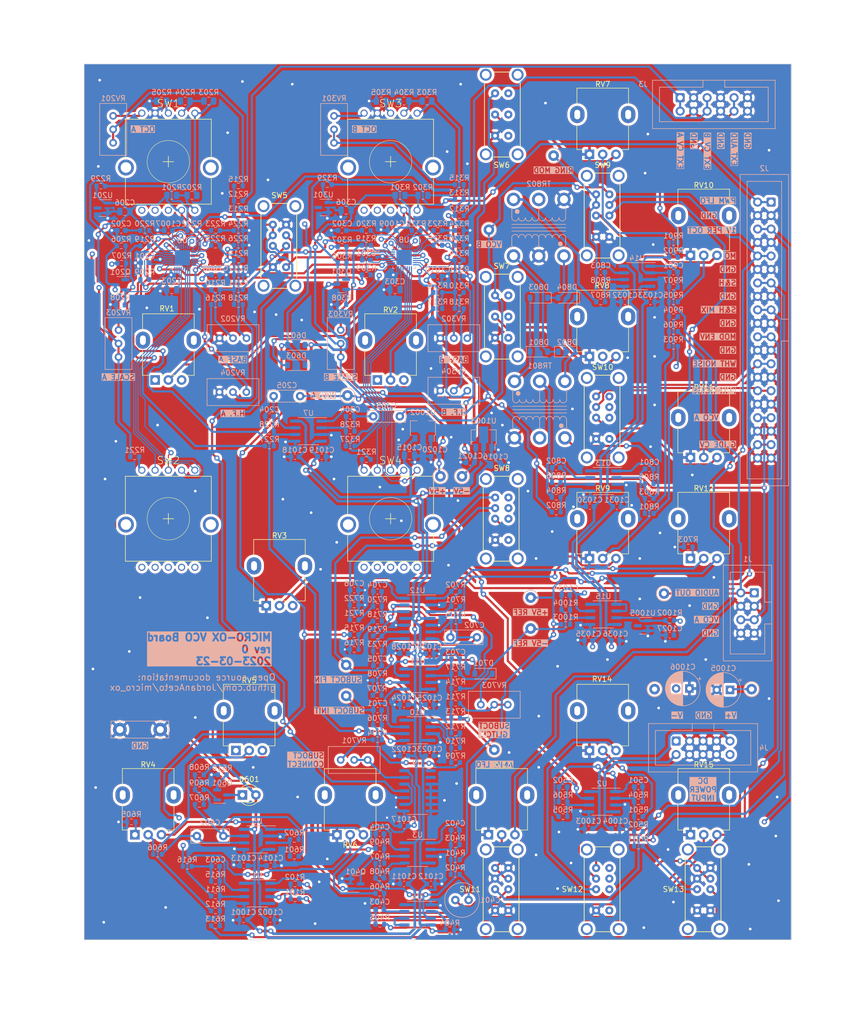
<source format=kicad_pcb>
(kicad_pcb (version 20221018) (generator pcbnew)
  (title_block (title "MICRO-OX Main VCO board") (date "2023-03-27") (rev "0") (comment 2 "creativecommons.org/licenses/by/4.0") (comment 3 "license: CC by 4.0") (comment 4 "Author: Jordan Aceto"))
  (layers (0 "F.Cu" signal) (1 "In1.Cu" signal) (2 "In2.Cu" signal) (31 "B.Cu" signal) (34 "B.Paste" user) (35 "F.Paste" user) (36 "B.SilkS" user "B.Silkscreen") (37 "F.SilkS" user "F.Silkscreen") (38 "B.Mask" user) (39 "F.Mask" user) (44 "Edge.Cuts" user))
  (net 0 "")
  (net 1 "Net-(U6A-soft_sync)")
  (net 2 "Net-(C202-Pad1)")
  (net 3 "Net-(U6A-tcap)")
  (net 4 "Net-(U7A--)")
  (net 5 "+5V")
  (net 6 "Net-(C302-Pad1)")
  (net 7 "GND")
  (net 8 "Net-(C204-Pad2)")
  (net 9 "Net-(C401-Pad1)")
  (net 10 "/VCO_A")
  (net 11 "/VCO_A/LOCAL_2V5_REF")
  (net 12 "/VCO_B/SYNC")
  (net 13 "Net-(U8A-soft_sync)")
  (net 14 "Net-(C403-Pad2)")
  (net 15 "Net-(U8A-tcap)")
  (net 16 "Net-(U7B--)")
  (net 17 "Net-(C501-Pad1)")
  (net 18 "/PWM_LFO_TRI")
  (net 19 "Net-(C304-Pad2)")
  (net 20 "/VCO_B")
  (net 21 "/VCO_B/LOCAL_2V5_REF")
  (net 22 "/lin_FM_conditioner/LIN_FM_IN")
  (net 23 "Net-(U4--)")
  (net 24 "Net-(U3A--)")
  (net 25 "/TIME_REV")
  (net 26 "Net-(C802-Pad2)")
  (net 27 "/LIN_FM")
  (net 28 "Net-(U3B--)")
  (net 29 "Net-(U2A--)")
  (net 30 "/AUX_CV_2")
  (net 31 "Net-(U2B--)")
  (net 32 "Net-(U5B--)")
  (net 33 "Net-(U1B--)")
  (net 34 "Net-(C603-Pad2)")
  (net 35 "Net-(U10A--)")
  (net 36 "Net-(U12B--)")
  (net 37 "Net-(C702-Pad2)")
  (net 38 "Net-(U12D--)")
  (net 39 "Net-(U11B--)")
  (net 40 "Net-(U12D-+)")
  (net 41 "Net-(C704-Pad2)")
  (net 42 "/SUBOCT_SAW")
  (net 43 "Net-(U12C--)")
  (net 44 "/SUBOCT_PULSE")
  (net 45 "Net-(U13A--)")
  (net 46 "Net-(C801-Pad2)")
  (net 47 "Net-(U13B--)")
  (net 48 "Net-(U14A--)")
  (net 49 "/RING_MOD")
  (net 50 "Net-(U14B--)")
  (net 51 "+12V")
  (net 52 "-12V")
  (net 53 "Net-(U1005-K)")
  (net 54 "Net-(U15B--)")
  (net 55 "Net-(D601-K)")
  (net 56 "/PWM")
  (net 57 "Net-(D701-K)")
  (net 58 "Net-(D701-A)")
  (net 59 "Net-(D801-K)")
  (net 60 "Net-(D801-A)")
  (net 61 "Net-(D802-A)")
  (net 62 "Net-(D803-K)")
  (net 63 "/1V_PER_OCT")
  (net 64 "/S_AND_H")
  (net 65 "/S_AND_H_MIXER")
  (net 66 "/MOD_ENV")
  (net 67 "/WHITE_NOISE")
  (net 68 "/audio_mixer/OUT")
  (net 69 "/PINK_NOISE")
  (net 70 "Net-(J2-Pin_37)")
  (net 71 "-5V")
  (net 72 "/AUX_CV_3")
  (net 73 "/AUX_CV_4")
  (net 74 "Net-(Q201-B)")
  (net 75 "Net-(Q201-E)")
  (net 76 "Net-(Q301-B)")
  (net 77 "Net-(Q301-E)")
  (net 78 "Net-(Q401-D)")
  (net 79 "Net-(Q601-B)")
  (net 80 "Net-(Q601-E)")
  (net 81 "Net-(U1A--)")
  (net 82 "Net-(R102-Pad2)")
  (net 83 "Net-(R201-Pad2)")
  (net 84 "Net-(R202-Pad2)")
  (net 85 "Net-(R203-Pad2)")
  (net 86 "Net-(R204-Pad2)")
  (net 87 "Net-(U6A-lin_freq)")
  (net 88 "Net-(U6D-expo_freq)")
  (net 89 "/MOD_OSC")
  (net 90 "Net-(R210-Pad2)")
  (net 91 "/AUX_CV_1")
  (net 92 "Net-(R215-Pad2)")
  (net 93 "/FINE_TUNE_1")
  (net 94 "Net-(R218-Pad1)")
  (net 95 "/EXT_AUDIO")
  (net 96 "Net-(R219-Pad1)")
  (net 97 "Net-(U6D-expo_scale)")
  (net 98 "Net-(U6D-bw_comp)")
  (net 99 "Net-(R221-Pad2)")
  (net 100 "/VCO_A/RAW_SQR")
  (net 101 "Net-(U6E-sine_in_+)")
  (net 102 "Net-(U6A-tri_out)")
  (net 103 "Net-(U6E-sine_in_-)")
  (net 104 "Net-(U6F-mix_out)")
  (net 105 "Net-(R301-Pad2)")
  (net 106 "Net-(R302-Pad2)")
  (net 107 "Net-(R303-Pad2)")
  (net 108 "Net-(R304-Pad2)")
  (net 109 "Net-(U8A-lin_freq)")
  (net 110 "+5V_REF")
  (net 111 "Net-(U8D-expo_freq)")
  (net 112 "Net-(R310-Pad2)")
  (net 113 "Net-(R315-Pad2)")
  (net 114 "/FINE_TUNE_2")
  (net 115 "Net-(R319-Pad1)")
  (net 116 "Net-(U8D-expo_scale)")
  (net 117 "Net-(U8D-bw_comp)")
  (net 118 "Net-(R321-Pad2)")
  (net 119 "/VCO_B/RAW_SQR")
  (net 120 "Net-(U8E-sine_in_+)")
  (net 121 "Net-(U8A-tri_out)")
  (net 122 "Net-(U8E-sine_in_-)")
  (net 123 "Net-(U8F-mix_out)")
  (net 124 "Net-(U4-+)")
  (net 125 "/expo_FM_mixer/FM_1")
  (net 126 "Net-(R318-Pad1)")
  (net 127 "/expo_FM_mixer/FM_2")
  (net 128 "/expo_FM_mixer/FM_3")
  (net 129 "Net-(U5A-+)")
  (net 130 "Net-(R602-Pad2)")
  (net 131 "Net-(R605-Pad1)")
  (net 132 "Net-(R606-Pad1)")
  (net 133 "Net-(R607-Pad2)")
  (net 134 "Net-(R611-Pad1)")
  (net 135 "Net-(R612-Pad1)")
  (net 136 "/PWM_generator/PWM_CV_IN")
  (net 137 "Net-(U12A-+)")
  (net 138 "Net-(R703-Pad1)")
  (net 139 "Net-(R704-Pad2)")
  (net 140 "Net-(R702-Pad2)")
  (net 141 "Net-(R705-Pad1)")
  (net 142 "Net-(U11A--)")
  (net 143 "Net-(U10B--)")
  (net 144 "Net-(R710-Pad2)")
  (net 145 "Net-(R711-Pad1)")
  (net 146 "Net-(R715-Pad1)")
  (net 147 "Net-(R803-Pad2)")
  (net 148 "Net-(R804-Pad2)")
  (net 149 "Net-(R807-Pad1)")
  (net 150 "Net-(R902-Pad1)")
  (net 151 "Net-(R903-Pad1)")
  (net 152 "Net-(R904-Pad1)")
  (net 153 "Net-(R905-Pad1)")
  (net 154 "Net-(R906-Pad1)")
  (net 155 "Net-(RV7-Pad3)")
  (net 156 "Net-(RV8-Pad3)")
  (net 157 "Net-(RV9-Pad3)")
  (net 158 "Net-(RV10-Pad3)")
  (net 159 "Net-(RV11-Pad3)")
  (net 160 "Net-(RV13-Pad2)")
  (net 161 "Net-(RV14-Pad3)")
  (net 162 "Net-(U1A-+)")
  (net 163 "Net-(RV201-Pad3)")
  (net 164 "Net-(U6A-hf_track)")
  (net 165 "Net-(RV301-Pad3)")
  (net 166 "Net-(U8A-hf_track)")
  (net 167 "Net-(U9B-Q)")
  (net 168 "Net-(U6F-aux_2_mix)")
  (net 169 "Net-(U6F-tri_mix)")
  (net 170 "Net-(U6F-saw_mix)")
  (net 171 "Net-(U6F-pulse_mix)")
  (net 172 "Net-(U8F-aux_2_mix)")
  (net 173 "Net-(U8F-tri_mix)")
  (net 174 "Net-(U8F-saw_mix)")
  (net 175 "Net-(U8F-pulse_mix)")
  (net 178 "Net-(U4-BAL)")
  (net 180 "Net-(U6E-sine_out)")
  (net 182 "/VCO_A/RAW_SAW")
  (net 185 "Net-(U8E-sine_out)")
  (net 186 "-5V_REF")
  (net 188 "/VCO_B/RAW_SAW")
  (net 192 "Net-(U9B-D)")
  (net 193 "/ring_modulator/X_IN")
  (net 194 "Net-(U11B-+)")
  (footprint "custom_footprints:SR1712F_rotary_switch" (layer "F.Cu") (at 59.182 62.865 180)
    (fp_text reference "SW1")
    (fp_text value "SR1712F-0106" hide)
  )
  (footprint "custom_footprints:E-Switch_EG2301" (layer "F.Cu") (at 141.097 111.125)
    (fp_text reference "SW10")
    (fp_text value "E-Switch_EG2301")
  )
  (footprint "Potentiometer_THT:Potentiometer_Alpha_RD901F-40-00D_Single_Vertical" (layer "F.Cu") (at 138.597 137.675 90)
    (fp_text reference "RV9")
    (fp_text value "100k")
  )
  (footprint "Potentiometer_THT:Potentiometer_Alpha_RD901F-40-00D_Single_Vertical" (layer "F.Cu") (at 90.972 189.745 90)
    (fp_text reference "RV6")
    (fp_text value "100k")
  )
  (footprint "custom_footprints:SR1712F_rotary_switch" (layer "F.Cu") (at 101.092 130.175 180)
    (fp_text reference "SW4")
    (fp_text value "SR1712F-0204" hide)
  )
  (footprint "Potentiometer_THT:Potentiometer_Alpha_RD901F-40-00D_Single_Vertical" (layer "F.Cu") (at 157.647 118.625 90)
    (fp_text reference "RV11")
    (fp_text value "100k")
  )
  (footprint "custom_footprints:SR1712F_rotary_switch" (layer "F.Cu") (at 59.182 130.175 180)
    (fp_text reference "SW2")
    (fp_text value "SR1712F-0204" hide)
  )
  (footprint "custom_footprints:E-Switch_EG2301" (layer "F.Cu") (at 141.097 200.025)
    (fp_text reference "SW12")
    (fp_text value "E-Switch_EG2301")
  )
  (footprint "LED_THT:LED_D3.0mm" (layer "F.Cu") (at 73.152 182.245)
    (fp_text reference "D601")
    (fp_text value "LED")
  )
  (footprint "custom_footprints:E-Switch_EG2201" (layer "F.Cu") (at 122.047 53.975)
    (fp_text reference "SW6")
    (fp_text value "E-Switch_EG2201")
  )
  (footprint "Potentiometer_THT:Potentiometer_Alpha_RD901F-40-00D_Single_Vertical" (layer "F.Cu") (at 119.547 189.745 90)
    (fp_text reference "RV13")
    (fp_text value "100k")
  )
  (footprint "custom_footprints:E-Switch_EG2301" (layer "F.Cu") (at 141.097 73.025)
    (fp_text reference "SW9")
    (fp_text value "E-Switch_EG2301")
  )
  (footprint "Potentiometer_THT:Potentiometer_Alpha_RD901F-40-00D_Single_Vertical" (layer "F.Cu") (at 157.647 137.675 90)
    (fp_text reference "RV12")
    (fp_text value "100k")
  )
  (footprint "Potentiometer_THT:Potentiometer_Alpha_RD901F-40-00D_Single_Vertical" (layer "F.Cu") (at 157.647 189.745 90)
    (fp_text reference "RV15")
    (fp_text value "100k c.d.")
  )
  (footprint "Potentiometer_THT:Potentiometer_Alpha_RD901F-40-00D_Single_Vertical" (layer "F.Cu") (at 56.682 104.02 90)
    (fp_text reference "RV1")
    (fp_text value "100k")
  )
  (footprint "custom_footprints:E-Switch_EG2301" (layer "F.Cu") (at 160.147 200.025)
    (fp_text reference "SW13")
    (fp_text value "E-Switch_EG2301")
  )
  (footprint "custom_footprints:E-Switch_EG2301" (layer "F.Cu") (at 122.047 200.025)
    (fp_text reference "SW11")
    (fp_text value "E-Switch_EG2301")
  )
  (footprint "Potentiometer_THT:Potentiometer_Alpha_RD901F-40-00D_Single_Vertical" (layer "F.Cu") (at 138.597 61.475 90)
    (fp_text reference "RV7")
    (fp_text value "100k")
  )
  (footprint "Potentiometer_THT:Potentiometer_Alpha_RD901F-40-00D_Single_Vertical" (layer "F.Cu") (at 77.637 146.565 90)
    (fp_text reference "RV3")
    (fp_text value "100k")
  )
  (footprint "Potentiometer_THT:Potentiometer_Alpha_RD901F-40-00D_Single_Vertical" (layer "F.Cu") (at 138.597 99.575 90)
    (fp_text reference "RV8")
    (fp_text value "100k")
  )
  (footprint "custom_footprints:E-Switch_EG2201" (layer "F.Cu") (at 122.047 92.075)
    (fp_text reference "SW7")
    (fp_text value "E-Switch_EG2201")
  )
  (footprint "Potentiometer_THT:Potentiometer_Alpha_RD901F-40-00D_Single_Vertical" (layer "F.Cu") (at 52.872 189.745 90)
    (fp_text reference "RV4")
    (fp_text value "100k A")
  )
  (footprint "Potentiometer_THT:Potentiometer_Alpha_RD901F-40-00D_Single_Vertical" (layer "F.Cu") (at 138.597 173.87 90)
    (fp_text reference "RV14")
    (fp_text value "100k")
  )
  (footprint "Potentiometer_THT:Potentiometer_Alpha_RD901F-40-00D_Single_Vertical" (layer "F.Cu") (at 98.592 104.02 90)
    (fp_text reference "RV2")
    (fp_text value "100k")
  )
  (footprint "Potentiometer_THT:Potentiometer_Alpha_RD901F-40-00D_Single_Vertical" (layer "F.Cu") (at 157.647 80.525 90)
    (fp_text reference "RV10")
    (fp_text value "100k")
  )
  (footprint "custom_footprints:SR1712F_rotary_switch" (layer "F.Cu") (at 101.092 62.865 180)
    (fp_text reference "SW3")
    (fp_text value "SR1712F-0106" hide)
  )
  (footprint "custom_footprints:E-Switch_EG2301" (layer "F.Cu") (at 80.137 78.74)
    (fp_text reference "SW5")
    (fp_text value "E-Switch_EG2301")
  )
  (footprint "custom_footprints:E-Switch_EG2301" (layer "F.Cu") (at 122.067 130.175)
    (fp_text reference "SW8")
    (fp_text value "E-Switch_EG2301")
  )
  (footprint "Potentiometer_THT:Potentiometer_Alpha_RD901F-40-00D_Single_Vertical" (layer "F.Cu") (at 71.922 173.87 90)
    (fp_text reference "RV5")
    (fp_text value "100k")
  )
  (footprint "Resistor_SMD:R_0603_1608Metric" (layer "B.Cu") (at 83.058 201.803 180)
    (fp_text reference "R101")
    (fp_text value "100k")
  )
  (footprint "Resistor_SMD:R_0603_1608Metric" (layer "B.Cu") (at 72.39 70.231)
    (fp_text reference "R212")
    (fp_text value "100k")
  )
  (footprint "Capacitor_SMD:C_0603_1608Metric" (layer "B.Cu") (at 138.43 188.595 180)
    (fp_text reference "C1003")
    (fp_text value "100n")
  )
  (footprint "Resistor_SMD:R_0603_1608Metric" (layer "B.Cu") (at 96.52 84.201 180)
    (fp_text reference "R309")
    (fp_text value "470k")
  )
  (footprint "Resistor_SMD:R_0603_1608Metric" (layer "B.Cu") (at 114.046 69.977 180)
    (fp_text reference "R313")
    (fp_text value "100k")
  )
  (footprint "Capacitor_SMD:C_0603_1608Metric" (layer "B.Cu") (at 113.349 156.591 180)
    (fp_text reference "C703")
    (fp_text value "?")
  )
  (footprint "Resistor_SMD:R_0603_1608Metric" (layer "B.Cu") (at 65.024 181.229)
    (fp_text reference "R609")
    (fp_text value "100k")
  )
  (footprint "Capacitor_SMD:C_0603_1608Metric" (layer "B.Cu") (at 103.632 165.227 180)
    (fp_text reference "C1024")
    (fp_text value "100n")
  )
  (footprint "Capacitor_SMD:C_0603_1608Metric" (layer "B.Cu") (at 143.505 153.142 180)
    (fp_text reference "C1036")
    (fp_text value "100n")
  )
  (footprint "Resistor_SMD:R_0603_1608Metric" (layer "B.Cu") (at 109.982 75.819 180)
    (fp_text reference "R323")
    (fp_text value "3k9")
  )
  (footprint "Resistor_SMD:R_0603_1608Metric" (layer "B.Cu") (at 68.072 89.789 180)
    (fp_text reference "R216")
    (fp_text value "?")
  )
  (footprint "custom_footprints:8_pin_IDC-Header" (layer "B.Cu") (at 169.672 144.145 180)
    (fp_text reference "J1")
    (fp_text value "VCF_BOARD_CON")
  )
  (footprint "Resistor_SMD:R_0603_1608Metric" (layer "B.Cu") (at 50.382 82.005 180)
    (fp_text reference "R207")
    (fp_text value "20k")
  )
  (footprint "TestPoint:TestPoint_Keystone_5000-5004_Miniature" (layer "B.Cu") (at 92.71 157.734 180)
    (fp_text reference "TP703" hide)
    (fp_text value "suboct_fin")
  )
  (footprint "Resistor_SMD:R_0603_1608Metric" (layer "B.Cu") (at 93.472 116.459 180)
    (fp_text reference "R327")
    (fp_text value "20k")
  )
  (footprint "Resistor_SMD:R_0603_1608Metric" (layer "B.Cu") (at 68.072 86.995 180)
    (fp_text reference "R210")
    (fp_text value "100k")
  )
  (footprint "Capacitor_SMD:C_0603_1608Metric" (layer "B.Cu") (at 98.617 157.861 180)
    (fp_text reference "C705")
    (fp_text value "?")
  )
  (footprint "Diode_SMD:D_SOD-123" (layer "B.Cu") (at 118.618 159.385 180)
    (fp_text reference "D701")
    (fp_text value "1N4148W")
  )
  (footprint "Potentiometer_THT:Potentiometer_Bourns_3296W_Vertical" (layer "B.Cu") (at 48.768 59.309 -90)
    (fp_text reference "RV201")
    (fp_text value "?")
  )
  (footprint "custom_footprints:Triad_TY-141P" (layer "B.Cu") (at 129.2098 109.601 180)
    (fp_text reference "TR801")
    (fp_text value "Triad_TY_141P")
  )
  (footprint "TestPoint:TestPoint_Keystone_5000-5004_Miniature" (layer "B.Cu") (at 127.508 150.876 180)
    (fp_text reference "TP1008" hide)
    (fp_text value "-5_REF")
  )
  (footprint "Resistor_SMD:R_0603_1608Metric" (layer "B.Cu") (at 54.737 75.819 180)
    (fp_text reference "R220")
    (fp_text value "270")
  )
  (footprint "Resistor_SMD:R_0603_1608Metric" (layer "B.Cu") (at 149.86 123.571 180)
    (fp_text reference "R805")
    (fp_text value "330")
  )
  (footprint "Resistor_SMD:R_0603_1608Metric" (layer "B.Cu") (at 50.292 78.74)
    (fp_text reference "R206")
    (fp_text value "20k")
  )
  (footprint "Potentiometer_THT:Potentiometer_Bourns_3296W_Vertical" (layer "B.Cu") (at 91.684 175.641 180)
    (fp_text reference "RV701")
    (fp_text value "50k")
  )
  (footprint "Resistor_SMD:R_0603_1608Metric" (layer "B.Cu") (at 114.046 81.407)
    (fp_text reference "R314")
    (fp_text value "?")
  )
  (footprint "TestPoint:TestPoint_Keystone_5000-5004_Miniature" (layer "B.Cu") (at 119.634 75.692 180)
    (fp_text reference "TP301" hide)
    (fp_text value "VCO")
  )
  (footprint "Resistor_SMD:R_0603_1608Metric" (layer "B.Cu") (at 72.39 78.613 180)
    (fp_text reference "R226")
    (fp_text value "4k7")
  )
  (footprint "Capacitor_SMD:C_0603_1608Metric" (layer "B.Cu") (at 101.346 75.819 180)
    (fp_text reference "C1009")
    (fp_text value "100n")
  )
  (footprint "Resistor_SMD:R_0603_1608Metric" (layer "B.Cu") (at 113.349 167.767)
    (fp_text reference "R713")
    (fp_text value "100k")
  )
  (footprint "Capacitor_SMD:C_0603_1608Metric" (layer "B.Cu") (at 103.632 155.575 180)
    (fp_text reference "C1028")
    (fp_text value "100n")
  )
  (footprint "Package_DFN_QFN:QFN-32-1EP_4x4mm_P0.4mm_EP2.9x2.9mm" (layer "B.Cu") (at 61.812 80.989 180)
    (fp_text reference "U6")
    (fp_text value "SSI2130")
  )
  (footprint "Resistor_SMD:R_0603_1608Metric" (layer "B.Cu") (at 153.741 149.332 180)
    (fp_text reference "R1002")
    (fp_text value "?")
  )
  (footprint "Resistor_SMD:R_0603_1608Metric" (layer "B.Cu") (at 114.046 67.183 180)
    (fp_text reference "R315")
    (fp_text value "?")
  )
  (footprint "Potentiometer_THT:Potentiometer_Bourns_3296W_Vertical" (layer "B.Cu") (at 110.48 106.045 180)
    (fp_text reference "RV304")
    (fp_text value "5k")
  )
  (footprint "Capacitor_SMD:C_0603_1608Metric" (layer "B.Cu") (at 133.604 180.721)
    (fp_text reference "C502")
    (fp_text value "100p")
  )
  (footprint "Resistor_SMD:R_0603_1608Metric" (layer "B.Cu") (at 113.284 191.643 180)
    (fp_text reference "R403")
    (fp_text value "100k")
  )
  (footprint "Capacitor_SMD:C_0603_1608Metric" (layer "B.Cu") (at 140.716 83.693 180)
    (fp_text reference "C803")
    (fp_text value "100p")
  )
  (footprint "Package_TO_SOT_SMD:SOT-89-3" (layer "B.Cu") (at 107.188 113.0725 90)
    (fp_text reference "U1002")
    (fp_text value "L78L05_SOT89")
  )
  (footprint "Resistor_SMD:R_0603_1608Metric" (layer "B.Cu") (at 132.334 126.111 180)
    (fp_text reference "R804")
    (fp_text value "100k")
  )
  (footprint "Capacitor_SMD:C_0603_1608Metric" (layer "B.Cu") (at 109.474 118.4065 180)
    (fp_text reference "C1020")
    (fp_text value "100n")
  )
  (footprint "Resistor_SMD:R_0603_1608Metric" (layer "B.Cu") (at 91.948 81.915)
    (fp_text reference "R306")
    (fp_text value "20k")
  )
  (footprint "Capacitor_THT:CP_Radial_D6.3mm_P2.50mm" (layer "B.Cu") (at 157.44 162.179 180)
    (fp_text reference "C1006")
    (fp_text value "10u")
  )
  (footprint "Capacitor_SMD:C_0603_1608Metric" (layer "B.Cu") (at 59.182 75.819 180)
    (fp_text reference "C1007")
    (fp_text value "100n")
  )
  (footprint "Package_TO_SOT_SMD:SOT-23" (layer "B.Cu") (at 88.392 71.501 180)
    (fp_text reference "U301")
    (fp_text value "LM4040C-2.5")
  )
  (footprint "Capacitor_SMD:C_0603_1608Metric" (layer "B.Cu") (at 91.948 75.819 180)
    (fp_text reference "C302")
    (fp_text value "10n")
  )
  (footprint "Potentiometer_THT:Potentiometer_Bourns_3296W_Vertical" (layer "B.Cu") (at 68.824 106.299 180)
    (fp_text reference "RV204")
    (fp_text value "5k")
  )
  (footprint "Resistor_SMD:R_0603_1608Metric" (layer "B.Cu") (at 52.832 118.491)
    (fp_text reference "R221")
    (fp_text value "47k")
  )
  (footprint "Resistor_SMD:R_0603_1608Metric" (layer "B.Cu") (at 113.349 162.179 180)
    (fp_text reference "R714")
    (fp_text value "100k")
  )
  (footprint "Resistor_SMD:R_0603_1608Metric" (layer "B.Cu") (at 154.432 92.075 180)
    (fp_text reference "R904")
    (fp_text value "100k")
  )
  (footprint "Diode_SMD:D_SOD-123" (layer "B.Cu") (at 134.366 98.679)
    (fp_text reference "D802")
    (fp_text value "BAT48ZFILM")
  )
  (footprint "Resistor_SMD:R_0603_1608Metric" (layer "B.Cu") (at 113.349 146.685)
    (fp_text reference "R701")
    (fp_text value "100k")
  )
  (footprint "Resistor_SMD:R_0603_1608Metric" (layer "B.Cu") (at 140.716 86.487 180)
    (fp_text reference "R808")
    (fp_text value "100k")
  )
  (footprint "Resistor_SMD:R_0603_1608Metric" (layer "B.Cu") (at 109.982 87.503 180)
    (fp_text reference "R316")
    (fp_text value "?")
  )
  (footprint "Package_TO_SOT_SMD:SOT-23" (layer "B.Cu") (at 50.128 86.069 180)
    (fp_text reference "Q201")
    (fp_text value "MMBT3904")
  )
  (footprint "Resistor_SMD:R_0603_1608Metric" (layer "B.Cu") (at 98.617 169.037)
    (fp_text reference "R706")
    (fp_text value "100k")
  )
  (footprint "Capacitor_SMD:C_0603_1608Metric" (layer "B.Cu") (at 94.234 143.637 180)
    (fp_text reference "C706")
    (fp_text value "1n")
  )
  (footprint "Resistor_SMD:R_0603_1608Metric" (layer "B.Cu") (at 72.39 73.025)
    (fp_text reference "R213")
    (fp_text value "100k")
  )
  (footprint "Capacitor_SMD:C_0603_1608Metric" (layer "B.Cu") (at 96.52 81.407)
    (fp_text reference "C301")
    (fp_text value "10n")
  )
  (footprint "Resistor_SMD:R_0603_1608Metric" (layer "B.Cu") (at 99.06 206.629)
    (fp_text reference "R405")
    (fp_text value "100k")
  )
  (footprint "Resistor_SMD:R_0603_1608Metric" (layer "B.Cu") (at 96.52 75.819 180)
    (fp_text reference "R320")
    (fp_text value "270")
  )
  (footprint "Resistor_SMD:R_0805_2012Metric" (layer "B.Cu") (at 107.188 69.215)
    (fp_text reference "R302")
    (fp_text value "1k 0.1%")
  )
  (footprint "Resistor_SMD:R_0603_1608Metric" (layer "B.Cu") (at 99.06 195.134 180)
    (fp_text reference "R407")
    (fp_text value "20k")
  )
  (footprint "Resistor_SMD:R_0603_1608Metric" (layer "B.Cu") (at 68.072 75.819 180)
    (fp_text reference "R223")
    (fp_text value "3k9")
  )
  (footprint "Capacitor_SMD:C_0603_1608Metric" (layer "B.Cu") (at 108.458 155.575 180)
    (fp_text reference "C1029")
    (fp_text value "100n")
  )
  (footprint "TestPoint:TestPoint_Keystone_5000-5004_Miniature" (layer "B.Cu") (at 114.554 122.174 180)
    (fp_text reference "TP1005" hide)
    (fp_text value "-5")
  )
  (footprint "Resistor_SMD:R_0603_1608Metric" (layer "B.Cu") (at 68.072 201.295)
    (fp_text reference "R611")
    (fp_text value "100k")
  )
  (footprint "Package_SO:SOIC-8_3.9x4.9mm_P1.27mm" (layer "B.Cu") (at 140.97 183.515 180)
    (fp_text reference "U2")
    (fp_text value "TL072")
  )
  (footprint "Resistor_SMD:R_0603_1608Metric" (layer "B.Cu") (at 154.432 78.105 180)
    (fp_text reference "R901")
    (fp_text value "100k")
  )
  (footprint "Capacitor_SMD:C_0603_1608Metric" (layer "B.Cu") (at 108.699 199.009 180)
    (fp_text reference "C1012")
    (fp_text value "100n")
  )
  (footprint "Resistor_SMD:R_0603_1608Metric" (layer "B.Cu") (at 134.12 147.3)
    (fp_text reference "R1004")
    (fp_text value "10k")
  )
  (footprint "Resistor_SMD:R_0603_1608Metric" (layer "B.Cu") (at 149.86 129.159 180)
    (fp_text reference "R801")
    (fp_text value "100k")
  )
  (footprint "Resistor_SMD:R_0603_1608Metric" (layer "B.Cu") (at 132.334 123.317)
    (fp_text reference "R806")
    (fp_text value "330")
  )
  (footprint "Resistor_SMD:R_0603_1608Metric" (layer "B.Cu") (at 57.15 193.421)
    (fp_text reference "R606")
    (fp_text value "100k")
  )
  (footprint "Capacitor_SMD:C_0603_1608Metric" (layer "B.Cu") (at 78.415 205.772 180)
    (fp_text reference "C1002")
    (fp_text value "100n")
  )
  (footprint "Resistor_SMD:R_0805_2012Metric" (layer "B.Cu") (at 99.314 51.435 180)
    (fp_text reference "R305")
    (fp_text value "1k 0.1%")
  )
  (footprint "Resistor_SMD:R_0603_1608Metric" (layer "B.Cu") (at 89.154 67.183 180)
    (fp_text reference "R329")
    (fp_text value "?")
  )
  (footprint "Resistor_SMD:R_0603_1608Metric" (layer "B.Cu") (at 94.234 146.431 180)
    (fp_text reference "R722")
    (fp_text value "1k8")
  )
  (footprint "Resistor_SMD:R_0603_1608Metric" (layer "B.Cu") (at 133.604 183.515)
    (fp_text reference "R506")
    (fp_text value "100k")
  )
  (footprint "Resistor_SMD:R_0603_1608Metric" (layer "B.Cu") (at 112.268 207.645 180)
    (fp_text reference "R404")
    (fp_text value "100")
  )
  (footprint "Package_SO:SOIC-14_3.9x8.7mm_P1.27mm" (layer "B.Cu") (at 106.172 148.971 180)
    (fp_text reference "U12")
    (fp_text value "LM324")
  )
  (footprint "Resistor_SMD:R_0603_1608Metric" (layer "B.Cu") (at 114.046 73.025)
    (fp_text reference "R312")
    (fp_text value "100k")
  )
  (footprint "Resistor_SMD:R_0603_1608Metric" (layer "B.Cu") (at 114.046 75.819 180)
    (fp_text reference "R324")
    (fp_text value "4k7")
  )
  (footprint "Potentiometer_THT:Potentiometer_Bourns_3296W_Vertical" (layer "B.Cu") (at 49.784 94.605 90)
    (fp_text reference "RV203")
    (fp_text value "5k")
  )
  (footprint "Capacitor_THT:CP_Radial_D6.3mm_P2.50mm" (layer "B.Cu") (at 165.1 162.433 180)
    (fp_text reference "C1005")
    (fp_text value "10u")
  )
  (footprint "Capacitor_THT:C_Rect_L7.0mm_W2.5mm_P5.00mm" (layer "B.Cu") (at 112.373 152.527)
    (fp_text reference "C702")
    (fp_text value "220n")
  )
  (footprint "Capacitor_SMD:C_0603_1608Metric" (layer "B.Cu") (at 143.764 127.889 180)
    (fp_text reference "C1031")
    (fp_text value "100n")
  )
  (footprint "Resistor_SMD:R_0603_1608Metric" (layer "B.Cu") (at 98.617 155.067)
    (fp_text reference "R723")
    (fp_text value "100k")
  )
  (footprint "Resistor_SMD:R_0603_1608Metric" (layer "B.Cu") (at 113.284 197.231)
    (fp_text reference "R402")
    (fp_text value "33k")
  )
  (footprint "Resistor_SMD:R_0603_1608Metric" (layer "B.Cu") (at 113.349 173.355)
    (fp_text reference "R710")
    (fp_text value "100k")
  )
  (footprint "Resistor_SMD:R_0603_1608Metric" (layer "B.Cu") (at 147.828 191.897)
    (fp_text reference "R503")
    (fp_text value "100k")
  )
  (footprint "Resistor_SMD:R_0603_1608Metric" (layer "B.Cu") (at 98.617 146.685 180)
    (fp_text reference "R720")
    (fp_text value "10M")
  )
  (footprint "Resistor_SMD:R_0603_1608Metric" (layer "B.Cu") (at 98.617 160.655 180)
    (fp_text reference "R708")
    (fp_text value "1M")
  )
  (footprint "Potentiometer_THT:Potentiometer_Bourns_3296W_Vertical" (layer "B.Cu") (at 90.424 59.319 -90)
    (fp_text reference "RV301")
    (fp_text value "?")
  )
  (footprint "Capacitor_SMD:C_0603_1608Metric" (layer "B.Cu") (at 83.058 118.491 180)
    (fp_text reference "C1018")
    (fp_text value "100n")
  )
  (footprint "TestPoint:TestPoint_Bridge_Pitch7.62mm_Drill1.3mm" (layer "B.Cu") (at 57.658 169.926 180)
    (fp_text reference "TP1003" hide)
    (fp_text value "GND")
  )
  (footprint "Capacitor_SMD:C_0805_2012Metric" (layer "B.Cu") (at 104.648 118.237)
    (fp_text reference "C1015")
    (fp_text value "470n")
  )
  (footprint "Capacitor_SMD:C_0603_1608Metric" (layer "B.Cu") (at 116.102 119.589)
    (fp_text reference "C1021")
    (fp_text value "100n")
  )
  (footprint "Resistor_SMD:R_0603_1608Metric" (layer "B.Cu") (at 98.617 171.831 180)
    (fp_text reference "R704")
    (fp_text value "82k")
  )
  (footprint "TestPoint:TestPoint_Keystone_5000-5004_Miniature" (layer "B.Cu") (at 150.876 162.306 180)
    (fp_text reference "TP1002" hide)
    (fp_text value "V-")
  )
  (footprint "Capacitor_SMD:C_0805_2012Metric" (layer "B.Cu") (at 120.904 120.015 180)
    (fp_text reference "C1016")
    (fp_text value "470n")
  )
  (footprint "Resistor_SMD:R_0805_2012Metric" (layer "B.Cu") (at 102.87 69.215)
    (fp_text reference "R301")
    (fp_text value "1k 0.1%")
  )
  (footprint "TestPoint:TestPoint_Keystone_5000-5004_Miniature" (layer "B.Cu") (at 110.49 122.174 180)
    (fp_text reference "TP1004" hide)
    (fp_text value "+5")
  )
  (footprint "Resistor_SMD:R_0603_1608Metric" (layer "B.Cu") (at 98.617 149.479)
    (fp_text reference "R718")
    (fp_text value "10k")
  )
  (footprint "Capacitor_SMD:C_0603_1608Metric" (layer "B.Cu") (at 103.632 188.087 180)
    (fp_text reference "C1017")
    (fp_text value "100n")
  )
  (footprint "Resistor_SMD:R_0603_1608Metric" (layer "B.Cu") (at 113.349 149.479 180)
    (fp_text reference "R705")
    (fp_text value "1M")
  )
  (footprint "Capacitor_SMD:C_0603_1608Metric" (layer "B.Cu") (at 98.617 143.891 180)
    (fp_text reference "C704")
    (fp_text value "10p")
  )
  (footprint "Package_TO_SOT_SMD:SOT-89-3" (layer "B.Cu") (at 118.642 114.763 90)
    (fp_text reference "U1003")
    (fp_text value "L79L05_SOT89")
  )
  (footprint "Package_SO:SOIC-8_3.9x4.9mm_P1.27mm" (layer "B.Cu") (at 106.172 204.851 180)
    (fp_text reference "U4")
    (fp_text value "LM311")
  )
  (footprint "Package_TO_SOT_SMD:SOT-23" (layer "B.Cu") (at 91.7725 85.979 180)
    (fp_text reference "Q301")
    (fp_text value "MMBT3904")
  )
  (footprint "Resistor_SMD:R_0603_1608Metric" (layer "B.Cu") (at 113.349 170.561 180)
    (fp_text reference "R712")
    (fp_text value "100k")
  )
  (footprint "Capacitor_SMD:C_0805_2012Metric" (layer "B.Cu") (at 50.988 72.263 180)
    (fp_text reference "C206")
    (fp_text value "10u")
  )
  (footprint "Package_DFN_QFN:QFN-32-1EP_4x4mm_P0.4mm_EP2.9x2.9mm" (layer "B.Cu") (at 103.632 80.899 180)
    (fp_text reference "U8")
    (fp_text value "SSI2130")
  )
  (footprint "custom_footprints:10_pin_IDC-Header" (layer "B.Cu") (at 154.94 172.085 -90)
    (fp_text reference "J4")
    (fp_text value "power_entry")
  )
  (footprint "Diode_SMD:D_SOD-123" (layer "B.Cu") (at 129.032 98.679)
    (fp_text reference "D801")
    (fp_text value "BAT48ZFILM")
  )
  (footprint "Diode_SMD:D_SOD-123" (layer "B.Cu") (at 134.366 88.519 180)
    (fp_text reference "D804")
    (fp_text value "BAT48ZFILM")
  )
  (footprint "Resistor_SMD:R_0603_1608Metric" (layer "B.Cu") (at 134.12 150.094 180)
    (fp_text reference "R1003")
    (fp_text value "10k")
  )
  (footprint "Resistor_SMD:R_0603_1608Metric" (layer "B.Cu") (at 63.627 75.819 180)
    (fp_text reference "R222")
    (fp_text value "4k7")
  )
  (footprint "Resistor_SMD:R_0603_1608Metric" (layer "B.Cu") (at 132.334 128.905)
    (fp_text reference "R802")
    (fp_text value "100k")
  )
  (footprint "Resistor_SMD:R_0603_1608Metric" (layer "B.Cu") (at 114.046 78.613 180)
    (fp_text reference "R326")
    (fp_text value "4k7")
  )
  (footprint "Capacitor_SMD:C_0603_1608Metric" (layer "B.Cu") (at 103.632 174.879 180)
    (fp_text reference "C1022")
    (fp_text value "100n")
  )
  (footprint "custom_footprints:12_pin_IDC_header" (layer "B.Cu") (at 155.702 50.8 -90)
    (fp_text reference "J3")
    (fp_text value "VCO_EXT_CON")
  )
  (footprint "TestPoint:TestPoint_Keystone_5000-5004_Miniature" (layer "B.Cu") (at 120.65 173.736 180)
    (fp_text reference "TP701" hide)
    (fp_text value "anim_LFO")
  )
  (footprint "Resistor_SMD:R_0603_1608Metric" (layer "B.Cu") (at 113.349 176.149 180)
    (fp_text reference "R709")
    (fp_text value "100k")
  )
  (footprint "Resistor_SMD:R_0603_1608Metric" (layer "B.Cu") (at 91.885 89.789 180)
    (fp_text reference "R308")
    (fp_text value "10k")
  )
  (footprint "Capacitor_SMD:C_0603_1608Metric" (layer "B.Cu") (at 98.617 166.243)
    (fp_text reference "C701")
    (fp_text value "10p")
  )
  (footprint "Resistor_SMD:R_0603_1608Metric" (layer "B.Cu") (at 62.738 195.707 180)
    (fp_text reference "R616")
    (fp_text value "1k")
  )
  (footprint "Capacitor_SMD:C_0603_1608Metric" (layer "B.Cu") (at 134.12 144.506)
    (fp_text reference "C1034")
    (fp_text value "100n")
  )
  (footprint "Potentiometer_THT:Potentiometer_Bourns_3296W_Vertical" (layer "B.Cu") (at 91.694 94.605 90)
    (fp_text reference "RV303")
    (fp_text value "5k")
  )
  (footprint "Capacitor_SMD:C_0603_1608Metric" (layer "B.Cu") (at 50.292 75.819 180)
    (fp_text reference "C202")
    (fp_text value "10n")
  )
  (footprint "custom_footprints:Triad_TY-141P" (layer "B.Cu") (at 129.032 75.311 180)
    (fp_text reference "TR802")
    (fp_text value "Triad_TY_141P")
  )
  (footprint "Capacitor_SMD:C_0603_1608Metric" (layer "B.Cu") (at 103.632 199.009 180)
    (fp_text reference "C1011")
    (fp_text value "100n")
  )
  (footprint "Package_SO:SOIC-8_3.9x4.9mm_P1.27mm" (layer "B.Cu") (at 106.172 170.053 180)
    (fp_text reference "U10")
    (fp_text value "TL072")
  )
  (footprint "Resistor_SMD:R_0603_1608Metric" (layer "B.Cu") (at 68.072 206.883)
    (fp_text reference "R613")
    (fp_text value "100k")
  )
  (footprint "Resistor_SMD:R_0603_1608Metric" (layer "B.Cu") (at 114.046 90.551 180)
    (fp_text reference "R318")
    (fp_text value "270k")
  )
  (footprint "Capacitor_SMD:C_0603_1608Metric" (layer "B.Cu") (at 54.737 81.915)
    (fp_text reference "C201")
    (fp_text value "10n")
  )
  (footprint "Capacitor_SMD:C_0603_1608Metric" (layer "B.Cu") (at 68.072 84.201 180)
    (fp_text reference "C1008")
    (fp_text value "100n")
  )
  (footprint "Package_SO:SOIC-8_3.9x4.9mm_P1.27mm" (layer "B.Cu") (at 141.224 148.209 180)
    (fp_text reference "U15")
    (fp_text value "TL072")
  )
  (footprint "Resistor_SMD:R_0603_1608Metric" (layer "B.Cu") (at 52.197 187.325 180)
    (fp_text reference "R605")
    (fp_text value "100")
  )
  (footprint "Resistor_SMD:R_0603_1608Metric" (layer "B.Cu") (at 78.232 113.665 180)
    (fp_text reference "R228")
    (fp_text value "56k")
  )
  (footprint "Resistor_SMD:R_0603_1608Metric" (layer "B.Cu") (at 154.432 86.487)
    (fp_text reference "R907")
    (fp_text value "82k")
  )
  (footprint "Resistor_SMD:R_0603_1608Metric" (layer "B.Cu") (at 68.072 78.613)
    (fp_text reference "R225")
    (fp_text value "12k")
  )
  (footprint "Resistor_SMD:R_0603_1608Metric" (layer "B.Cu") (at 113.349 159.385)
    (fp_text reference "R717")
    (fp_text value "100k")
  )
  (footprint "Potentiometer_THT:Potentiometer_Bourns_3296W_Vertical" (layer "B.Cu") (at 118.11 165.227 180)
    (fp_text reference "RV703")
    (fp_text value "50k")
  )
  (footprint "Capacitor_SMD:C_0603_1608Metric" (layer "B.Cu") (at 88.125 118.491 180)
    (fp_text reference "C1019")
    (fp_text value "100n")
  )
  (footprint "Resistor_SMD:R_0603_1608Metric" (layer "B.Cu") (at 83.058 199.009)
    (fp_text reference "R102")
    (fp_text value "100k")
  )
  (footprint "Resistor_SMD:R_0603_1608Metric" (layer "B.Cu") (at 54.737 78.74)
    (fp_text reference "R219")
    (fp_text value "47k")
  )
  (footprint "Resistor_SMD:R_0603_1608Metric" (layer "B.Cu") (at 68.072 198.501 180)
    (fp_text reference "R615")
    (fp_text value "100k")
  )
  (footprint "Capacitor_SMD:C_0603_1608Metric" (layer "B.Cu") (at 68.072 195.707 180)
    (fp_text reference "C603")
    (fp_text value "100p")
  )
  (footprint "TestPoint:TestPoint_Keystone_5000-5004_Miniature" (layer "B.Cu") (at 92.71 163.576 180)
    (fp_text reference "TP702" hide)
    (fp_text value "suboct_init")
  )
  (footprint "Potentiometer_THT:Potentiometer_Bourns_3296W_Vertical" (layer "B.Cu") (at 110.48 96.139 180)
    (fp_text reference "RV302")
    (fp_text value "5k")
  )
  (footprint "Package_SO:SOIC-8_3.9x4.9mm_P1.27mm" (layer "B.Cu") (at 75.946 190.627 180)
    (fp_text reference "U5")
    (fp_text value "TL072")
  )
  (footprint "Capacitor_SMD:C_0603_1608Metric" (layer "B.Cu") (at 154.432 83.693)
    (fp_text reference "C901")
    (fp_text value "10p")
  )
  (footprint "Package_SO:SOIC-8_3.9x4.9mm_P1.27mm" (layer "B.Cu") (at 106.172 193.167 180)
    (fp_text reference "U3")
    (fp_text value "TL072")
  )
  (footprint "Resistor_SMD:R_0603_1608Metric" (layer "B.Cu") (at 96.52 118.999 180)
    (fp_text reference "R321")
    (fp_text value "47k")
  )
  (footprint "Capacitor_THT:C_Rect_L7.0mm_W2.5mm_P5.00mm" (layer "B.Cu") (at 64.556 189.992)
    (fp_text reference "C602")
    (fp_text value "220n")
  )
  (footprint "Package_TO_SOT_SMD:SOT-23" (layer "B.Cu") (at 94.488 199.009)
    (fp_text reference "Q401")
    (fp_text value "2N7002")
  )
  (footprint "Capacitor_SMD:C_0603_1608Metric" (layer "B.Cu") (at 78.486 195.58 180)
    (fp_text reference "C1014")
    (fp_text value "100n")
  )
  (footprint "Resistor_SMD:R_0603_1608Metric" (layer "B.Cu") (at 99.06 200.787 180)
    (fp_text reference "R406")
    (fp_text value "10k")
  )
  (footprint "Package_TO_SOT_SMD:SOT-23" (layer "B.Cu") (at 46.773 71.598 180)
    (fp_text reference "U201")
    (fp_text value "LM4040C-2.5")
  )
  (footprint "Resistor_SMD:R_0805_2012Metric" (layer "B.Cu") (at 107.95 51.435 180)
    (fp_text reference "R303")
    (fp_text value "1k 0.1%")
  )
  (footprint "Resistor_SMD:R_0603_1608Metric" (layer "B.Cu") (at 149.86 126.365)
    (fp_text reference "R803")
    (fp_text value "100k")
  )
  (footprint "Capacitor_SMD:C_0603_1608Metric" (layer "B.Cu") (at 138.425 153.142 180)
    (fp_text reference "C1035")
    (fp_text value "100n")
  )
  (footprint "Resistor_SMD:R_0603_1608Metric" (layer "B.Cu") (at 72.39 89.789 180)
    (fp_text reference "R218")
    (fp_text value "270k")
  )
  (footprint "Resistor_SMD:R_0603_1608Metric" (layer "B.Cu") (at 105.918 75.819 180)
    (fp_text reference "R322")
    (fp_text value "4k7")
  )
  (footprint "Resistor_SMD:R_0805_2012Metric" (layer "B.Cu") (at 62.357 51.435 180)
    (fp_text reference "R204")
    (fp_text value "1k 0.1%")
  )
  (footprint "Capacitor_THT:C_Rect_L7.0mm_W2.0mm_P5.00mm" (layer "B.Cu") (at 97.83 110.871)
    (fp_text reference "C305")
    (fp_text value "100n")
  )
  (footprint "Resistor_SMD:R_0603_1608Metric" (layer "B.Cu") (at 133.604 186.309 180)
    (fp_text reference "R505")
    (fp_text value "100k")
  )
  (footprint "Resistor_SMD:R_0603_1608Metric" (layer "B.Cu") (at 113.349 143.891 180)
    (fp_text reference "R702")
    (fp_text value "220k")
  )
  (footprint "TestPoint:TestPoint_Keystone_5000-5004_Miniature" (layer "B.Cu") (at 131.826 61.722 180)
    (fp_text reference "TP801" hide)
    (fp_text value "ring_mod")
  )
  (footprint "Resistor_SMD:R_0603_1608Metric" (layer "B.Cu") (at 72.39 86.995)
    (fp_text reference "R211")
    (fp_text value "100k")
  )
  (footprint "Capacitor_THT:C_Radial_D6.3mm_H7.0mm_P2.50mm" (layer "B.Cu") (at 115.804 202.057 180)
    (fp_text reference "C401")
    (fp_text value "10u BP")
  )
  (footprint "Resistor_SMD:R_0603_1608Metric" (layer "B.Cu") (at 65.024 178.435 180)
    (fp_text reference "R608")
    (fp_text value "22k")
  )
  (footprint "Diode_SMD:D_SOD-123" (layer "B.Cu") (at 129.032 88.519 180)
    (fp_text reference "D803")
    (fp_text value "BAT48ZFILM")
  )
  (footprint "Resistor_SMD:R_0603_1608Metric" (layer "B.Cu") (at 65.024 184.023)
    (fp_text reference "R607")
    (fp_text value "33k")
  )
  (footprint "Resistor_SMD:R_0805_2012Metric" (layer "B.Cu") (at 59.817 69.215)
    (fp_text reference "R201")
    (fp_text value "1k 0.1%")
  )
  (footprint "Resistor_SMD:R_0603_1608Metric" (layer "B.Cu") (at 147.828 183.515 180)
    (fp_text reference "R504")
    (fp_text value "100k")
  )
  (footprint "Resistor_SMD:R_0603_1608Metric" (layer "B.Cu") (at 50.128 89.879 180)
    (fp_text reference "R208")
    (fp_text value "10k")
  )
  (footprint "Capacitor_SMD:C_0603_1608Metric" (layer "B.Cu") (at 109.982 84.455 180)
    (fp_text reference "C1010")
    (fp_text value "100n")
  )
  (footprint "Capacitor_SMD:C_0805_2012Metric" (layer "B.Cu") (at 101.92 86.995 180)
    (fp_text reference "C303")
    (fp_text value "3N9 COG")
  )
  (footprint "Resistor_SMD:R_0603_1608Metric" (layer "B.Cu") (at 72.39 81.407)
    (fp_text reference "R214")
    (fp_text value "?")
  )
  (footprint "Capacitor_SMD:C_0603_1608Metric" (layer "B.Cu") (at 153.741 152.126 180)
    (fp_text reference "C1027")
    (fp_text value "100n")
  )
  (footprint "TestPoint:TestPoint_Keystone_5000-5004_Miniature" (layer "B.Cu") (at 127.508 145.034 180)
    (fp_text reference "TP1006" hide)
    (fp_text value "+5_REF")
  )
  (footprint "Resistor_SMD:R_0603_1608Metric" (layer "B.Cu") (at 69.342 178.435 180)
    (fp_text reference "R610")
    (fp_text value "270")
  )
  (footprint "Resistor_SMD:R_0805_2012Metric" (layer "B.Cu") (at 57.912 51.435 180)
    (fp_text reference "R205")
    (fp_text value "1k 0.1%")
  )
  (footprint "Package_SO:SOIC-8_3.9x4.9mm_P1.27mm" (layer "B.Cu") (at 106.172 160.401 180)
    (fp_text reference "U11")
    (fp_text value "TL072")
  )
  (footprint "Package_SO:SOIC-8_3.9x4.9mm_P1.27mm" (layer "B.Cu") (at 85.598 113.665 180)
    (fp_text reference "U7")
    (fp_text value "TL072")
  )
  (footprint "Package_SO:SOIC-8_3.9x4.9mm_P1.27mm" (layer "B.Cu") (at 147.574 84.455 180)
    (fp_text reference "U14")
    (fp_text value "TL072")
  )
  (footprint "Resistor_SMD:R_0603_1608Metric" (layer "B.Cu") (at 93.472 113.665)
    (fp_text reference "R328")
    (fp_text value "56k")
  )
  (footprint "Resistor_SMD:R_0603_1608Metric" (layer "B.Cu") (at 82.931 190.627)
    (fp_text reference "R602")
    (fp_text value "270k")
  )
  (footprint "Capacitor_SMD:C_0603_1608Metric" (layer "B.Cu") (at 150.114 89.281 180)
    (fp_text reference "C1033")
    (fp_text value "100n")
  )
  (footprint "TestPoint:TestPoint_Keystone_5000-5004_Miniature" (layer "B.Cu") (at 169.164 162.306 180)
    (fp_text reference "TP1001" hide)
    (fp_text value "V+")
  )
  (footprint "Resistor_SMD:R_0805_2012Metric" (layer "B.Cu") (at 63.627 69.215)
    (fp_text reference "R202")
    (fp_text value "1k 0.1%")
  )
  (footprint "Diode_SMD:D_SOD-123" (layer "B.Cu") (at 83.312 97.409 180)
    (fp_text reference "D602")
    (fp_text value "BAT48ZFILM")
  )
  (footprint "Capacitor_SMD:C_0603_1608Metric" (layer "B.Cu") (at 149.86 120.777)
    (fp_text reference "C801")
    (fp_text value "100p")
  )
  (footprint "Package_TO_SOT_SMD:SOT-23" (layer "B.Cu") (at 69.342 182.245)
    (fp_text reference "Q601")
    (fp_text value "MMBT3904")
  )
  (footprint "Resistor_SMD:R_0805_2012Metric" (layer "B.Cu") (at 66.802 51.435 180)
    (fp_text reference "R203")
    (fp_text value "1k 0.1%")
  )
  (footprint "Capacitor_SMD:C_0603_1608Metric" (layer "B.Cu") (at 99.06 203.835 180)
    (fp_text reference "C403")
    (fp_text value "100p")
  )
  (footprint "Resistor_SMD:R_0603_1608Metric" (layer "B.Cu") (at 99.06 197.928 180)
    (fp_text reference "R408")
    (fp_text value "20k")
  )
  (footprint "Capacitor_SMD:C_0805_2012Metric" (layer "B.Cu") (at 92.71 72.009 180)
    (fp_text reference "C306")
    (fp_text value "10u")
  )
  (footprint "Resistor_SMD:R_0603_1608Metric" (layer "B.Cu") (at 82.931 193.802)
    (fp_text reference "R601")
    (fp_text value "100k")
  )
  (footprint "Diode_SMD:D_SOD-123" (layer "B.Cu") (at 83.312 101.219 180)
    (fp_text reference "D603")
    (fp_text value "BAT48ZFILM")
  )
  (footprint "Capacitor_SMD:C_0603_1608Metric" (layer "B.Cu") (at 78.232 110.871 180)
    (fp_text reference "C204")
    (fp_text value "100p")
  )
  (footprint "Resistor_SMD:R_0603_1608Metric" (layer "B.Cu") (at 154.432 89.281 180)
    (fp_text reference "R905")
    (fp_text value "100k")
  )
  (footprint "Capacitor_SMD:C_0603_1608Metric" (layer "B.Cu") (at 138.684 127.889 180)
    (fp_text reference "C1030")
    (fp_text value "100n")
  )
  (footprint "Resistor_SMD:R_0603_1608Metric" (layer "B.Cu") (at 94.234 152.019 180)
    (fp_text reference "R715")
    (fp_text value "15k")
  )
  (footprint "Capacitor_SMD:C_0603_1608Metric" (layer "B.Cu") (at 73.335 205.772 180)
    (fp_text reference "C1001")
    (fp_text value "100n")
  )
  (footprint "Capacitor_SMD:C_0603_1608Metric" (layer "B.Cu") (at 113.284 188.849 180)
    (fp_text reference "C402")
    (fp_text value "100p")
  )
  (footprint "Resistor_SMD:R_0603_1608Metric" (layer "B.Cu") (at 96.52 78.613)
    (fp_text reference "R319")
    (fp_text value "47k")
  )
  (footprint "Resistor_SMD:R_0603_1608Metric" (layer "B.Cu") (at 147.828 186.309)
    (fp_text reference "R501")
    (fp_text value "100k")
  )
  (footprint "Resistor_SMD:R_0603_1608Metric" (layer "B.Cu") (at 46.4405 67.468 180)
    (fp_text reference "R229")
    (fp_text value "?")
  )
  (footprint "Resistor_SMD:R_0603_1608Metric" (layer "B.Cu") (at 154.432 97.663 180)
    (fp_text reference "R903")
    (fp_text value "100k")
  )
  (footprint "Potentiometer_THT:Potentiometer_Bourns_3296W_Vertical" (layer "B.Cu") (at 68.834 96.139 180)
    (fp_text reference "RV202")
    (fp_text value "5k")
  )
  (footprint "Package_TO_SOT_SMD:SOT-23" (layer "B.Cu") (at 148.661 150.348 180)
    (fp_text reference "U1005")
    (fp_text value "LM4040DBZ-5")
  )
  (footprint "Resistor_SMD:R_0603_1608Metric" (layer "B.Cu") (at 113.349 164.973 180)
    (fp_text reference "R711")
    (fp_text value "180k")
  )
  (footprint "Resistor_SMD:R_0603_1608Metric" (layer "B.Cu") (at 98.552 163.449)
    (fp_text reference "R707")
    (fp_text value "1k")
  )
  (footprint "Resistor_SMD:R_0603_1608Metric" (layer "B.Cu") (at 72.39 67.437)
    (fp_text reference "R215")
    (fp_text value "?")
  )
  (footprint "Capacitor_SMD:C_0603_1608Metric" (layer "B.Cu") (at 93.472 110.871)
    (fp_text reference "C304")
    (fp_text value "100p")
  )
  (footprint "Capacitor_SMD:C_0603_1608Metric" (layer "B.Cu") (at 73.406 195.58 180)
    (fp_text reference "C1013")
    (fp_text value "100n")
  )
  (footprint "Capacitor_SMD:C_0603_1608Metric" (layer "B.Cu") (at 132.334 120.523 180)
    (fp_text reference "C802")
    (fp_text value "100p")
  )
  (footprint "Resistor_SMD:R_0603_1608Metric" (layer "B.Cu") (at 140.716 89.281)
    (fp_text reference "R807")
    (fp_text value "100k")
  )
  (footprint "Capacitor_SMD:C_0603_1608Metric" (layer "B.Cu") (at 143.51 188.595 180)
    (fp_text reference "C1004")
    (fp_text value "100n")
  )
  (footprint "Resistor_SMD:R_0603_1608Metric" (layer "B.Cu") (at 109.982 90.551 180)
    (fp_text reference "R317")
    (fp_text value "?")
  )
  (footprint "TestPoint:TestPoint_Keystone_5000-5004_Miniature" (layer "B.Cu") (at 92.964 106.934 180)
    (fp_text reference "TP201" hide)
    (fp_text value "VCO")
  )
  (footprint "Resistor_SMD:R_0603_1608Metric" (layer "B.Cu") (at 78.232 116.459)
    (fp_text reference "R227")
    (fp_text value "20k")
  )
  (footprint "Resistor_SMD:R_0603_1608Metric" (layer "B.Cu") (at 157.226 135.509 180)
    (fp_text reference "R703")
    (fp_text value "330")
  )
  (footprint "Resistor_SMD:R_0805_2012Metric" (layer "B.Cu") (at 103.632 51.435 180)
    (fp_text reference "R304")
    (fp_text value "1k 0.1%")
  )
  (footprint "custom_footprints:40_pin_IDC_header" (layer "B.Cu") (at 172.847 70.485 180)
    (fp_text reference "J2")
    (fp_text value "MOD_BOARD_CON")
  )
  (footprint "Resistor_SMD:R_0603_1608Metric" (layer "B.Cu") (at 72.39 84.201)
    (fp_text reference "R217")
    (fp_text value "?")
  )
  (footprint "Resistor_SMD:R_0603_1608Metric" (layer "B.Cu") (at 114.046 87.503)
    (fp_text reference "R310")
    (fp_text value "100k")
  )
  (footprint "Package_SO:SOIC-8_3.9x4.9mm_P1.27mm" (layer "B.Cu") (at 141.224 123.063 180)
    (fp_text reference "U13")
    (fp_text value "NE5532")
  )
  (footprint "Capacitor_SMD:C_0603_1608Metric" (layer "B.Cu") (at 145.288 89.281 180)
    (fp_text reference "C1032")
    (fp_text value "100n")
  )
  (footprint "Resistor_SMD:R_0603_1608Metric" (layer "B.Cu") (at 54.737 85.09 180)
    (fp_text reference "R209")
    (fp_text value "470k")
  )
  (footprint "Resistor_SMD:R_0603_1608Metric" (layer "B.Cu") (at 94.234 154.813 180)
    (fp_text reference "R716")
    (fp_text value "100k")
  )
  (footprint "Resistor_SMD:R_0603_1608Metric" (layer "B.Cu") (at 114.046 84.455)
    (fp_text reference "R311")
    (fp_text value "100k")
  )
  (footprint "Capacitor_THT:C_Rect_L7.0mm_W2.0mm_P5.00mm" (layer "B.Cu") (at 79.034 107.061)
    (fp_text reference "C205")
    (fp_text value "100n")
  )
  (footprint "Resistor_SMD:R_0603_1608Metric" (layer "B.Cu") (at 99.06 192.34)
    (fp_text reference "R409")
    (fp_text value "20k")
  )
  (footprint "Capacitor_SMD:C_0603_1608Metric" (layer "B.Cu") (at 108.458 174.879 180)
    (fp_text reference "C1023")
    (fp_text value "100n")
  )
  (footprint "Resistor_SMD:R_0603_1608Metric" (layer "B.Cu") (at 154.432 94.869 180)
    (fp_text reference "R906")
    (fp_text value "33k")
  )
  (footprint "Resistor_SMD:R_0603_1608Metric" (layer "B.Cu") (at 94.234 149.225)
    (fp_text reference "R721")
    (fp_text value "2k2")
  )
  (footprint "Package_SO:SOIC-8_3.9x4.9mm_P1.27mm" (layer "B.Cu") (at 75.946 200.787 180)
    (fp_text reference "U1")
    (fp_text value "TL072")
  )
  (footprint "Capacitor_SMD:C_0603_1608Metric" (layer "B.Cu") (at 108.458 165.227 180)
    (fp_text reference "C1025")
    (fp_text value "100n")
  )
  (footprint "Resistor_SMD:R_0603_1608Metric" (layer "B.Cu") (at 91.948 78.867 180)
    (fp_text reference "R307")
    (fp_text value "20k")
  )
  (footprint "Resistor_SMD:R_0603_1608Metric" (layer "B.Cu") (at 113.284 194.437)
    (fp_text reference "R401")
    (fp_text value "200k")
  )
  (footprint "Package_SO:SOIC-14_3.9x8.7mm_P1.27mm" (layer "B.Cu") (at 106.172 181.483 180)
    (fp_text reference "U9")
    (fp_text value "4013")
  )
  (footprint "Resistor_SMD:R_0603_1608Metric" (layer "B.Cu") (at 147.828 189.103)
    (fp_text reference "R502")
    (fp_text value "100k")
  )
  (footprint "Resistor_SMD:R_0603_1608Metric" (layer "B.Cu") (at 72.39 75.819 180)
    (fp_text reference "R224")
    (fp_text value "4k7")
  )
  (footprint "Capacitor_SMD:C_0603_1608Metric" (layer "B.Cu") (at 147.828 180.721 180)
    (fp_text reference "C501")
    (fp_text value "100p")
  )
  (footprint "TestPoint:TestPoint_Keystone_5000-5004_Miniature" (layer "B.Cu") (at 152.654 144.272 180)
    (fp_text reference "TP901" hide)
    (fp_text value "audio_mix")
  )
  (footprint "Capacitor_SMD:C_0603_1608Metric" (layer "B.Cu") (at 99.06 189.546)
    (fp_text reference "C404")
    (fp_text value "100p")
  )
  (footprint "Resistor_SMD:R_0603_1608Metric" (layer "B.Cu") (at 98.617 152.273)
    (fp_text reference "R719")
    (fp_text value "100k")
  )
  (footprint "Resistor_SMD:R_0603_1608Metric" (layer "B.Cu") (at 154.432 80.899 180)
    (fp_text reference "R902")
    (fp_text value "100k")
  )
  (footprint "Capacitor_SMD:C_0805_2012Metric" (layer "B.Cu") (at 59.817 86.995 180)
    (fp_text reference "C203")
    (fp_text value "3N9 COG")
  )
  (footprint "Resistor_SMD:R_0603_1608Metric" (layer "B.Cu") (at 109.982 78.613)
    (fp_text reference "R325")
    (fp_text value "12k")
  )
  (footprint "Resistor_SMD:R_0603_1608Metric" (layer "B.Cu") (at 68.072 204.089)
    (fp_text reference "R612")
    (fp_text value "100k")
  )
  (gr_rect (start 43.307 44.45) (end 176.657 209.55) (stroke (width 0.1)) (fill none) (layer "Edge.Cuts"))
  (gr_text "-5V REF" (at 127.508 153.67) (layer "B.SilkS" knockout) (effects (font (size 1 1) (thickness 0.2) bold) (justify mirror)))
  (gr_text "WHT NOISE" (at 166.37 100.965) (layer "B.SilkS" knockout) (effects (font (size 1 1) (thickness 0.2) bold) (justify left mirror)))
  (gr_text "+5V" (at 109.982 124.968) (layer "B.SilkS" knockout) (effects (font (size 1 1) (thickness 0.2) bold) (justify mirror)))
  (gr_text "BASE B" (at 113.03 100.203) (layer "B.SilkS" knockout) (effects (font (size 1 1) (thickness 0.2) bold) (justify mirror)))
  (gr_text "EXT CV B" (at 160.782 57.277 270) (layer "B.SilkS" knockout) (effects (font (size 1 1) (thickness 0.2) bold) (justify right mirror)))
  (gr_text "H.F. B" (at 113.03 110.109) (layer "B.SilkS" knockout) (effects (font (size 1 1) (thickness 0.2) bold) (justify mirror)))
  (gr_text "PNK NOISE" (at 166.37 106.045) (layer "B.SilkS" knockout) (effects (font (size 1 1) (thickness 0.2) bold) (justify left mirror)))
  (gr_text "1V PER OCT" (at 166.37 75.819) (layer "B.SilkS" knockout) (effects (font (size 1 1) (thickness 0.2) bold) (justify left mirror)))
  (gr_text "RING MOD" (at 131.826 64.516) (layer "B.SilkS" knockout) (effects (font (size 1 1) (thickness 0.2) bold) (justify mirror)))
  (gr_text "GND" (at 166.37 88.265) (layer "B.SilkS" knockout) (effects (font (size 1 1) (thickness 0.2) bold) (justify left mirror)))
  (gr_text "SUBOCT FIN" (at 91.186 160.528) (layer "B.SilkS" knockout) (effects (font (size 1 1) (thickness 0.2) bold) (justify mirror)))
  (gr_text "MOD ENV" (at 166.37 95.885) (layer "B.SilkS" knockout) (effects (font (size 1 1) (thickness 0.2) bold) (justify left mirror)))
  (gr_text "GND" (at 163.068 151.765) (layer "B.SilkS" knockout) (effects (font (size 1 1) (thickness 0.2) bold) (justify left mirror)))
  (gr_text "S&H MIX" (at 166.37 90.805) (layer "B.SilkS" knockout) (effects (font (size 1 1) (thickness 0.2) bold) (justify left mirror)))
  (gr_text "VCO A" (at 163.068 149.225) (layer "B.SilkS" knockout) (effects (font (size 1 1) (thickness 0.2) bold) (justify left mirror)))
  (gr_text "VCO A" (at 88.392 106.934) (layer "B.SilkS" knockout) (effects (font (size 1 1) (thickness 0.2) bold) (justify mirror)))
  (gr_text "SUBOCT\nCONNECT" (at 88.646 175.641) (layer "B.SilkS" knockout) (effects (font (size 1 1) (thickness 0.2) bold) (justify left mirror)))
  (gr_text "Open source documentation:\ngithub.com/JordanAceto/micro_ox" (at 79.502 162.687) (layer "B.SilkS") (effects (font (size 1.2 1.2) (thickness 0.16)) (justify left bottom mirror)))
  (gr_text "GND" (at 53.848 172.974) (layer "B.SilkS" knockout) (effects (font (size 1 1) (thickness 0.2) bold) (justify mirror)))
  (gr_text "S&H" (at 166.37 85.725) (layer "B.SilkS" knockout) (effects (font (size 1 1) (thickness 0.2) bold) (justify left mirror)))
  (gr_text "EXT CV A" (at 155.702 57.277 270) (layer "B.SilkS" knockout) (effects (font (size 1 1) (thickness 0.2) bold) (justify right mirror)))
  (gr_text "MICRO-OX VCO Board\nrev 0\n2023-03-23" (at 78.74 157.861) (layer "B.SilkS" knockout) (effects (font (size 1.4 1.4) (thickness 0.35) bold) (justify left bottom mirror)))
  (gr_text "GND" (at 162.814 73.025) (layer "B.SilkS" knockout) (effects (font (size 1 1) (thickness 0.2) bold) (justify left mirror)))
  (gr_text "V-" (at 155.067 167.259) (layer "B.SilkS" knockout) (effects (font (size 1 1) (thickness 0.2) bold) (justify mirror)))
  (gr_text "ANIM LFO" (at 120.65 176.53) (layer "B.SilkS" knockout) (effects (font (size 1 1) (thickness 0.2) bold) (justify mirror)))
  (gr_text "GND" (at 166.37 98.425) (layer "B.SilkS" knockout) (effects (font (size 1 1) (thickness 0.2) bold) (justify left mirror)))
  (gr_text "MO" (at 166.37 80.645) (layer "B.SilkS" knockout) (effects (font (size 1 1) (thickness 0.2) bold) (justify left mirror)))
  (gr_text "+5V REF" (at 127.508 147.828) (layer "B.SilkS" knockout) (effects (font (size 1 1) (thickness 0.2) bold) (justify mirror)))
  (gr_text "OCT A" (at 52.07 56.769) (layer "B.SilkS" knockout) (effects (font (size 1 1) (thickness 0.2) bold) (justify right mirror)))
  (gr_text "VCO A" (at 163.068 111.125) (layer "B.SilkS" knockout) (effects (font (size 1 1) (thickness 0.2) bold) (justify left mirror)))
  (gr_text "GND" (at 158.242 57.277 270) (layer "B.SilkS" knockout) (effects (font (size 1 1) (thickness 0.2) bold) (justify right mirror)))
  (gr_text "GND" (at 160.147 167.259) (layer "B.SilkS" knockout) (effects (font (size 1 1) (thickness 0.2) bold) (justify mirror)))
  (gr_text "GND" (at 163.068 146.685) (layer "B.SilkS" knockout) (effects (font (size 1 1) (thickness 0.2) bold) (justify left mirror)))
  (gr_text "BASE A" (at 71.374 100.203) (layer "B.SilkS" knockout) (effects (font (size 1 1) (thickness 0.2) bold) (justify mirror)))
  (gr_text "GND" (at 166.37 103.505) (layer "B.SilkS" knockout) (effects (font (size 1 1) (thickness 0.2) bold) (justify left mirror)))
  (gr_text "SUBOCT\nGLITCH" (at 120.65 170.053) (layer "B.SilkS" knockout) (effects (font (size 1 1) (thickness 0.2) bold) (justify mirror)))
  (gr_text "OCT B" (at 93.726 56.769) (layer "B.SilkS" knockout) (effects (font (size 1 1) (thickness 0.2) bold) (justify right mirror)))
  (gr_text "PWM LFO" (at 166.37 70.231) (layer "B.SilkS" knockout) (effects (font (size 1 1) (thickness 0.2) bold) (justify left mirror)))
  (gr_text "EXT AUD" (at 165.862 57.277 270) (layer "B.SilkS" knockout) (effects (font (size 1 1) (thickness 0.2) bold) (justify right mirror)))
  (gr_text "VCO B" (at 119.634 78.486) (layer "B.SilkS" knockout) (effects (font (size 1 1) (thickness 0.2) bold) (justify mirror)))
  (gr_text "DC\nPOWER\nINPUT" (at 160.02 181.229) (layer "B.SilkS" knockout) (effects (font (size 1 1) (thickness 0.2) bold) (justify mirror)))
  (gr_text "GLIDE CV" (at 166.37 116.205) (layer "B.SilkS" knockout) (effects (font (size 1 1) (thickness 0.2) bold) (justify left mirror)))
  (gr_text "GND" (at 166.37 83.185) (layer "B.SilkS" knockout) (effects (font (size 1 1) (thickness 0.2) bold) (justify left mirror)))
  (gr_text "SCALE A" (at 49.784 103.505) (layer "B.SilkS" knockout) (effects (font (size 1 1) (thickness 0.2) bold) (justify mirror)))
  (gr_text "H.F. A" (at 71.374 110.363) (layer "B.SilkS" knockout) (effects (font (size 1 1) (thickness 0.2) bold) (justify mirror)))
  (gr_text "AUDIO OUT" (at 163.068 144.145) (layer "B.SilkS" knockout) (effects (font (size 1 1) (thickness 0.2) bold) (justify left mirror)))
  (gr_text "GND" (at 163.322 57.277 270) (layer "B.SilkS" knockout) (effects (font (size 1 1) (thickness 0.2) bold) (justify right mirror)))
  (gr_text "SCALE B" (at 91.694 103.505) (layer "B.SilkS" knockout) (effects (font (size 1 1) (thickness 0.2) bold) (justify mirror)))
  (gr_text "GND" (at 166.37 93.345) (layer "B.SilkS" knockout) (effects (font (size 1 1) (thickness 0.2) bold) (justify left mirror)))
  (gr_text "GND" (at 168.402 57.277 270) (layer "B.SilkS" knockout) (effects (font (size 1 1) (thickness 0.2) bold) (justify right mirror)))
  (gr_text "SUBOCT INIT" (at 91.44 166.37) (layer "B.SilkS" knockout) (effects (font (size 1 1) (thickness 0.2) bold) (justify mirror)))
  (gr_text "-5V" (at 114.554 124.968) (layer "B.SilkS" knockout) (effects (font (size 1 1) (thickness 0.2) bold) (justify mirror)))
  (gr_text "V+" (at 165.227 167.259) (layer "B.SilkS" knockout) (effects (font (size 1 1) (thickness 0.2) bold) (justify mirror)))
  (segment (start 58.446857 81.589499) (end 58.688521 81.589499) (width 0.2) (layer "B.Cu") (net 1))
  (segment (start 55.512 81.915) (end 55.776916 82.179916) (width 0.2) (layer "B.Cu") (net 1))
  (segment (start 58.68902 81.589) (end 59.812 81.589) (width 0.2) (layer "B.Cu") (net 1))
  (segment (start 55.776916 82.179916) (end 57.85644 82.179916) (width 0.2) (layer "B.Cu") (net 1))
  (segment (start 57.85644 82.179916) (end 58.446857 81.589499) (width 0.2) (layer "B.Cu") (net 1))
  (segment (start 58.688521 81.589499) (end 58.68902 81.589) (width 0.2) (layer "B.Cu") (net 1))
  (segment (start 53.912 75.819) (end 51.067 75.819) (width 0.4) (layer "B.Cu") (net 2))
  (segment (start 61.212 86.55) (end 60.767 86.995) (width 0.2) (layer "B.Cu") (net 3))
  (segment (start 61.212 82.989) (end 61.212 86.55) (width 0.2) (layer "B.Cu") (net 3))
  (segment (start 88.073 113.03) (end 92.57 113.03) (width 0.4) (layer "B.Cu") (net 4))
  (segment (start 92.697 116.409) (end 92.647 116.459) (width 0.4) (layer "B.Cu") (net 4))
  (segment (start 92.697 113.157) (end 92.697 116.409) (width 0.4) (layer "B.Cu") (net 4))
  (segment (start 92.57 113.03) (end 92.697 113.157) (width 0.4) (layer "B.Cu") (net 4))
  (segment (start 92.697 110.871) (end 92.697 113.157) (width 0.4) (layer "B.Cu") (net 4))
  (segment (start 107.569 109.093) (end 89.281 109.093) (width 0.5) (layer "F.Cu") (net 5))
  (segment (start 89.281 109.093) (end 86.139463 105.951463) (width 0.5) (layer "F.Cu") (net 5))
  (segment (start 110.998 112.522) (end 107.569 109.093) (width 0.5) (layer "F.Cu") (net 5))
  (segment (start 86.139463 105.951463) (end 86.139463 97.37455) (width 0.5) (layer "F.Cu") (net 5))
  (segment (start 110.998 115.57) (end 110.998 112.522) (width 0.5) (layer "F.Cu") (net 5))
  (via (at 110.998 115.57) (size 1) (drill 0.5) (layers "F.Cu" "B.Cu") (net 5))
  (via (at 110.236 119.761) (size 1) (drill 0.5) (layers "F.Cu" "B.Cu") (net 5))
  (via (at 49.149 86.995) (size 1) (drill 0.5) (layers "F.Cu" "B.Cu") (net 5))
  (via (at 105.537 187.96) (size 1) (drill 0.5) (layers "F.Cu" "B.Cu") (net 5))
  (via (at 86.139463 97.37455) (size 1) (drill 0.5) (layers "F.Cu" "B.Cu") (net 5))
  (via (at 89.408 85.979) (size 1) (drill 0.5) (layers "F.Cu" "B.Cu") (net 5))
  (segment (start 110.249 116.319) (end 110.998 115.57) (width 0.4) (layer "B.Cu") (net 5))
  (segment (start 49.1905 86.069) (end 49.1905 86.9535) (width 0.5) (layer "B.Cu") (net 5))
  (segment (start 62.484 75.819) (end 61.976 75.311) (width 0.4) (layer "B.Cu") (net 5))
  (segment (start 97.435 188.442) (end 97.917 187.96) (width 0.4) (layer "B.Cu") (net 5))
  (segment (start 105.156 178.649183) (end 105.156 180.341361) (width 0.4) (layer "B.Cu") (net 5))
  (segment (start 92.864 96.66037) (end 92.864 97.89) (width 0.5) (layer "B.Cu") (net 5))
  (segment (start 103.58228 70.485) (end 103.420761 70.485) (width 0.4) (layer "B.Cu") (net 5))
  (segment (start 45.338972 66.421) (end 46.2185 66.421) (width 0.4) (layer "B.Cu") (net 5))
  (segment (start 62.618999 75.635999) (end 62.802 75.819) (width 0.2) (layer "B.Cu") (net 5))
  (segment (start 62.802 75.819) (end 62.802 71.61472) (width 0.4) (layer "B.Cu") (net 5))
  (segment (start 88.392 93.091) (end 91.276 95.975) (width 0.5) (layer "B.Cu") (net 5))
  (segment (start 110.249 119.748) (end 110.236 119.761) (width 0.5) (layer "B.Cu") (net 5))
  (segment (start 90.835 85.979) (end 89.408 85.979) (width 0.5) (layer "B.Cu") (net 5))
  (segment (start 98.2245 200.7975) (end 91.702414 200.7975) (width 0.4) (layer "B.Cu") (net 5))
  (segment (start 102.686999 76.384999) (end 102.121 75.819) (width 0.2) (layer "B.Cu") (net 5))
  (segment (start 44.45 73.723) (end 44.45 67.309972) (width 0.4) (layer "B.Cu") (net 5))
  (segment (start 104.648 75.311) (end 104.14 75.311) (width 0.4) (layer "B.Cu") (net 5))
  (segment (start 90.424 197.231) (end 97.435 190.22) (width 0.4) (layer "B.Cu") (net 5))
  (segment (start 101.557239 67.183) (end 89.979 67.183) (width 0.4) (layer "B.Cu") (net 5))
  (segment (start 97.435 190.22) (end 97.435 188.442) (width 0.4) (layer "B.Cu") (net 5))
  (segment (start 102.629 75.311) (end 102.121 75.819) (width 0.4) (layer "B.Cu") (net 5))
  (segment (start 102.87 68.495761) (end 101.557239 67.183) (width 0.4) (layer "B.Cu") (net 5))
  (segment (start 59.817 68.495761) (end 58.789239 67.468) (width 0.4) (layer "B.Cu") (net 5))
  (segment (start 105.671501 180.856862) (end 105.671501 187.825499) (width 0.4) (layer "B.Cu") (net 5))
  (segment (start 104.667 71.56972) (end 103.58228 70.485) (width 0.4) (layer "B.Cu") (net 5))
  (segment (start 61.212 78.989) (end 61.212 78.274644) (width 0.2) (layer "B.Cu") (net 5))
  (segment (start 105.093 75.756) (end 104.648 75.311) (width 0.4) (layer "B.Cu") (net 5))
  (segment (start 61.212 78.274644) (end 59.957 77.019644) (width 0.2) (layer "B.Cu") (net 5))
  (segment (start 104.179817 177.673) (end 105.156 178.649183) (width 0.4) (layer "B.Cu") (net 5))
  (segment (start 90.424 199.519086) (end 90.424 197.231) (width 0.4) (layer "B.Cu") (net 5))
  (segment (start 59.817 70.104001) (end 59.817 68.495761) (width 0.4) (layer "B.Cu") (net 5))
  (segment (start 103.032 78.057644) (end 102.77766 77.803304) (width 0.2) (layer "B.Cu") (net 5))
  (segment (start 86.317 67.734) (end 86.317 77.109) (width 0.4) (layer "B.Cu") (net 5))
  (segment (start 110.249 118.4065) (end 110.249 116.319) (width 0.4) (layer "B.Cu") (net 5))
  (segment (start 110.236 119.761) (end 110.236 121.92) (width 0.4) (layer "B.Cu") (net 5))
  (segment (start 89.37355 97.37455) (end 86.139463 97.37455) (width 0.5) (layer "B.Cu") (net 5))
  (segment (start 61.50228 70.315) (end 60.027999 70.315) (width 0.4) (layer "B.Cu") (net 5))
  (segment (start 105.41 188.087) (end 104.407 188.087) (width 0.4) (layer "B.Cu") (net 5))
  (segment (start 90.314 98.315) (end 89.37355 97.37455) (width 0.5) (layer "B.Cu") (net 5))
  (segment (start 47.498 85.471) (end 48.006 85.979) (width 0.4) (layer "B.Cu") (net 5))
  (segment (start 62.802 71.61472) (end 61.50228 70.315) (width 0.4) (layer "B.Cu") (net 5))
  (segment (start 108.688 115.0225) (end 108.688 116.8455) (width 0.5) (layer "B.Cu") (net 5))
  (segment (start 105.671501 187.825499) (end 105.41 188.087) (width 0.4) (layer "B.Cu") (net 5))
  (segment (start 86.317 77.109) (end 91.123 81.915) (width 0.4) (layer "B.Cu") (net 5))
  (segment (start 49.467 78.74) (end 47.498 80.709) (width 0.4) (layer "B.Cu") (net 5))
  (segment (start 58.789239 67.468) (end 47.2655 67.468) (width 0.4) (layer "B.Cu") (net 5))
  (segment (start 102.77766 77.565319) (end 102.686999 77.474658) (width 0.2) (layer "B.Cu") (net 5))
  (segment (start 91.276 95.975) (end 92.17863 95.975) (width 0.5) (layer "B.Cu") (net 5))
  (segment (start 91.123 85.691) (end 90.835 85.979) (width 0.4) (layer "B.Cu") (net 5))
  (segment (start 91.702414 200.7975) (end 90.424 199.519086) (width 0.4) (layer "B.Cu") (net 5))
  (segment (start 88.392 86.995) (end 88.392 93.091) (width 0.5) (layer "B.Cu") (net 5))
  (segment (start 62.802 75.819) (end 62.484 75.819) (width 0.4) (layer "B.Cu") (net 5))
  (segment (start 89.104 66.308) (end 87.743 66.308) (width 0.4) (layer "B.Cu") (net 5))
  (segment (start 89.408 85.979) (end 88.392 86.995) (width 0.5) (layer "B.Cu") (net 5))
  (segment (start 104.14 75.311) (end 102.629 75.311) (width 0.4) (layer "B.Cu") (net 5))
  (segment (start 48.006 85.979) (end 49.1005 85.979) (width 0.4) (layer "B.Cu") (net 5))
  (segment (start 103.420761 70.485) (end 102.87 69.934239) (width 0.4) (layer "B.Cu") (net 5))
  (segment (start 91.123 81.915) (end 91.123 85.691) (width 0.4) (layer "B.Cu") (net 5))
  (segment (start 92.439 98.315) (end 90.314 98.315) (width 0.5) (layer "B.Cu") (net 5))
  (segment (start 102.77766 77.803304) (end 102.77766 77.565319) (width 0.2) (layer "B.Cu") (net 5))
  (segment (start 46.2185 66.421) (end 47.2655 67.468) (width 0.4) (layer "B.Cu") (net 5))
  (segment (start 87.743 66.308) (end 86.317 67.734) (width 0.4) (layer "B.Cu") (net 5))
  (segment (start 60.465 75.311) (end 59.957 75.819) (width 0.4) (layer "B.Cu") (net 5))
  (segment (start 60.027999 70.315) (end 59.817 70.104001) (width 0.4) (layer "B.Cu") (net 5))
  (segment (start 59.957 77.019644) (end 59.957 75.819) (width 0.2) (layer "B.Cu") (net 5))
  (segment (start 101.726411 189.23) (end 103.264 189.23) (width 0.4) (layer "B.Cu") (net 5))
  (segment (start 92.17863 95.975) (end 92.864 96.66037) (width 0.5) (layer "B.Cu") (net 5))
  (segment (start 84.962 97.409) (end 86.105013 97.409) (width 0.5) (layer "B.Cu") (net 5))
  (segment (start 103.697 177.673) (end 104.179817 177.673) (width 0.4) (layer "B.Cu") (net 5))
  (segment (start 108.688 116.8455) (end 110.249 118.4065) (width 0.5) (layer "B.Cu") (net 5))
  (segment (start 86.105013 97.409) (end 86.139463 97.37455) (width 0.5) (layer "B.Cu") (net 5))
  (segment (start 105.093 75.819) (end 105.093 75.756) (width 0.4) (layer "B.Cu") (net 5))
  (segment (start 97.917 187.96) (end 100.456411 187.96) (width 0.4) (layer "B.Cu") (net 5))
  (segment (start 104.667 74.784) (end 104.667 71.56972) (width 0.4) (layer "B.Cu") (net 5))
  (segment (start 103.264 189.23) (end 104.407 188.087) (width 0.4) (layer "B.Cu") (net 5))
  (segment (start 98.235 200.787) (end 98.2245 200.7975) (width 0.4) (layer "B.Cu") (net 5))
  (segment (start 103.032 78.899) (end 103.032 78.057644) (width 0.2) (layer "B.Cu") (net 5))
  (segment (start 89.979 67.183) (end 89.104 66.308) (width 0.4) (layer "B.Cu") (net 5))
  (segment (start 61.976 75.311) (end 60.465 75.311) (width 0.4) (layer "B.Cu") (net 5))
  (segment (start 49.467 78.74) (end 44.45 73.723) (width 0.4) (layer "B.Cu") (net 5))
  (segment (start 105.156 180.341361) (end 105.671501 180.856862) (width 0.4) (layer "B.Cu") (net 5))
  (segment (start 102.87 69.934239) (end 102.87 68.495761) (width 0.4) (layer "B.Cu") (net 5))
  (segment (start 92.864 97.89) (end 92.439 98.315) (width 0.5) (layer "B.Cu") (net 5))
  (segment (start 110.236 121.92) (end 110.49 122.174) (width 0.4) (layer "B.Cu") (net 5))
  (segment (start 110.249 118.4065) (end 110.249 119.748) (width 0.5) (layer "B.Cu") (net 5))
  (segment (start 104.14 75.311) (end 104.667 74.784) (width 0.4) (layer "B.Cu") (net 5))
  (segment (start 100.456411 187.96) (end 101.726411 189.23) (width 0.4) (layer "B.Cu") (net 5))
  (segment (start 44.45 67.309972) (end 45.338972 66.421) (width 0.4) (layer "B.Cu") (net 5))
  (segment (start 47.498 80.709) (end 47.498 85.471) (width 0.4) (layer "B.Cu") (net 5))
  (segment (start 49.1905 86.9535) (end 49.149 86.995) (width 0.5) (layer "B.Cu") (net 5))
  (segment (start 102.686999 77.474658) (end 102.686999 76.384999) (width 0.2) (layer "B.Cu") (net 5))
  (segment (start 95.695 75.819) (end 92.723 75.819) (width 0.4) (layer "B.Cu") (net 6))
  (via (at 99.06 124.206) (size 1) (drill 0.5) (layers "F.Cu" "B.Cu") (net 7))
  (via (at 47.752 73.533) (size 1) (drill 0.5) (layers "F.Cu" "B.Cu") (net 7))
  (via (at 48.26 89.789) (size 1) (drill 0.5) (layers "F.Cu" "B.Cu") (net 7))
  (via (at 92.456 154.813) (size 0.8) (drill 0.4) (layers "F.Cu" "B.Cu") (net 7))
  (via (at 136.398 153.035) (size 1) (drill 0.5) (layers "F.Cu" "B.Cu") (net 7))
  (via (at 113.792 126.746) (size 1) (drill 0.5) (layers "F.Cu" "B.Cu") (net 7))
  (via (at 80.518 195.5555) (size 1) (drill 0.5) (layers "F.Cu" "B.Cu") (net 7))
  (via (at 87.63 198.628) (size 1) (drill 0.5) (layers "F.Cu" "B.Cu") (net 7))
  (via (at 66.548 148.844) (size 1) (drill 0.5) (layers "F.Cu" "B.Cu") (net 7))
  (via (at 132.588 199.898) (size 1) (drill 0.5) (layers "F.Cu" "B.Cu") (net 7))
  (via (at 123.35748 119.59352) (size 1) (drill 0.5) (layers "F.Cu" "B.Cu") (net 7))
  (via (at 149.098 65.024) (size 1) (drill 0.5) (layers "F.Cu" "B.Cu") (net 7))
  (via (at 81.026 118.491) (size 1) (drill 0.5) (layers "F.Cu" "B.Cu") (net 7))
  (via (at 174.244 202.184) (size 1) (drill 0.5) (layers "F.Cu" "B.Cu") (net 7))
  (via (at 90.932 134.62) (size 1) (drill 0.5) (layers "F.Cu" "B.Cu") (net 7))
  (via (at 46.99 206.248) (size 1) (drill 0.5) (layers "F.Cu" "B.Cu") (net 7))
  (via (at 58.674 203.454) (size 1) (drill 0.5) (layers "F.Cu" "B.Cu") (net 7))
  (via (at 152.908 153.289) (size 1) (drill 0.5) (layers "F.Cu" "B.Cu") (net 7))
  (via (at 70.104 84.201) (size 1) (drill 0.5) (layers "F.Cu" "B.Cu") (net 7))
  (via (at 145.542 153.289) (size 1) (drill 0.5) (layers "F.Cu" "B.Cu") (net 7))
  (via (at 157.48 146.558) (size 1) (drill 0.5) (layers "F.Cu" "B.Cu") (net 7))
  (via (at 128.524 193.548) (size 1) (drill 0.5) (layers "F.Cu" "B.Cu") (net 7))
  (via (at 99.554063 80.7006) (size 1) (drill 0.5) (layers "F.Cu" "B.Cu") (net 7))
  (via (at 47.244 122.682) (size 1) (drill 0.5) (layers "F.Cu" "B.Cu") (net 7))
  (via (at 112.014 138.938) (size 1) (drill 0.5) (layers "F.Cu" "B.Cu") (net 7))
  (via (at 150.876 92.202) (size 1) (drill 0.5) (layers "F.Cu" "B.Cu") (net 7))
  (via (at 111.252 183.261) (size 1) (drill 0.5) (layers "F.Cu" "B.Cu") (net 7))
  (via (at 45.974 63.754) (size 1) (drill 0.5) (layers "F.Cu" "B.Cu") (net 7))
  (via (at 64.262 124.968) (size 1) (drill 0.5) (layers "F.Cu" "B.Cu") (net 7))
  (via (at 123.444 174.244) (size 1) (drill 0.5) (layers "F.Cu" "B.Cu") (net 7))
  (via (at 96.266 146.431) (size 0.8) (drill 0.4) (layers "F.Cu" "B.Cu") (net 7))
  (via (at 148.082 145.288) (size 1) (drill 0.5) (layers "F.Cu" "B.Cu") (net 7))
  (via (at 120.142 110.236) (size 1) (drill 0.5) (layers "F.Cu" "B.Cu") (net 7))
  (via (at 131.572 132.588) (size 1) (drill 0.5) (layers "F.Cu" "B.Cu") (net 7))
  (via (at 67.31 178.435) (size 1) (drill 0.5) (layers "F.Cu" "B.Cu") (net 7))
  (via (at 48.514 75.819) (size 1) (drill 0.5) (layers "F.Cu" "B.Cu") (net 7))
  (via (at 129.032 167.386) (size 1) (drill 0.5) (layers "F.Cu" "B.Cu") (net 7))
  (via (at 136.398 188.7325) (size 1) (drill 0.5) (layers "F.Cu" "B.Cu") (net 7))
  (via (at 128.524 137.668) (size 1) (drill 0.5) (layers "F.Cu" "B.Cu") (net 7))
  (via (at 132.842 189.23) (size 1) (drill 0.5) (layers "F.Cu" "B.Cu") (net 7))
  (via (at 154.432 202.438) (size 1) (drill 0.5) (layers "F.Cu" "B.Cu") (net 7))
  (via (at 57.658 87.2595) (size 1) (drill 0.5) (layers "F.Cu" "B.Cu") (net 7))
  (via (at 91.948 197.993) (size 1) (drill 0.5) (layers "F.Cu" "B.Cu") (net 7))
  (via (at 110.49 203.073) (size 1) (drill 0.5) (layers "F.Cu" "B.Cu") (net 7))
  (via (at 130.302 51.816) (size 1) (drill 0.5) (layers "F.Cu" "B.Cu") (net 7))
  (via (at 45.466 180.848) (size 1) (drill 0.5) (layers "F.Cu" "B.Cu") (net 7))
  (via (at 102.108 184.5705) (size 0.8) (drill 0.4) (layers "F.Cu" "B.Cu") (net 7))
  (via (at 116.078 75.819) (size 1) (drill 0.5) (layers "F.Cu" "B.Cu") (net 7))
  (via (at 97.028 51.435) (size 1) (drill 0.5) (layers "F.Cu" "B.Cu") (net 7))
  (via (at 146.558 127.635) (size 1) (drill 0.5) (layers "F.Cu" "B.Cu") (net 7))
  (via (at 86.868 206.502) (size 1) (drill 0.5) (layers "F.Cu" "B.Cu") (net 7))
  (via (at 57.15 112.522) (size 1) (drill 0.5) (layers "F.Cu" "B.Cu") (net 7))
  (via (at 141.986 156.718) (size 1) (drill 0.5) (layers "F.Cu" "B.Cu") (net 7))
  (via (at 102.616 115.316) (size 1) (drill 0.5) (layers "F.Cu" "B.Cu") (net 7))
  (via (at 114.3 119.507) (size 1) (drill 0.5) (layers "F.Cu" "B.Cu") (net 7))
  (via (at 103.378 113.284) (size 1) (drill 0.5) (layers "F.Cu" "B.Cu") (net 7))
  (via (at 110.49 193.929) (size 1) (drill 0.5) (layers "F.Cu" "B.Cu") (net 7))
  (via (at 160.528 156.718) (size 1) (drill 0.5) (layers "F.Cu" "B.Cu") (net 7))
  (via (at 150.622 78.486) (size 1) (drill 0.5) (layers "F.Cu" "B.Cu") (net 7))
  (via (at 148.844 207.264) (size 1) (drill 0.5) (layers "F.Cu" "B.Cu") (net 7))
  (via (at 70.358 57.404) (size 1) (drill 0.5) (layers "F.Cu" "B.Cu") (net 7))
  (via (at 151.638 165.862) (size 1) (drill 0.5) (layers "F.Cu" "B.Cu") (net 7))
  (via (at 51.816 155.194) (size 1) (drill 0.5) (layers "F.Cu" "B.Cu") (net 7))
  (via (at 103.124 130.556) (size 1) (drill 0.5) (layers "F.Cu" "B.Cu") (net 7))
  (via (at 89.154 73.533) (size 1) (drill 0.5) (layers "F.Cu" "B.Cu") (net 7))
  (via (at 111.760209 84.4655) (size 1) (drill 0.5) (layers "F.Cu" "B.Cu") (net 7))
  (via (at 80.264 190.119) (size 1) (drill 0.5) (layers "F.Cu" "B.Cu") (net 7))
  (via (at 108.712 101.854) (size 1) (drill 0.5) (layers "F.Cu" "B.Cu") (net 7))
  (via (at 75.184 177.038) (size 1) (drill 0.5) (layers "F.Cu" "B.Cu") (net 7))
  (via (at 89.916 89.789) (size 1) (drill 0.5) (layers "F.Cu" "B.Cu") (net 7))
  (via (at 132.588 157.988) (size 1) (drill 0.5) (layers "F.Cu" "B.Cu") (net 7))
  (via (at 80.264 205.867) (size 1) (drill 0.5) (layers "F.Cu" "B.Cu") (net 7))
  (via (at 89.916 114.427) (size 1) (drill 0.5) (layers "F.Cu" "B.Cu") (net 7))
  (via (at 71.374 205.867) (size 1) (drill 0.5) (layers "F.Cu" "B.Cu") (net 7))
  (via (at 115.57 63.246) (size 1) (drill 0.5) (layers "F.Cu" "B.Cu") (net 7))
  (via (at 150.876 108.712) (size 1) (drill 0.5) (layers "F.Cu" "B.Cu") (net 7))
  (via (at 148.082 137.668) (size 1) (drill 0.5) (layers "F.Cu" "B.Cu") (net 7))
  (via (at 122.174 112.522) (size 1) (drill 0.5) (layers "F.Cu" "B.Cu") (net 7))
  (via (at 110.236 165.227) (size 1) (drill 0.5) (layers "F.Cu" "B.Cu") (net 7))
  (via (at 135.5695 127.925399) (size 1) (drill 0.5) (layers "F.Cu" "B.Cu") (net 7))
  (via (at 64.262 167.64) (size 1) (drill 0.5) (layers "F.Cu" "B.Cu") (net 7))
  (via (at 154.686 135.509) (size 1) (drill 0.5) (layers "F.Cu" "B.Cu") (net 7))
  (via (at 145.288 184.023) (size 1) (drill 0.5) (layers "F.Cu" "B.Cu") (net 7))
  (via (at 96.774 160.655) (size 0.8) (drill 0.4) (layers "F.Cu" "B.Cu") (net 7))
  (via (at 57.637629 81.268062) (size 1) (drill 0.5) (layers "F.Cu" "B.Cu") (net 7))
  (via (at 84.328 92.71) (size 1) (drill 0.5) (layers "F.Cu" "B.Cu") (net 7))
  (via (at 173.736 189.992) (size 1) (drill 0.5) (layers "F.Cu" "B.Cu") (net 7))
  (via (at 110.236 155.6625) (size 0.8) (drill 0.4) (layers "F.Cu" "B.Cu") (net 7))
  (via (at 102.108 182.753) (size 0.8) (drill 0.4) (layers "F.Cu" "B.Cu") (net 7))
  (via (at 100.423406 186.5255) (size 0.8) (drill 0.4) (layers "F.Cu" "B.Cu") (net 7))
  (via (at 74.422 75.819) (size 1) (drill 0.5) (layers "F.Cu" "B.Cu") (net 7))
  (via (at 52.9695 81.945447) (size 1) (drill 0.5) (layers "F.Cu" "B.Cu") (net 7))
  (via (at 101.854 174.879) (size 1) (drill 0.5) (layers "F.Cu" "B.Cu") (net 7))
  (via (at 73.152 47.752) (size 1) (drill 0.5) (layers "F.Cu" "B.Cu") (net 7))
  (via (at 127 124.968) (size 1) (drill 0.5) (layers "F.Cu" "B.Cu") (net 7))
  (via (at 145.796 99.822) (size 1) (drill 0.5) (layers "F.Cu" "B.Cu") (net 7))
  (via (at 168.91 207.518) (size 1) (drill 0.5) (layers "F.Cu" "B.Cu") (net 7))
  (via (at 101.854 165.227) (size 0.8) (drill 0.4) (layers "F.Cu" "B.Cu") (net 7))
  (via (at 114.3 207.645) (size 1) (drill 0.5) (layers "F.Cu" "B.Cu") (net 7))
  (via (at 145.542 123.825) (size 1) (drill 0.5) (layers "F.Cu" "B.Cu") (net 7))
  (via (at 149.606 57.658) (size 1) (drill 0.5) (layers "F.Cu" "B.Cu") (net 7))
  (via (at 157.988 121.92) (size 1) (drill 0.5) (layers "F.Cu" "B.Cu") (net 7))
  (via (at 99.822 86.995) (size 1) (drill 0.5) (layers "F.Cu" "B.Cu") (net 7))
  (via (at 137.459891 125.626318) (size 1) (drill 0.5) (layers "F.Cu" "B.Cu") (net 7))
  (via (at 89.916 118.491) (size 1) (drill 0.5) (layers "F.Cu" "B.Cu") (net 7))
  (via (at 82.55 48.26) (size 1) (drill 0.5) (layers "F.Cu" "B.Cu") (net 7))
  (via (at 149.606 152.273) (size 1) (drill 0.5) (layers "F.Cu" "B.Cu") (net 7))
  (via (at 112.522 114.808) (size 1) (drill 0.5) (layers "F.Cu" "B.Cu") (net 7))
  (via (at 71.510929 195.420926) (size 1) (drill 0.5) (layers "F.Cu" "B.Cu") (net 7))
  (via (at 172.466 60.706) (size 1) (drill 0.5) (layers "F.Cu" "B.Cu") (net 7))
  (via (at 168.656 195.326) (size 1) (drill 0.5) (layers "F.Cu" "B.Cu") (net 7))
  (via (at 136.906 185.293) (size 1) (drill 0.5) (layers "F.Cu" "B.Cu") (net 7))
  (via (at 71.628 192.405) (size 1) (drill 0.5) (layers "F.Cu" "B.Cu") (net 7))
  (via (at 110.236 160.909) (size 1) (drill 0.5) (layers "F.Cu" "B.Cu") (net 7))
  (via (at 59.69 84.201) (size 1) (drill 0.5) (layers "F.Cu" "B.Cu") (net 7))
  (via (at 129.032 177.038) (size 1) (drill 0.5) (layers "F.Cu" "B.Cu") (net 7))
  (via (at 57.15 75.744) (size 1) (drill 0.5) (layers "F.Cu" "B.Cu") (net 7))
  (via (at 102.108 150.241) (size 0.8) (drill 0.4) (layers "F.Cu" "B.Cu") (net 7))
  (via (at 110.236 146.431) (size 0.8) (drill 0.4) (layers "F.Cu" "B.Cu") (net 7))
  (via (at 136.906 150.241) (size 1) (drill 0.5) (layers "F.Cu" "B.Cu") (net 7))
  (via (at 46.228 47.498) (size 1) (drill 0.5) (layers "F.Cu" "B.Cu") (net 7))
  (via (at 153.416 192.532) (size 1) (drill 0.5) (layers "F.Cu" "B.Cu") (net 7))
  (via (at 87.884 139.7) (size 1) (drill 0.5) (layers "F.Cu" "B.Cu") (net 7))
  (via (at 162.052 141.224) (size 1) (drill 0.5) (layers "F.Cu" "B.Cu") (net 7))
  (via (at 44.958 158.496) (size 1) (drill 0.5) (layers "F.Cu" "B.Cu") (net 7))
  (via (at 74.422 78.613) (size 1) (drill 0.5) (layers "F.Cu" "B.Cu") (net 7))
  (via (at 111.76 60.96) (size 1) (drill 0.5) (layers "F.Cu" "B.Cu") (net 7))
  (via (at 145.542 188.7325) (size 1) (drill 0.5) (layers "F.Cu" "B.Cu") (net 7))
  (via (at 79.502 91.694) (size 1) (drill 0.5) (layers "F.Cu" "B.Cu") (net 7))
  (via (at 101.6 199.009) (size 1) (drill 0.5) (layers "F.Cu" "B.Cu") (net 7))
  (via (at 55.118 90.424) (size 1) (drill 0.5) (layers "F.Cu" "B.Cu") (net 7))
  (via (at 77.978 66.294) (size 1) (drill 0.5) (layers "F.Cu" "B.Cu") (net 7))
  (via (at 89.916 75.819) (size 1) (drill 0.5) (layers "F.Cu" "B.Cu") (net 7))
  (via (at 69.342 68.834) (size 1) (drill 0.5) (layers "F.Cu" "B.Cu") (net 7))
  (via (at 96.266 202.692) (size 1) (drill 0.5) (layers "F.Cu" "B.Cu") (net 7))
  (via (at 44.196 77.724) (size 1) (drill 0.5) (layers "F.Cu" "B.Cu") (net 7))
  (via (at 102.0185 155.522705) (size 0.8) (drill 0.4) (layers "F.Cu" "B.Cu") (net 7))
  (via (at 173.99 182.626) (size 1) (drill 0.5) (layers "F.Cu" "B.Cu") (net 7))
  (via (at 89.154 194.31) (size 1) (drill 0.5) (layers "F.Cu" "B.Cu") (net 7))
  (via (at 74.168 84.201) (size 1) (drill 0.5) (layers "F.Cu" "B.Cu") (net 7))
  (via (at 90.424 122.682) (size 1) (drill 0.5) (layers "F.Cu" "B.Cu") (net 7))
  (via (at 65.024 90.678) (size 1) (drill 0.5) (layers "F.Cu" "B.Cu") (net 7))
  (via (at 116.078 78.613) (size 1) (drill 0.5) (layers "F.Cu" "B.Cu") (net 7))
  (via (at 86.106 129.032) (size 1) (drill 0.5) (layers "F.Cu" "B.Cu") (net 7))
  (via (at 150.876 99.568) (size 1) (drill 0.5) (layers "F.Cu" "B.Cu") (net 7))
  (via (at 96.266 143.637) (size 0.8) (drill 0.4) (layers "F.Cu" "B.Cu") (net 7))
  (via (at 81.28 115.697) (size 1) (drill 0.5) (layers "F.Cu" "B.Cu") (net 7))
  (via (at 110.744 199.009) (size 1) (drill 0.5) (layers "F.Cu" "B.Cu") (net 7))
  (via (at 135.128 195.072) (size 1) (drill 0.5) (layers "F.Cu" "B.Cu") (net 7))
  (via (at 121.412 117.185192) (size 1) (drill 0.5) (layers "F.Cu" "B.Cu") (net 7))
  (via (at 135.382 109.474) (size 1) (drill 0.5) (layers "F.Cu" "B.Cu") (net 7))
  (via (at 151.892 132.842) (size 1) (drill 0.5) (layers "F.Cu" "B.Cu") (net 7))
  (via (at 49.784 187.325) (size 1) (drill 0.5) (layers "F.Cu" "B.Cu") (net 7))
  (via (at 110.236 174.879) (size 1) (drill 0.5) (layers "F.Cu" "B.Cu") (net 7))
  (via (at 83.566 182.626) (size 1) (drill 0.5) (layers "F.Cu" "B.Cu") (net 7))
  (via (at 101.6 84.201) (size 1) (drill 0.5) (layers "F.Cu" "B.Cu") (net 7))
  (via (at 113.538 180.086) (size 1) (drill 0.5) (layers "F.Cu" "B.Cu") (net 7))
  (via (at 99.2774 75.6815) (size 1) (drill 0.5) (layers "F.Cu" "B.Cu") (net 7))
  (via (at 105.664 119.507) (size 1) (drill 0.5) (layers "F.Cu" "B.Cu") (net 7))
  (via (at 114.3 48.26) (size 1) (drill 0.5) (layers "F.Cu" "B.Cu") (net 7))
  (via (at 80.772 126.492) (size 1) (drill 0.5) (layers "F.Cu" "B.Cu") (net 7))
  (via (at 55.626 51.435) (size 1) (drill 0.5) (layers "F.Cu" "B.Cu") (net 7))
  (via (at 49.276 115.57) (size 1) (drill 0.5) (layers "F.Cu" "B.Cu") (net 7))
  (via (at 172.466 164.084) (size 1) (drill 0.5) (layers "F.Cu" "B.Cu") (net 7))
  (via (at 75.438 91.186) (size 1) (drill 0.5) (layers "F.Cu" "B.Cu") (net 7))
  (via (at 110.49 172.339) (size 1) (drill 0.5) (layers "F.Cu" "B.Cu") (net 7))
  (via (at 110.236 150.241) (size 0.8) (drill 0.4) (layers "F.Cu" "B.Cu") (net 7))
  (via (at 91.694 73.279) (size 1) (drill 0.5) (layers "F.Cu" "B.Cu") (net 7))
  (via (at 108.712 119.507) (size 1) (drill 0.5) (layers "F.Cu" "B.Cu") (net 7))
  (via (at 53.848 145.034) (size 1) (drill 0.5) (layers "F.Cu" "B.Cu") (net 7))
  (via (at 150.114 116.586) (size 1) (drill 0.5) (layers "F.Cu" "B.Cu") (net 7))
  (segment (start 110.49 183.261) (end 111.252 183.261) (width 0.4) (layer "B.Cu") (net 7))
  (segment (start 47.9955 72.263) (end 47.7105 72.548) (width 0.4) (layer "B.Cu") (net 7))
  (segment (start 57.225 75.819) (end 57.15 75.744) (width 0.4) (layer "B.Cu") (net 7))
  (segment (start 92.014 198.059) (end 91.948 197.993) (width 0.4) (layer "B.Cu") (net 7))
  (segment (start 109.233 174.879) (end 110.236 174.879) (width 0.4) (layer "B.Cu") (net 7))
  (segment (start 145.415 123.698) (end 145.542 123.825) (width 0.4) (layer "B.Cu") (net 7))
  (segment (start 71.670003 195.58) (end 71.510929 195.420926) (width 0.4) (layer "B.Cu") (net 7))
  (segment (start 91.76 73.213) (end 91.694 73.279) (width 0.4) (layer "B.Cu") (net 7))
  (segment (start 143.699 123.698) (end 145.415 123.698) (width 0.4) (layer "B.Cu") (net 7))
  (segment (start 136.5355 188.595) (end 136.398 188.7325) (width 0.4) (layer "B.Cu") (net 7))
  (segment (start 100.571 75.819) (end 99.4149 75.819) (width 0.4) (layer "B.Cu") (net 7))
  (segment (start 110.363 193.802) (end 110.49 193.929) (width 0.4) (layer "B.Cu") (net 7))
  (segment (start 102.8305 185.293) (end 102.108 184.5705) (width 0.4) (layer "B.Cu") (net 7))
  (segment (start 110.49 182.753) (end 110.49 181.483) (width 0.4) (layer "B.Cu") (net 7))
  (segment (start 101.632 81.099) (end 100.108609 81.099) (width 0.2) (layer "B.Cu") (net 7))
  (segment (start 102.232 83.817) (end 102.232 82.899) (width 0.2) (layer "B.Cu") (net 7))
  (segment (start 108.647 170.688) (end 109.601 170.688) (width 0.4) (layer "B.Cu") (net 7))
  (segment (start 149.5985 152.2655) (end 149.606 152.273) (width 0.4) (layer "B.Cu") (net 7))
  (segment (start 110.49 181.483) (end 110.49 180.721) (width 0.4) (layer "B.Cu") (net 7))
  (segment (start 109.982 180.213) (end 108.647 180.213) (width 0.4) (layer "B.Cu") (net 7))
  (segment (start 82.283 118.491) (end 81.026 118.491) (width 0.5) (layer "B.Cu") (net 7))
  (segment (start 103.697 185.293) (end 102.8305 185.293) (width 0.4) (layer "B.Cu") (net 7))
  (segment (start 101.854 83.947) (end 101.6 84.201) (width 0.4) (layer "B.Cu") (net 7))
  (segment (start 58.867 86.995) (end 57.9225 86.995) (width 0.4) (layer "B.Cu") (net 7))
  (segment (start 138.749 124.968) (end 138.118209 124.968) (width 0.4) (layer "B.Cu") (net 7))
  (segment (start 110.49 185.039) (end 110.49 184.023) (width 0.4) (layer "B.Cu") (net 7))
  (segment (start 109.601 170.688) (end 110.49 171.577) (width 0.4) (layer "B.Cu") (net 7))
  (segment (start 60.812 83.841) (end 60.706 83.947) (width 0.2) (layer "B.Cu") (net 7))
  (segment (start 138.495 185.42) (end 137.033 185.42) (width 0.4) (layer "B.Cu") (net 7))
  (segment (start 138.749 150.114) (end 137.033 150.114) (width 0.4) (layer "B.Cu") (net 7))
  (segment (start 51.372 187.325) (end 49.784 187.325) (width 0.4) (layer "B.Cu") (net 7))
  (segment (start 99.4149 75.819) (end 99.2774 75.6815) (width 0.4) (layer "B.Cu") (net 7))
  (segment (start 47.7105 73.4915) (end 47.752 73.533) (width 0.4) (layer "B.Cu") (net 7))
  (segment (start 97.792 160.655) (end 96.774 160.655) (width 0.4) (layer "B.Cu") (net 7))
  (segment (start 137.033 150.114) (end 136.906 150.241) (width 0.4) (layer "B.Cu") (net 7))
  (segment (start 110.49 171.577) (end 110.49 172.339) (width 0.4) (layer "B.Cu") (net 7))
  (segment (start 71.755 192.532) (end 71.628 192.405) (width 0.4) (layer "B.Cu") (net 7))
  (segment (start 144.28 153.142) (end 145.395 153.142) (width 0.4) (layer "B.Cu") (net 7))
  (segment (start 59.944 83.947) (end 59.69 84.201) (width 0.2) (layer "B.Cu") (net 7))
  (segment (start 122.936 120.015) (end 123.35748 119.59352) (width 0.5) (layer "B.Cu") (net 7))
  (segment (start 102.362 83.947) (end 102.232 83.817) (width 0.2) (layer "B.Cu") (net 7))
  (segment (start 108.699 118.4065) (end 108.699 119.494) (width 0.5) (layer "B.Cu") (net 7))
  (segment (start 83.123 115.57) (end 81.407 115.57) (width 0.5) (layer "B.Cu") (net 7))
  (segment (start 120.142 116.713) (end 120.939808 116.713) (width 0.5) (layer "B.Cu") (net 7))
  (segment (start 149.5985 151.298) (end 149.5985 152.2655) (width 0.4) (layer "B.Cu") (net 7))
  (segment (start 137.655 188.595) (end 136.5355 188.595) (width 0.4) (layer "B.Cu") (net 7))
  (segment (start 105.598 119.441) (end 105.664 119.507) (width 0.5) (layer "B.Cu") (net 7))
  (segment (start 108.647 150.241) (end 110.236 150.241) (width 0.4) (layer "B.Cu") (net 7))
  (segment (start 79.19 205.772) (end 80.169 205.772) (width 0.4) (layer "B.Cu") (net 7))
  (segment (start 56.9995 51.435) (end 55.626 51.435) (width 0.4) (layer "B.Cu") (net 7))
  (segment (start 93.5505 198.059) (end 92.014 198.059) (width 0.4) (layer "B.Cu") (net 7))
  (segment (start 95.009 143.637) (end 96.266 143.637) (width 0.4) (layer "B.Cu") (net 7))
  (segment (start 152.966 153.231) (end 152.908 153.289) (width 0.4) (layer "B.Cu") (net 7))
  (segment (start 89.3295 73.3575) (end 89.154 73.533) (width 0.4) (layer "B.Cu") (net 7))
  (segment (start 105.598 118.237) (end 105.598 119.441) (width 0.5) (layer "B.Cu") (net 7))
  (segment (start 108.647 185.293) (end 110.236 185.293) (width 0.4) (layer "B.Cu") (net 7))
  (segment (start 100.423406 186.656406) (end 100.423406 186.5255) (width 0.4) (layer "B.Cu") (net 7))
  (segment (start 80.169 205.772) (end 80.264 205.867) (width 0.4) (layer "B.Cu") (net 7))
  (segment (start 114.382 119.589) (end 114.3 119.507) (width 0.5) (layer "B.Cu") (net 7))
  (segment (start 53.962 81.915) (end 52.999947 81.915) (width 0.4) (layer "B.Cu") (net 7))
  (segment (start 114.871 78.613) (end 116.078 78.613) (width 0.4) (layer "B.Cu") (net 7))
  (segment (start 110.109 161.036) (end 110.236 160.909) (width 0.4) (layer "B.Cu") (net 7))
  (segment (start 47.7105 72.548) (end 47.7105 73.4915) (width 0.4) (layer "B.Cu") (net 7))
  (segment (start 73.471 192.532) (end 71.755 192.532) (width 0.4) (layer "B.Cu") (net 7))
  (segment (start 110.236 185.293) (end 110.49 185.039) (width 0.4) (layer "B.Cu") (net 7))
  (segment (start 89.789 114.3) (end 89.916 114.427) (width 0.5) (layer "B.Cu") (net 7))
  (segment (start 95.059 146.431) (end 96.266 146.431) (width 0.4) (layer "B.Cu") (net 7))
  (segment (start 88.073 114.3) (end 89.789 114.3) (width 0.5) (layer "B.Cu") (net 7))
  (segment (start 114.871 75.819) (end 116.078 75.819) (width 0.4) (layer "B.Cu") (net 7))
  (segment (start 103.697 182.753) (end 102.108 182.753) (width 0.4) (layer "B.Cu") (net 7))
  (segment (start 88.9 118.491) (end 89.916 118.491) (width 0.5) (layer "B.Cu") (net 7))
  (segment (start 110.49 184.023) (end 110.49 183.261) (width 0.4) (layer "B.Cu") (net 7))
  (segment (start 110.757 84.455) (end 111.749709 84.455) (width 0.4) (layer "B.Cu") (net 7))
  (segment (start 156.401 135.509) (end 154.686 135.509) (width 0.4) (layer "B.Cu") (net 7))
  (segment (start 100.108609 81.099) (end 99.710209 80.7006) (width 0.2) (layer "B.Cu") (net 7))
  (segment (start 60.706 83.947) (end 60.412 83.947) (width 0.2) (layer "B.Cu") (net 7))
  (segment (start 107.188 118.4065) (end 105.7675 118.4065) (width 0.5) (layer "B.Cu") (net 7))
  (segment (start 60.412 83.947) (end 60.412 82.989) (width 0.2) (layer "B.Cu") (net 7))
  (segment (start 89.3295 72.451) (end 89.3295 73.3575) (width 0.4) (layer "B.Cu") (net 7))
  (segment (start 145.395 153.142) (end 145.542 153.289) (width 0.4) (layer "B.Cu") (net 7))
  (segment (start 108.699 118.4065) (end 107.188 118.4065) (width 0.5) (layer "B.Cu") (net 7))
  (segment (start 108.647 146.431) (end 110.236 146.431) (width 0.4) (layer "B.Cu") (net 7))
  (segment (start 144.539 127.889) (end 146.304 127.889) (width 0.4) (layer "B.Cu") (net 7))
  (segment (start 103.697 150.241) (end 102.108 150.241) (width 0.4) (layer "B.Cu") (net 7))
  (segment (start 113.093 207.645) (end 114.3 207.645) (width 0.4) (layer "B.Cu") (net 7))
  (segment (start 72.56 205.772) (end 71.469 205.772) (width 0.4) (layer "B.Cu") (net 7))
  (segment (start 105.7675 118.4065) (end 105.598 118.237) (width 0.5) (layer "B.Cu") (net 7))
  (segment (start 121.854 120.015) (end 122.936 120.015) (width 0.5) (layer "B.Cu") (net 7))
  (segment (start 99.710209 80.7006) (end 99.554063 80.7006) (width 0.2) (layer "B.Cu") (net 7))
  (segment (start 102.857 155.575) (end 102.070795 155.575) (width 0.4) (layer "B.Cu") (net 7))
  (segment (start 109.233 165.227) (end 110.236 165.227) (width 0.4) (layer "B.Cu") (net 7))
  (segment (start 102.857 165.227) (end 101.854 165.227) (width 0.4) (layer "B.Cu") (net 7))
  (segment (start 91.76 72.009) (end 91.76 73.213) (width 0.4) (layer "B.Cu") (net 7))
  (segment (start 136.505 153.142) (end 136.398 153.035) (width 0.4) (layer "B.Cu") (net 7))
  (segment (start 110.1485 155.575) (end 110.236 155.6625) (width 0.4) (layer "B.Cu") (net 7))
  (segment (start 108.647 184.023) (end 110.49 184.023) (width 0.4) (layer "B.Cu") (net 7))
  (segment (start 93.409 154.813) (end 92.456 154.813) (width 0.4) (layer "B.Cu") (net 7))
  (segment (start 100.97 86.995) (end 99.822 86.995) (width 0.4) (layer "B.Cu") (net 7))
  (segment (start 110.363 202.946) (end 110.49 203.073) (width 0.4) (layer "B.Cu") (net 7))
  (segment (start 120.142 116.713) (end 120.142 118.303) (width 0.5) (layer "B.Cu") (net 7))
  (segment (start 108.647 182.753) (end 110.49 182.753) (width 0.4) (layer "B.Cu") (net 7))
  (segment (start 102.616 83.947) (end 102.362 83.947) (width 0.2) (layer "B.Cu") (net 7))
  (segment (start 49.303 89.879) (end 48.35 89.879) (width 0.4) (layer "B.Cu") (net 7))
  (segment (start 59.812 81.189) (end 57.716691 81.189) (width 0.2) (layer "B.Cu") (net 7))
  (segment (start 108.647 181.483) (end 110.49 181.483) (width 0.4) (layer "B.Cu") (net 7))
  (segment (start 137.65 153.142) (end 136.505 153.142) (width 0.4) (layer "B.Cu") (net 7))
  (segment (start 108.647 202.946) (end 110.363 202.946) (width 0.4) (layer "B.Cu") (net 7))
  (segment (start 111.749709 84.455) (end 111.760209 84.4655) (width 0.4) (layer "B.Cu") (net 7))
  (segment (start 73.215 84.201) (end 74.168 84.201) (width 0.4) (layer "B.Cu") (net 7))
  (segment (start 102.857 199.009) (end 101.6 199.009) (width 0.4) (layer "B.Cu") (net 7))
  (segment (start 102.857 174.879) (end 101.854 174.879) (width 0.4) (layer "B.Cu") (net 7))
  (segment (start 110.49 180.721) (end 109.982 180.213) (width 0.4) (layer "B.Cu") (net 7))
  (segment (start 91.06 89.789) (end 89.916 89.789) (width 0.4) (layer "B.Cu") (net 7))
  (segment (start 102.857 188.087) (end 101.854 188.087) (width 0.4) (layer "B.Cu") (net 7))
  (segment (start 60.812 82.989) (end 60.812 83.841) (width 0.2) (layer "B.Cu") (net 7))
  (segment (start 152.966 152.126) (end 152.966 153.231) (width 0.4) (layer "B.Cu") (net 7))
  (segment (start 102.362 83.947) (end 101.854 83.947) (width 0.4) (layer "B.Cu") (net 7))
  (segment (start 49.517 75.819) (end 48.514 75.819) (width 0.4) (layer "B.Cu") (net 7))
  (segment (start 73.215 78.613) (end 74.422 78.613) (width 0.4) (layer "B.Cu") (net 7))
  (segment (start 102.070795 155.575) (end 102.0185 155.522705) (width 0.4) (layer "B.Cu") (net 7))
  (segment (start 91.173 75.819) (end 89.916 75.819) (width 0.4) (layer "B.Cu") (net 7))
  (segment (start 145.4045 188.595) (end 145.542 188.7325) (width 0.4) (layer "B.Cu") (net 7))
  (segment (start 80.137 189.992) (end 80.264 190.119) (width 0.4) (layer "B.Cu") (net 7))
  (segment (start 102.632 83.931) (end 102.616 83.947) (width 0.2) (layer "B.Cu") (net 7))
  (segment (start 80.4935 195.58) (end 80.518 195.5555) (width 0.4) (layer "B.Cu") (net 7))
  (segment (start 71.469 205.772) (end 71.374 205.867) (width 0.4) (layer "B.Cu") (net 7))
  (segment (start 68.847 84.201) (end 70.104 84.201) (width 0.4) (layer "B.Cu") (net 7))
  (segment (start 72.631 195.58) (end 71.670003 195.58) (width 0.4) (layer "B.Cu") (net 7))
  (segment (start 109.474 199.009) (end 110.744 199.009) (width 0.4) (layer "B.Cu") (net 7))
  (segment (start 135.605899 127.889) (end 135.5695 127.925399) (width 0.4) (layer "B.Cu") (net 7))
  (segment (start 138.118209 124.968) (end 137.459891 125.626318) (width 0.4) (layer "B.Cu") (net 7))
  (segment (start 137.033 185.42) (end 136.906 185.293) (width 0.4) (layer "B.Cu") (net 7))
  (segment (start 120.939808 116.713) (end 121.412 117.185192) (width 0.5) (layer "B.Cu") (net 7))
  (segment (start 57.716691 81.189) (end 57.637629 81.268062) (width 0.2) (layer "B.Cu") (net 7))
  (segment (start 58.407 75.819) (end 57.225 75.819) (width 0.4) (layer "B.Cu") (net 7))
  (segment (start 120.142 118.303) (end 121.854 120.015) (width 0.5) (layer "B.Cu") (net 7))
  (segment (start 78.421 189.992) (end 80.137 189.992) (width 0.4) (layer "B.Cu") (net 7))
  (segment (start 108.647 161.036) (end 110.109 161.036) (width 0.4) (layer "B.Cu") (net 7))
  (segment (start 60.412 83.947) (end 59.944 83.947) (width 0.2) (layer "B.Cu") (net 7))
  (segment (start 145.161 184.15) (end 145.288 184.023) (width 0.4) (layer "B.Cu") (net 7))
  (segment (start 115.327 119.589) (end 114.382 119.589) (width 0.5) (layer "B.Cu") (net 7))
  (segment (start 144.285 188.595) (end 145.4045 188.595) (width 0.4) (layer "B.Cu") (net 7))
  (segment (start 143.445 184.15) (end 145.161 184.15) (width 0.4) (layer "B.Cu") (net 7))
  (segment (start 108.699 119.494) (end 108.712 119.507) (width 0.5) (layer "B.Cu") (net 7))
  (segment (start 50.038 72.263) (end 47.9955 72.263) (width 0.4) (layer "B.Cu") (net 7))
  (segment (start 57.9225 86.995) (end 57.658 87.2595) (width 0.4) (layer "B.Cu") (net 7))
  (segment (start 146.304 127.889) (end 146.558 127.635) (width 0.4) (layer "B.Cu") (net 7))
  (segment (start 81.407 115.57) (end 81.28 115.697) (width 0.5) (layer "B.Cu") (net 7))
  (segment (start 110.49 183.261) (end 110.49 182.753) (width 0.4) (layer "B.Cu") (net 7))
  (segment (start 102.632 82.899) (end 102.632 83.931) (width 0.2) (layer "B.Cu") (net 7))
  (segment (start 107.188 114.935) (end 107.188 118.4065) (width 0.5) (layer "B.Cu") (net 7))
  (segment (start 108.647 193.802) (end 110.363 193.802) (width 0.4) (layer "B.Cu") (net 7))
  (segment (start 52.999947 81.915) (end 52.9695 81.945447) (width 0.4) (layer "B.Cu") (net 7))
  (segment (start 79.261 195.58) (end 80.4935 195.58) (width 0.4) (layer "B.Cu") (net 7))
  (segment (start 137.909 127.889) (end 135.605899 127.889) (width 0.4) (layer "B.Cu") (net 7))
  (segment (start 48.35 89.879) (end 48.26 89.789) (width 0.4) (layer "B.Cu") (net 7))
  (segment (start 98.4015 51.435) (end 97.028 51.435) (width 0.4) (layer "B.Cu") (net 7))
  (segment (start 73.215 75.819) (end 74.422 75.819) (width 0.4) (layer "B.Cu") (net 7))
  (segment (start 68.517 178.435) (end 67.31 178.435) (width 0.4) (layer "B.Cu") (net 7))
  (segment (start 101.854 188.087) (end 100.423406 186.656406) (width 0.4) (layer "B.Cu") (net 7))
  (segment (start 77.457 113.615) (end 77.407 113.665) (width 0.4) (layer "B.Cu") (net 8))
  (segment (start 77.457 110.871) (end 77.457 113.615) (width 0.4) (layer "B.Cu") (net 8))
  (segment (start 78.232 109.601) (end 77.457 110.376) (width 0.4) (layer "B.Cu") (net 8))
  (segment (start 80.01 111.887) (end 80.01 110.515117) (width 0.4) (layer "B.Cu") (net 8))
  (segment (start 80.01 110.515117) (end 79.095883 109.601) (width 0.4) (layer "B.Cu") (net 8))
  (segment (start 77.457 110.376) (end 77.457 110.871) (width 0.4) (layer "B.Cu") (net 8))
  (segment (start 79.034 109.307) (end 79.034 107.061) (width 0.4) (layer "B.Cu") (net 8))
  (segment (start 78.74 109.601) (end 78.232 109.601) (width 0.4) (layer "B.Cu") (net 8))
  (segment (start 81.153 113.03) (end 80.01 111.887) (width 0.4) (layer "B.Cu") (net 8))
  (segment (start 79.095883 109.601) (end 78.74 109.601) (width 0.4) (layer "B.Cu") (net 8))
  (segment (start 78.74 109.601) (end 79.034 109.307) (width 0.4) (layer "B.Cu") (net 8))
  (segment (start 83.123 113.03) (end 81.153 113.03) (width 0.4) (layer "B.Cu") (net 8))
  (segment (start 115.804 198.926) (end 115.804 202.057) (width 0.4) (layer "B.Cu") (net 9))
  (segment (start 114.109 197.231) (end 115.804 198.926) (width 0.4) (layer "B.Cu") (net 9))
  (segment (start 171.557 124.333) (end 150.368 124.333) (width 0.4) (layer "F.Cu") (net 10))
  (segment (start 121.158 108.712) (end 119.507 107.061) (width 0.4) (layer "F.Cu") (net 10))
  (segment (start 128.651 120.015) (end 128.651 119.761) (width 0.4) (layer "F.Cu") (net 10))
  (segment (start 122.047 108.712) (end 121.158 108.712) (width 0.4) (layer "F.Cu") (net 10))
  (segment (start 150.368 124.333) (end 148.717 122.682) (width 0.4) (layer "F.Cu") (net 10))
  (segment (start 148.717 122.682) (end 131.318 122.682) (width 0.4) (layer "F.Cu") (net 10))
  (segment (start 131.318 122.682) (end 128.651 120.015) (width 0.4) (layer "F.Cu") (net 10))
  (segment (start 99.598428 106.3946) (end 96.283032 106.3946) (width 0.4) (layer "F.Cu") (net 10))
  (segment (start 96.283032 106.3946) (end 95.051273 107.626359) (width 0.4) (layer "F.Cu") (net 10))
  (via (at 99.598428 106.3946) (size 1) (drill 0.5) (layers "F.Cu" "B.Cu") (net 10))
  (via (at 122.047 108.712) (size 1) (drill 0.5) (layers "F.Cu" "B.Cu") (net 10))
  (via (at 128.651 119.761) (size 1) (drill 0.5) (layers "F.Cu" "B.Cu") (net 10))
  (via (at 171.557 124.333) (size 1) (drill 0.5) (layers "F.Cu" "B.Cu") (net 10))
  (via (at 95.051273 107.626359) (size 1) (drill 0.5) (layers "F.Cu" "B.Cu") (net 10))
  (via (at 119.507 107.061) (size 1) (drill 0.5) (layers "F.Cu" "B.Cu") (net 10))
  (segment (start 120.572 65.102) (end 120.572 60.843324) (width 0.4) (layer "B.Cu") (net 10))
  (segment (start 84.034 107.061) (end 94.485914 107.061) (width 0.4) (layer "B.Cu") (net 10))
  (segment (start 119.507 107.061) (end 118.618 107.95) (width 0.4) (layer "B.Cu") (net 10))
  (segment (start 169.672 149.225) (end 171.557 147.34) (width 0.4) (layer "B.Cu") (net 10))
  (segment (start 128.651 118.364) (end 127 116.713) (width 0.4) (layer "B.Cu") (net 10))
  (segment (start 117.602 107.95) (end 115.316 110.236) (width 0.4) (layer "B.Cu") (net 10))
  (segment (start 128.651 126.047) (end 128.651 118.364) (width 0.4) (layer "B.Cu") (net 10))
  (segment (start 110.363 110.236) (end 107.184994 107.057994) (width 0.4) (layer "B.Cu") (net 10))
  (segment (start 119.635 59.95) (end 119.635 51.137) (width 0.4) (layer "B.Cu") (net 10))
  (segment (start 94.485914 107.061) (end 95.051273 107.626359) (width 0.4) (layer "B.Cu") (net 10))
  (segment (start 117.522 104.441) (end 117.522 73.486) (width 0.4) (layer "B.Cu") (net 10))
  (segment (start 118.618 107.95) (end 117.602 107.95) (width 0.4) (layer "B.Cu") (net 10))
  (segment (start 131.509 128.905) (end 128.651 126.047) (width 0.4) (layer "B.Cu") (net 10))
  (segment (start 118.745 66.929) (end 120.572 65.102) (width 0.4) (layer "B.Cu") (net 10))
  (segment (start 171.557 111.232) (end 171.45 111.125) (width 0.4) (layer "B.Cu") (net 10))
  (segment (start 117.522 73.486) (end 118.745 72.263) (width 0.4) (layer "B.Cu") (net 10))
  (segment (start 119.507 107.061) (end 119.507 106.426) (width 0.4) (layer "B.Cu") (net 10))
  (segment (start 119.678676 59.95) (end 119.635 59.95) (width 0.4) (layer "B.Cu") (net 10))
  (segment (start 127 113.665) (end 122.047 108.712) (width 0.4) (layer "B.Cu") (net 10))
  (segment (start 171.45 111.125) (end 170.307 111.125) (width 0.4) (layer "B.Cu") (net 10))
  (segment (start 119.507 106.426) (end 117.522 104.441) (width 0.4) (layer "B.Cu") (net 10))
  (segment (start 120.572 60.843324) (end 119.678676 59.95) (width 0.4) (layer "B.Cu") (net 10))
  (segment (start 107.184994 107.057994) (end 100.261822 107.057994) (width 0.4) (layer "B.Cu") (net 10))
  (segment (start 118.745 72.263) (end 118.745 66.929) (width 0.4) (layer "B.Cu") (net 10))
  (segment (start 115.316 110.236) (end 110.363 110.236) (width 0.4) (layer "B.Cu") (net 10))
  (segment (start 100.261822 107.057994) (end 99.598428 106.3946) (width 0.4) (layer "B.Cu") (net 10))
  (segment (start 127 116.713) (end 127 113.665) (width 0.4) (layer "B.Cu") (net 10))
  (segment (start 119.635 51.137) (end 120.797 49.975) (width 0.4) (layer "B.Cu") (net 10))
  (segment (start 171.557 147.34) (end 171.557 124.333) (width 0.4) (layer "B.Cu") (net 10))
  (segment (start 172.847 111.125) (end 171.45 111.125) (width 0.4) (layer "B.Cu") (net 10))
  (segment (start 171.557 124.333) (end 171.557 111.232) (width 0.4) (layer "B.Cu") (net 10))
  (segment (start 167.132 149.225) (end 169.672 149.225) (width 0.4) (layer "B.Cu") (net 10))
  (segment (start 61.682 72.985) (end 61.682 72.015) (width 0.4) (layer "F.Cu") (net 11))
  (segment (start 66.0775 78.359) (end 66.0775 77.3805) (width 0.4) (layer "F.Cu") (net 11))
  (segment (start 66.0775 77.3805) (end 61.682 72.985) (width 0.4) (layer "F.Cu") (net 11))
  (segment (start 49.784 97.145) (end 49.784 99.685) (width 0.4) (layer "F.Cu") (net 11))
  (segment (start 45.974 76.581) (end 45.974 76.327) (width 0.4) (layer "F.Cu") (net 11))
  (segment (start 45.974 76.327) (end 47.244 75.057) (width 0.4) (layer "F.Cu") (net 11))
  (via (at 47.244 75.057) (size 1) (drill 0.5) (layers "F.Cu" "B.Cu") (net 11))
  (via (at 66.0775 78.359) (size 1) (drill 0.5) (layers "F.Cu" "B.Cu") (net 11))
  (via (at 45.974 76.581) (size 1) (drill 0.5) (layers "F.Cu" "B.Cu") (net 11))
  (segment (start 47.752 74.549) (end 49.784 74.549) (width 0.4) (layer "B.Cu") (net 11))
  (segment (start 51.938 72.263) (end 50.323 70.648) (width 0.4) (layer "B.Cu") (net 11))
  (segment (start 72.415 82.207) (end 72.415 94.64) (width 0.4) (layer "B.Cu") (net 11))
  (segment (start 68.897 79.186086) (end 70.101914 80.391) (width 0.4) (layer "B.Cu") (net 11))
  (segment (start 58.619191 79.989) (end 57.998374 79.368183) (width 0.2) (layer "B.Cu") (net 11))
  (segment (start 47.122 94.483) (end 49.784 97.145) (width 0.4) (layer "B.Cu") (net 11))
  (segment (start 52.007 118.491) (end 52.007 114.11) (width 0.4) (layer "B.Cu") (net 11))
  (segment (start 51.938 72.521472) (end 54.712 75.295472) (width 0.4) (layer "B.Cu") (net 11))
  (segment (start 51.938 72.263) (end 53.261 70.94) (width 0.4) (layer "B.Cu") (net 11))
  (segment (start 57.1795 70.94) (end 58.9045 69.215) (width 0.4) (layer "B.Cu") (net 11))
  (segment (start 49.784 111.887) (end 49.784 99.685) (width 0.4) (layer "B.Cu") (net 11))
  (segment (start 68.897 78.613) (end 68.897 79.186086) (width 0.4) (layer "B.Cu") (net 11))
  (segment (start 47.122 94.483) (end 47.122 86.362914) (width 0.4) (layer "B.Cu") (net 11))
  (segment (start 45.974 85.214914) (end 45.974 76.581) (width 0.4) (layer "B.Cu") (net 11))
  (segment (start 54.712 75.295472) (end 54.712 76.292528) (width 0.4) (layer "B.Cu") (net 11))
  (segment (start 68.897 78.613) (end 68.022 77.738) (width 0.4) (layer "B.Cu") (net 11))
  (segment (start 57.787655 79.368183) (end 57.997011 79.368183) (width 0.4) (layer "B.Cu") (net 11))
  (segment (start 70.101914 80.391) (end 72.199 80.391) (width 0.4) (layer "B.Cu") (net 11))
  (segment (start 72.199 80.391) (end 73.215 81.407) (width 0.4) (layer "B.Cu") (net 11))
  (segment (start 58.9045 70.192094) (end 60.727406 72.015) (width 0.4) (layer "B.Cu") (net 11))
  (segment (start 49.784 74.549) (end 51.938 72.395) (width 0.4) (layer "B.Cu") (net 11))
  (segment (start 47.7105 70.648) (end 47.153 70.648) (width 0.4) (layer "B.Cu") (net 11))
  (segment (start 68.022 77.738) (end 66.6985 77.738) (width 0.4) (layer "B.Cu") (net 11))
  (segment (start 47.244 75.057) (end 47.752 74.549) (width 0.4) (layer "B.Cu") (net 11))
  (segment (start 54.712 76.292528) (end 57.787655 79.368183) (width 0.4) (layer "B.Cu") (net 11))
  (segment (start 60.727406 72.015) (end 61.682 72.015) (width 0.4) (layer "B.Cu") (net 11))
  (segment (start 72.415 94.64) (end 73.914 96.139) (width 0.4) (layer "B.Cu") (net 11))
  (segment (start 57.998374 79.368183) (end 57.997011 79.368183) (width 0.2) (layer "B.Cu") (net 11))
  (segment (start 66.6985 77.738) (end 66.0775 78.359) (width 0.4) (layer "B.Cu") (net 11))
  (segment (start 52.007 114.11) (end 49.784 111.887) (width 0.4) (layer "B.Cu") (net 11))
  (segment (start 47.153 70.648) (end 45.6155 69.1105) (width 0.4) (layer "B.Cu") (net 11))
  (segment (start 51.938 72.263) (end 51.938 72.521472) (width 0.4) (layer "B.Cu") (net 11))
  (segment (start 45.6155 69.1105) (end 45.6155 67.468) (width 0.4) (layer "B.Cu") (net 11))
  (segment (start 59.812 79.989) (end 58.619191 79.989) (width 0.2) (layer "B.Cu") (net 11))
  (segment (start 53.261 70.94) (end 57.1795 70.94) (width 0.4) (layer "B.Cu") (net 11))
  (segment (start 47.122 86.362914) (end 45.974 85.214914) (width 0.4) (layer "B.Cu") (net 11))
  (segment (start 51.938 72.395) (end 51.938 72.263) (width 0.4) (layer "B.Cu") (net 11))
  (segment (start 58.9045 69.215) (end 58.9045 70.192094) (width 0.4) (layer "B.Cu") (net 11))
  (segment (start 50.323 70.648) (end 47.7105 70.648) (width 0.4) (layer "B.Cu") (net 11))
  (segment (start 73.215 81.407) (end 72.415 82.207) (width 0.4) (layer "B.Cu") (net 11))
  (segment (start 88.773 77.978) (end 88.773 78.994) (width 0.4) (layer "F.Cu") (net 12))
  (segment (start 88.773 78.994) (end 87.898286 79.868714) (width 0.4) (layer "F.Cu") (net 12))
  (segment (start 87.898286 79.868714) (end 85.082786 79.868714) (width 0.4) (layer "F.Cu") (net 12))
  (via (at 88.773 77.978) (size 1) (drill 0.5) (layers "F.Cu" "B.Cu") (net 12))
  (via (at 85.082786 79.868714) (size 1) (drill 0.5) (layers "F.Cu" "B.Cu") (net 12))
  (segment (start 96.495 78.089472) (end 96.129528 77.724) (width 0.4) (layer "B.Cu") (net 12))
  (segment (start 84.986219 79.965281) (end 85.082786 79.868714) (width 0.4) (layer "B.Cu") (net 12))
  (segment (start 96.129528 77.724) (end 89.027 77.724) (width 0.4) (layer "B.Cu") (net 12))
  (segment (start 95.745 81.407) (end 95.745 79.886528) (width 0.4) (layer "B.Cu") (net 12))
  (segment (start 95.745 79.886528) (end 96.495 79.136528) (width 0.4) (layer "B.Cu") (net 12))
  (segment (start 80.178103 79.965281) (end 84.986219 79.965281) (width 0.4) (layer "B.Cu") (net 12))
  (segment (start 78.952822 78.74) (end 80.178103 79.965281) (width 0.4) (layer "B.Cu") (net 12))
  (segment (start 96.495 79.136528) (end 96.495 78.089472) (width 0.4) (layer "B.Cu") (net 12))
  (segment (start 78.887 78.74) (end 78.952822 78.74) (width 0.4) (layer "B.Cu") (net 12))
  (segment (start 89.027 77.724) (end 88.773 77.978) (width 0.4) (layer "B.Cu") (net 12))
  (segment (start 99.886327 81.499) (end 99.885227 81.5001) (width 0.2) (layer "B.Cu") (net 13))
  (segment (start 98.893337 81.852334) (end 97.740334 81.852334) (width 0.2) (layer "B.Cu") (net 13))
  (segment (start 99.245571 81.5001) (end 98.893337 81.852334) (width 0.2) (layer "B.Cu") (net 13))
  (segment (start 99.885227 81.5001) (end 99.245571 81.5001) (width 0.2) (layer "B.Cu") (net 13))
  (segment (start 97.740334 81.852334) (end 97.295 81.407) (width 0.2) (layer "B.Cu") (net 13))
  (segment (start 101.632 81.499) (end 99.886327 81.499) (width 0.2) (layer "B.Cu") (net 13))
  (segment (start 98.298 206.566) (end 98.235 206.629) (width 0.4) (layer "B.Cu") (net 14))
  (segment (start 98.298 203.835) (end 98.298 206.566) (width 0.4) (layer "B.Cu") (net 14))
  (segment (start 98.285 203.835) (end 98.298 203.835) (width 0.4) (layer "B.Cu") (net 14))
  (segment (start 103.032 86.833) (end 102.87 86.995) (width 0.2) (layer "B.Cu") (net 15))
  (segment (start 103.032 82.899) (end 103.032 86.833) (width 0.2) (layer "B.Cu") (net 15))
  (segment (start 83.123 114.3) (end 79.134 114.3) (width 0.4) (layer "B.Cu") (net 16))
  (segment (start 79.007 110.871) (end 79.007 114.427) (width 0.4) (layer "B.Cu") (net 16))
  (segment (start 79.134 114.3) (end 79.007 114.427) (width 0.4) (layer "B.Cu") (net 16))
  (segment (start 79.007 116.409) (end 79.057 116.459) (width 0.4) (layer "B.Cu") (net 16))
  (segment (start 79.007 114.427) (end 79.007 116.409) (width 0.4) (layer "B.Cu") (net 16))
  (segment (start 143.002 178.181) (end 141.478 178.181) (width 0.4) (layer "F.Cu") (net 17))
  (segment (start 141.478 178.181) (end 140.208 176.911) (width 0.4) (layer "F.Cu") (net 17))
  (via (at 140.208 176.911) (size 1) (drill 0.5) (layers "F.Cu" "B.Cu") (net 17))
  (via (at 143.002 178.181) (size 1) (drill 0.5) (layers "F.Cu" "B.Cu") (net 17))
  (segment (start 147.828 179.451) (end 148.603 180.226) (width 0.4) (layer "B.Cu") (net 17))
  (segment (start 131.979 185.509) (end 132.779 186.309) (width 0.4) (layer "B.Cu") (net 17))
  (segment (start 144.907 181.61) (end 145.542 180.975) (width 0.4) (layer "B.Cu") (net 17))
  (segment (start 140.208 176.911) (end 134.874 176.911) (width 0.4) (layer "B.Cu") (net 17))
  (segment (start 131.979 179.806) (end 131.979 185.509) (width 0.4) (layer "B.Cu") (net 17))
  (segment (start 148.653 180.771) (end 148.603 180.721) (width 0.4) (layer "B.Cu") (net 17))
  (segment (start 134.874 176.911) (end 131.979 179.806) (width 0.4) (layer "B.Cu") (net 17))
  (segment (start 145.542 180.467) (end 146.558 179.451) (width 0.4) (layer "B.Cu") (net 17))
  (segment (start 148.603 180.226) (end 148.603 180.721) (width 0.4) (layer "B.Cu") (net 17))
  (segment (start 143.445 181.61) (end 144.907 181.61) (width 0.4) (layer "B.Cu") (net 17))
  (segment (start 143.445 178.878) (end 143.445 181.61) (width 0.4) (layer "B.Cu") (net 17))
  (segment (start 145.542 180.975) (end 145.542 180.467) (width 0.4) (layer "B.Cu") (net 17))
  (segment (start 142.748 178.181) (end 143.002 178.181) (width 0.4) (layer "B.Cu") (net 17))
  (segment (start 146.558 179.451) (end 147.828 179.451) (width 0.4) (layer "B.Cu") (net 17))
  (segment (start 148.653 183.515) (end 148.653 180.771) (width 0.4) (layer "B.Cu") (net 17))
  (segment (start 142.748 178.181) (end 143.445 178.878) (width 0.4) (layer "B.Cu") (net 17))
  (via (at 171.577 187.325) (size 1) (drill 0.5) (layers "F.Cu" "B.Cu") (net 18))
  (segment (start 73.471 189.992) (end 69.556 189.992) (width 0.4) (layer "B.Cu") (net 18))
  (segment (start 172.847 75.565) (end 176.403 79.121) (width 0.4) (layer "B.Cu") (net 18))
  (segment (start 84.455 189.23) (end 81.6505 186.4255) (width 0.4) (layer "B.Cu") (net 18))
  (segment (start 81.6505 186.4255) (end 71.509414 186.4255) (width 0.4) (layer "B.Cu") (net 18))
  (segment (start 83.756 193.802) (end 84.556 193.002) (width 0.4) (layer "B.Cu") (net 18))
  (segment (start 64.199 184.635) (end 69.556 189.992) (width 0.4) (layer "B.Cu") (net 18))
  (segment (start 172.847 75.565) (end 170.307 75.565) (width 0.4) (layer "B.Cu") (net 18))
  (segment (start 85.24 188.445) (end 84.455 189.23) (width 0.4) (layer "B.Cu") (net 18))
  (segment (start 84.556 193.002) (end 84.556 189.331) (width 0.4) (layer "B.Cu") (net 18))
  (segment (start 84.556 189.331) (end 84.455 189.23) (width 0.4) (layer "B.Cu") (net 18))
  (segment (start 69.556 188.378914) (end 69.556 189.992) (width 0.4) (layer "B.Cu") (net 18))
  (segment (start 64.199 184.023) (end 64.199 184.635) (width 0.4) (layer "B.Cu") (net 18))
  (segment (start 94.672 188.445) (end 85.24 188.445) (width 0.4) (layer "B.Cu") (net 18))
  (segment (start 176.403 182.499) (end 171.577 187.325) (width 0.4) (layer "B.Cu") (net 18))
  (segment (start 95.972 189.745) (end 94.672 188.445) (width 0.4) (layer "B.Cu") (net 18))
  (segment (start 71.509414 186.4255) (end 69.556 188.378914) (width 0.4) (layer "B.Cu") (net 18))
  (segment (start 176.403 79.121) (end 176.403 182.499) (width 0.4) (layer "B.Cu") (net 18))
  (segment (start 94.247 113.615) (end 94.297 113.665) (width 0.4) (layer "B.Cu") (net 19))
  (segment (start 94.247 110.871) (end 97.83 110.871) (width 0.4) (layer "B.Cu") (net 19))
  (segment (start 94.247 110.871) (end 94.247 113.615) (width 0.4) (layer "B.Cu") (net 19))
  (segment (start 88.073 111.76) (end 90.297 111.76) (width 0.4) (layer "B.Cu") (net 19))
  (segment (start 94.247 110.376) (end 94.247 110.871) (width 0.4) (layer "B.Cu") (net 19))
  (segment (start 90.297 111.76) (end 92.456 109.601) (width 0.4) (layer "B.Cu") (net 19))
  (segment (start 92.456 109.601) (end 93.472 109.601) (width 0.4) (layer "B.Cu") (net 19))
  (segment (start 93.472 109.601) (end 94.247 110.376) (width 0.4) (layer "B.Cu") (net 19))
  (segment (start 136.271 67.691) (end 141.013 67.691) (width 0.4) (layer "F.Cu") (net 20))
  (segment (start 141.013 67.691) (end 142.347 69.025) (width 0.4) (layer "F.Cu") (net 20))
  (via (at 136.271 67.691) (size 1) (drill 0.5) (layers "F.Cu" "B.Cu") (net 20))
  (segment (start 122.135 89.413) (end 120.797 88.075) (width 0.4) (layer "B.Cu") (net 20))
  (segment (start 122.135 106.338) (end 122.135 89.413) (width 0.4) (layer "B.Cu") (net 20))
  (segment (start 116.84 111.633) (end 122.135 106.338) (width 0.4) (layer "B.Cu") (net 20))
  (segment (start 135.509 66.929) (end 136.271 67.691) (width 0.4) (layer "B.Cu") (net 20))
  (segment (start 108.077 109.474) (end 110.236 111.633) (width 0.4) (layer "B.Cu") (net 20))
  (segment (start 124.206 66.929) (end 135.509 66.929) (width 0.4) (layer "B.Cu") (net 20))
  (segment (start 104.227 109.474) (end 108.077 109.474) (width 0.4) (layer "B.Cu") (net 20))
  (segment (start 102.83 110.871) (end 104.227 109.474) (width 0.4) (layer "B.Cu") (net 20))
  (segment (start 119.634 75.692) (end 121.666 73.66) (width 0.4) (layer "B.Cu") (net 20))
  (segment (start 120.797 83.292) (end 119.634 82.129) (width 0.4) (layer "B.Cu") (net 20))
  (segment (start 121.666 69.469) (end 124.206 66.929) (width 0.4) (layer "B.Cu") (net 20))
  (segment (start 119.634 82.129) (end 119.634 75.692) (width 0.4) (layer "B.Cu") (net 20))
  (segment (start 120.797 88.075) (end 120.797 83.292) (width 0.4) (layer "B.Cu") (net 20))
  (segment (start 110.236 111.633) (end 116.84 111.633) (width 0.4) (layer "B.Cu") (net 20))
  (segment (start 121.666 73.66) (end 121.666 69.469) (width 0.4) (layer "B.Cu") (net 20))
  (segment (start 100.074863 78.003597) (end 100.074863 78.702464) (width 0.4) (layer "F.Cu") (net 21))
  (segment (start 103.592 74.48646) (end 100.074863 78.003597) (width 0.4) (layer "F.Cu") (net 21))
  (segment (start 111.887 78.613) (end 110.19 78.613) (width 0.4) (layer "F.Cu") (net 21))
  (segment (start 87.757 77.216) (end 86.868309 78.104691) (width 0.4) (layer "F.Cu") (net 21))
  (segment (start 110.19 78.613) (end 103.592 72.015) (width 0.4) (layer "F.Cu") (net 21))
  (segment (start 91.694 99.685) (end 91.694 97.145) (width 0.4) (layer "F.Cu") (net 21))
  (segment (start 103.592 72.015) (end 103.592 74.48646) (width 0.4) (layer "F.Cu") (net 21))
  (segment (start 86.868309 78.104691) (end 86.868309 78.96916) (width 0.4) (layer "F.Cu") (net 21))
  (via (at 87.757 77.216) (size 1) (drill 0.5) (layers "F.Cu" "B.Cu") (net 21))
  (via (at 100.074863 78.702464) (size 1) (drill 0.5) (layers "F.Cu" "B.Cu") (net 21))
  (via (at 86.868309 78.96916) (size 1) (drill 0.5) (layers "F.Cu" "B.Cu") (net 21))
  (via (at 111.887 78.613) (size 1) (drill 0.5) (layers "F.Cu" "B.Cu") (net 21))
  (segment (start 92.583 74.676) (end 93.66 73.599) (width 0.4) (layer "B.Cu") (net 21))
  (segment (start 100.074863 78.865863) (end 100.074863 78.702464) (width 0.2) (layer "B.Cu") (net 21))
  (segment (start 101.9575 69.215) (end 101.9575 70.3805) (width 0.4) (layer "B.Cu") (net 21))
  (segment (start 114.871 81.407) (end 114.691472 81.407) (width 0.4) (layer "B.Cu") (net 21))
  (segment (start 88.329 68.644) (end 89.3295 69.6445) (width 0.4) (layer "B.Cu") (net 21))
  (segment (start 96.454 69.215) (end 101.9575 69.215) (width 0.4) (layer "B.Cu") (net 21))
  (segment (start 99.03 111.368057) (end 99.03 110.333) (width 0.4) (layer "B.Cu") (net 21))
  (segment (start 93.66 73.599) (end 93.66 72.009) (width 0.4) (layer "B.Cu") (net 21))
  (segment (start 95.738943 113.665) (end 96.733057 113.665) (width 0.4) (layer "B.Cu") (net 21))
  (segment (start 89.3295 69.6445) (end 89.3295 70.551) (width 0.4) (layer "B.Cu") (net 21))
  (segment (start 114.691472 81.407) (end 111.897472 78.613) (width 0.4) (layer "B.Cu") (net 21))
  (segment (start 101.108 79.899) (end 100.074863 78.865863) (width 0.2) (layer "B.Cu") (net 21))
  (segment (start 101.9575 70.3805) (end 103.592 72.015) (width 0.4) (layer "B.Cu") (net 21))
  (segment (start 91.694 102.997) (end 91.694 99.685) (width 0.4) (layer "B.Cu") (net 21))
  (segment (start 111.897472 78.613) (end 110.807 78.613) (width 0.4) (layer "B.Cu") (net 21))
  (segment (start 101.632 79.899) (end 101.108 79.899) (width 0.2) (layer "B.Cu") (net 21))
  (segment (start 91.694 97.145) (end 90.675767 97.145) (width 0.4) (layer "B.Cu") (net 21))
  (segment (start 87.757 76.2) (end 89.281 74.676) (width 0.4) (layer "B.Cu") (net 21))
  (segment (start 96.733057 113.665) (end 99.03 111.368057) (width 0.4) (layer "B.Cu") (net 21))
  (segment (start 114.071 82.207) (end 114.871 81.407) (width 0.4) (layer "B.Cu") (net 21))
  (segment (start 90.675767 97.145) (end 86.868309 93.337542) (width 0.4) (layer "B.Cu") (net 21))
  (segment (start 93.66 72.009) (end 96.454 69.215) (width 0.4) (layer "B.Cu") (net 21))
  (segment (start 116.113499 95.585501) (end 116.113499 87.284499) (width 0.4) (layer "B.Cu") (net 21))
  (segment (start 97.345 118.999) (end 95.68 117.334) (width 0.4) (layer "B.Cu") (net 21))
  (segment (start 116.113499 87.284499) (end 114.071 85.242) (width 0.4) (layer "B.Cu") (net 21))
  (segment (start 115.56 96.139) (end 116.113499 95.585501) (width 0.4) (layer "B.Cu") (net 21))
  (segment (start 93.848472 117.334) (end 93.472 116.957528) (width 0.4) (layer "B.Cu") (net 21))
  (segment (start 93.472 116.957528) (end 93.472 115.931943) (width 0.4) (layer "B.Cu") (net 21))
  (segment (start 95.68 117.334) (end 93.848472 117.334) (width 0.4) (layer "B.Cu") (net 21))
  (segment (start 110.807 78.613) (end 111.887 78.613) (width 0.2) (layer "B.Cu") (net 21))
  (segment (start 93.66 72.009) (end 92.202 70.551) (width 0.4) (layer "B.Cu") (net 21))
  (segment (start 89.281 74.676) (end 92.583 74.676) (width 0.4) (layer "B.Cu") (net 21))
  (segment (start 86.868309 93.337542) (end 86.868309 78.96916) (width 0.4) (layer "B.Cu") (net 21))
  (segment (start 114.071 85.242) (end 114.071 82.207) (width 0.4) (layer "B.Cu") (net 21))
  (segment (start 93.472 115.931943) (end 95.738943 113.665) (width 0.4) (layer "B.Cu") (net 21))
  (segment (start 92.202 70.551) (end 89.3295 70.551) (width 0.4) (layer "B.Cu") (net 21))
  (segment (start 99.03 110.333) (end 91.694 102.997) (width 0.4) (layer "B.Cu") (net 21))
  (segment (start 88.329 67.183) (end 88.329 68.644) (width 0.4) (layer "B.Cu") (net 21))
  (segment (start 87.757 77.216) (end 87.757 76.2) (width 0.4) (layer "B.Cu") (net 21))
  (segment (start 116.301057 203.257) (end 114.504 203.257) (width 0.4) (layer "F.Cu") (net 22))
  (segment (start 121.059 202.263) (end 117.295057 202.263) (width 0.4) (layer "F.Cu") (net 22))
  (segment (start 123.297 200.025) (end 121.059 202.263) (width 0.4) (layer "F.Cu") (net 22))
  (segment (start 114.504 203.257) (end 113.304 202.057) (width 0.4) (layer "F.Cu") (net 22))
  (segment (start 117.295057 202.263) (end 116.301057 203.257) (width 0.4) (layer "F.Cu") (net 22))
  (segment (start 107.696 201.041) (end 104.648 201.041) (width 0.4) (layer "F.Cu") (net 23))
  (via (at 104.648 201.041) (size 1) (drill 0.5) (layers "F.Cu" "B.Cu") (net 23))
  (via (at 107.696 201.041) (size 1) (drill 0.5) (layers "F.Cu" "B.Cu") (net 23))
  (segment (start 111.76 187.833) (end 113.284 187.833) (width 0.4) (layer "B.Cu") (net 23))
  (segment (start 109.984793 201.041) (end 113.284 197.741793) (width 0.4) (layer "B.Cu") (net 23))
  (segment (start 108.164183 205.486) (end 107.272 204.593817) (width 0.4) (layer "B.Cu") (net 23))
  (segment (start 114.059 188.608) (end 114.059 188.849) (width 0.4) (layer "B.Cu") (net 23))
  (segment (start 108.647 191.262) (end 110.109 191.262) (width 0.4) (layer "B.Cu") (net 23))
  (segment (start 110.744 188.849) (end 111.76 187.833) (width 0.4) (layer "B.Cu") (net 23))
  (segment (start 110.109 191.262) (end 110.744 190.627) (width 0.4) (layer "B.Cu") (net 23))
  (segment (start 110.744 190.627) (end 110.744 188.849) (width 0.4) (layer "B.Cu") (net 23))
  (segment (start 113.284 197.741793) (end 113.284 192.468) (width 0.4) (layer "B.Cu") (net 23))
  (segment (start 114.059 188.849) (end 114.059 191.593) (width 0.4) (layer "B.Cu") (net 23))
  (segment (start 114.059 191.593) (end 114.109 191.643) (width 0.4) (layer "B.Cu") (net 23))
  (segment (start 107.696 201.041) (end 109.984793 201.041) (width 0.4) (layer "B.Cu") (net 23))
  (segment (start 113.284 187.833) (end 114.059 188.608) (width 0.4) (layer "B.Cu") (net 23))
  (segment (start 104.648 201.041) (end 103.519 199.912) (width 0.4) (layer "B.Cu") (net 23))
  (segment (start 108.647 205.486) (end 108.164183 205.486) (width 0.4) (layer "B.Cu") (net 23))
  (segment (start 113.284 192.468) (end 114.109 191.643) (width 0.4) (layer "B.Cu") (net 23))
  (segment (start 103.519 199.912) (end 100.219 199.912) (width 0.4) (layer "B.Cu") (net 23))
  (segment (start 100.219 199.912) (end 98.235 197.928) (width 0.4) (layer "B.Cu") (net 23))
  (segment (start 107.272 201.465) (end 107.696 201.041) (width 0.4) (layer "B.Cu") (net 23))
  (segment (start 107.272 204.593817) (end 107.272 201.465) (width 0.4) (layer "B.Cu") (net 23))
  (segment (start 98.235 197.928) (end 98.235 195.134) (width 0.4) (layer "B.Cu") (net 23))
  (segment (start 112.459 197.231) (end 112.459 192.659) (width 0.4) (layer "B.Cu") (net 24))
  (segment (start 108.647 192.532) (end 112.332 192.532) (width 0.4) (layer "B.Cu") (net 24))
  (segment (start 112.459 188.899) (end 112.509 188.849) (width 0.4) (layer "B.Cu") (net 24))
  (segment (start 112.459 192.659) (end 112.459 188.899) (width 0.4) (layer "B.Cu") (net 24))
  (segment (start 112.332 192.532) (end 112.459 192.659) (width 0.4) (layer "B.Cu") (net 24))
  (segment (start 65.786 83.185) (end 76.962 83.185) (width 0.4) (layer "F.Cu") (net 25))
  (segment (start 44.958 94.488) (end 44.958 84.836) (width 0.4) (layer "F.Cu") (net 25))
  (segment (start 44.704 84.582) (end 44.704 80.391) (width 0.4) (layer "F.Cu") (net 25))
  (segment (start 92.075 199.898) (end 91.567 199.898) (width 0.4) (layer "F.Cu") (net 25))
  (segment (start 85.217 187.706) (end 77.089 179.578) (width 0.4) (layer "F.Cu") (net 25))
  (segment (start 77.089 179.578) (end 71.12 179.578) (width 0.4) (layer "F.Cu") (net 25))
  (segment (start 57.658 83.185) (end 61.468 83.185) (width 0.4) (layer "F.Cu") (net 25))
  (segment (start 91.567 199.898) (end 85.217 193.548) (width 0.4) (layer "F.Cu") (net 25))
  (segment (start 44.704 80.391) (end 44.831 80.264) (width 0.4) (layer "F.Cu") (net 25))
  (segment (start 45.339 94.869) (end 44.958 94.488) (width 0.4) (layer "F.Cu") (net 25))
  (segment (start 45.339 153.797) (end 45.339 94.869) (width 0.4) (layer "F.Cu") (net 25))
  (segment (start 76.962 83.185) (end 77.679 83.902) (width 0.4) (layer "F.Cu") (net 25))
  (segment (start 85.217 193.548) (end 85.217 187.706) (width 0.4) (layer "F.Cu") (net 25))
  (segment (start 61.468 83.185) (end 62.4845 84.2015) (width 0.4) (layer "F.Cu") (net 25))
  (segment (start 71.12 179.578) (end 45.339 153.797) (width 0.4) (layer "F.Cu") (net 25))
  (segment (start 57.537168 83.064168) (end 57.658 83.185) (width 0.4) (layer "F.Cu") (net 25))
  (segment (start 84.754 83.902) (end 86.374815 82.281185) (width 0.4) (layer "F.Cu") (net 25))
  (segment (start 77.679 83.902) (end 84.754 83.902) (width 0.4) (layer "F.Cu") (net 25))
  (segment (start 99.351049 82.281185) (end 99.4731 82.403236) (width 0.4) (layer "F.Cu") (net 25))
  (segment (start 62.4845 84.2015) (end 64.7695 84.2015) (width 0.4) (layer "F.Cu") (net 25))
  (segment (start 86.374815 82.281185) (end 99.351049 82.281185) (width 0.4) (layer "F.Cu") (net 25))
  (segment (start 44.958 84.836) (end 44.704 84.582) (width 0.4) (layer "F.Cu") (net 25))
  (segment (start 64.7695 84.2015) (end 65.786 83.185) (width 0.4) (layer "F.Cu") (net 25))
  (via (at 57.537168 83.064168) (size 1) (drill 0.5) (layers "F.Cu" "B.Cu") (net 25))
  (via (at 44.831 80.264) (size 1) (drill 0.5) (layers "F.Cu" "B.Cu") (net 25))
  (via (at 92.075 199.898) (size 1) (drill 0.5) (layers "F.Cu" "B.Cu") (net 25))
  (via (at 99.4731 82.403236) (size 1) (drill 0.5) (layers "F.Cu" "B.Cu") (net 25))
  (segment (start 99.01 199.912) (end 99.885 200.787) (width 0.4) (layer "B.Cu") (net 25))
  (segment (start 100.216 204.216) (end 99.835 203.835) (width 0.4) (layer "B.Cu") (net 25))
  (segment (start 58.612336 81.989) (end 57.537168 83.064168) (width 0.2) (layer "B.Cu") (net 25))
  (segment (start 93.5505 199.959) (end 92.136 199.959) (width 0.4) (layer "B.Cu") (net 25))
  (segment (start 99.835 203.835) (end 99.835 200.837) (width 0.4) (layer "B.Cu") (net 25))
  (segment (start 93.5975 199.912) (end 99.01 199.912) (width 0.4) (layer "B.Cu") (net 25))
  (segment (start 99.835 200.837) (end 99.885 200.787) (width 0.4) (layer "B.Cu") (net 25))
  (segment (start 99.977336 81.899) (end 99.4731 82.403236) (width 0.2) (layer "B.Cu") (net 25))
  (segment (start 92.136 199.959) (end 92.075 199.898) (width 0.4) (layer "B.Cu") (net 25))
  (segment (start 93.5505 199.959) (end 93.5975 199.912) (width 0.4) (layer "B.Cu") (net 25))
  (segment (start 59.812 81.989) (end 58.612336 81.989) (width 0.2) (layer "B.Cu") (net 25))
  (segment (start 101.632 81.899) (end 99.977336 81.899) (width 0.2) (layer "B.Cu") (net 25))
  (segment (start 103.697 204.216) (end 100.216 204.216) (width 0.4) (layer "B.Cu") (net 25))
  (segment (start 133.959 120.014117) (end 133.451883 119.507) (width 0.4) (layer "B.Cu") (net 26))
  (segment (start 132.575 119.507) (end 131.559 120.523) (width 0.4) (layer "B.Cu") (net 26))
  (segment (start 131.559 120.523) (end 131.559 123.267) (width 0.4) (layer "B.Cu") (net 26))
  (segment (start 136.017 122.428) (end 133.959 120.37) (width 0.4) (layer "B.Cu") (net 26))
  (segment (start 133.959 120.37) (end 133.959 120.014117) (width 0.4) (layer "B.Cu") (net 26))
  (segment (start 138.749 122.428) (end 136.017 122.428) (width 0.4) (layer "B.Cu") (net 26))
  (segment (start 131.559 123.267) (end 131.509 123.317) (width 0.4) (layer "B.Cu") (net 26))
  (segment (start 133.451883 119.507) (end 132.575 119.507) (width 0.4) (layer "B.Cu") (net 26))
  (segment (start 47.117 94.996) (end 46.101 93.98) (width 0.4) (layer "F.Cu") (net 27))
  (segment (start 95.631 85.598) (end 94.748 84.715) (width 0.4) (layer "F.Cu") (net 27))
  (segment (start 75.178 84.715) (end 74.041 85.852) (width 0.4) (layer "F.Cu") (net 27))
  (segment (start 67.564 166.116) (end 49.149 147.701) (width 0.4) (layer "F.Cu") (net 27))
  (segment (start 46.101 93.98) (end 46.101 86.614) (width 0.4) (layer "F.Cu") (net 27))
  (segment (start 67.564 172.112) (end 67.564 166.116) (width 0.4) (layer "F.Cu") (net 27))
  (segment (start 94.748 84.715) (end 75.178 84.715) (width 0.4) (layer "F.Cu") (net 27))
  (segment (start 49.149 147.701) (end 49.149 120.523) (width 0.4) (layer "F.Cu") (net 27))
  (segment (start 85.979 184.658) (end 85.979 180.975) (width 0.4) (layer "F.Cu") (net 27))
  (segment (start 55.628086 85.852) (end 54.928544 86.551542) (width 0.4) (layer "F.Cu") (net 27))
  (segment (start 49.149 120.523) (end 47.117 118.491) (width 0.4) (layer "F.Cu") (net 27))
  (segment (start 70.622 175.17) (end 67.564 172.112) (width 0.4) (layer "F.Cu") (net 27))
  (segment (start 87.376 189.611) (end 87.376 186.055) (width 0.4) (layer "F.Cu") (net 27))
  (segment (start 90.297 192.532) (end 87.376 189.611) (width 0.4) (layer "F.Cu") (net 27))
  (segment (start 74.041 85.852) (end 55.628086 85.852) (width 0.4) (layer "F.Cu") (net 27))
  (segment (start 80.174 175.17) (end 70.622 175.17) (width 0.4) (layer "F.Cu") (net 27))
  (segment (start 47.117 118.491) (end 47.117 94.996) (width 0.4) (layer "F.Cu") (net 27))
  (segment (start 87.376 186.055) (end 85.979 184.658) (width 0.4) (layer "F.Cu") (net 27))
  (segment (start 85.979 180.975) (end 80.174 175.17) (width 0.4) (layer "F.Cu") (net 27))
  (segment (start 96.901 192.532) (end 90.297 192.532) (width 0.4) (layer "F.Cu") (net 27))
  (via (at 95.631 85.598) (size 1) (drill 0.5) (layers "F.Cu" "B.Cu") (net 27))
  (via (at 46.101 86.614) (size 1) (drill 0.5) (layers "F.Cu" "B.Cu") (net 27))
  (via (at 96.901 192.532) (size 1) (drill 0.5) (layers "F.Cu" "B.Cu") (net 27))
  (via (at 54.928544 86.551542) (size 1) (drill 0.5) (layers "F.Cu" "B.Cu") (net 27))
  (segment (start 103.697 192.532) (end 101.981 192.532) (width 0.4) (layer "B.Cu") (net 27))
  (segment (start 100.207384 188.559501) (end 98.841499 188.559501) (width 0.4) (layer "B.Cu") (net 27))
  (segment (start 97.093 192.34) (end 96.901 192.532) (width 0.4) (layer "B.Cu") (net 27))
  (segment (start 53.912 85.534998) (end 54.928544 86.551542) (width 0.4) (layer "B.Cu") (net 27))
  (segment (start 53.912 85.09) (end 53.912 85.534998) (width 0.4) (layer "B.Cu") (net 27))
  (segment (start 95.695 85.534) (end 95.631 85.598) (width 0.4) (layer "B.Cu") (net 27))
  (segment (start 98.285 189.546) (end 98.285 192.29) (width 0.4) (layer "B.Cu") (net 27))
  (segment (start 101.092 191.643) (end 101.092 189.444117) (width 0.4) (layer "B.Cu") (net 27))
  (segment (start 98.285 192.29) (end 98.235 192.34) (width 0.4) (layer "B.Cu") (net 27))
  (segment (start 98.285 189.116) (end 98.285 189.546) (width 0.4) (layer "B.Cu") (net 27))
  (segment (start 95.695 84.201) (end 95.695 85.534) (width 0.4) (layer "B.Cu") (net 27))
  (segment (start 101.981 192.532) (end 101.092 191.643) (width 0.4) (layer "B.Cu") (net 27))
  (segment (start 98.235 192.34) (end 97.093 192.34) (width 0.4) (layer "B.Cu") (net 27))
  (segment (start 101.092 189.444117) (end 100.207384 188.559501) (width 0.4) (layer "B.Cu") (net 27))
  (segment (start 98.841499 188.559501) (end 98.285 189.116) (width 0.4) (layer "B.Cu") (net 27))
  (segment (start 103.697 193.802) (end 99.962 193.802) (width 0.4) (layer "B.Cu") (net 28))
  (segment (start 99.962 193.802) (end 99.835 193.929) (width 0.4) (layer "B.Cu") (net 28))
  (segment (start 99.835 189.546) (end 99.835 193.929) (width 0.4) (layer "B.Cu") (net 28))
  (segment (start 99.835 193.929) (end 99.835 195.084) (width 0.4) (layer "B.Cu") (net 28))
  (segment (start 99.835 195.084) (end 99.885 195.134) (width 0.4) (layer "B.Cu") (net 28))
  (segment (start 147.053 191.847) (end 147.003 191.897) (width 0.4) (layer "B.Cu") (net 29))
  (segment (start 143.445 182.88) (end 146.926 182.88) (width 0.4) (layer "B.Cu") (net 29))
  (segment (start 147.053 183.007) (end 147.053 191.847) (width 0.4) (layer "B.Cu") (net 29))
  (segment (start 147.053 180.721) (end 147.053 183.007) (width 0.4) (layer "B.Cu") (net 29))
  (segment (start 146.926 182.88) (end 147.053 183.007) (width 0.4) (layer "B.Cu") (net 29))
  (segment (start 81.387 76.74) (end 82.549 77.902) (width 0.4) (layer "F.Cu") (net 30))
  (segment (start 136.144 180.086) (end 136.144 180.975) (width 0.4) (layer "F.Cu") (net 30))
  (segment (start 123.19 156.972) (end 126.365 160.147) (width 0.4) (layer "F.Cu") (net 30))
  (segment (start 118.237 141.732) (end 114.046 137.541) (width 0.4) (layer "F.Cu") (net 30))
  (segment (start 100.5945 79.7665) (end 105.283 84.455) (width 0.4) (layer "F.Cu") (net 30))
  (segment (start 114.046 132.08) (end 112.141 130.175) (width 0.4) (layer "F.Cu") (net 30))
  (segment (start 118.237 142.113) (end 118.237 141.732) (width 0.4) (layer "F.Cu") (net 30))
  (segment (start 123.19 148.971) (end 123.19 156.972) (width 0.4) (layer "F.Cu") (net 30))
  (segment (start 82.549 77.902) (end 82.549 81.578) (width 0.4) (layer "F.Cu") (net 30))
  (segment (start 126.365 170.307) (end 136.144 180.086) (width 0.4) (layer "F.Cu") (net 30))
  (segment (start 99.438914 79.629) (end 99.576414 79.7665) (width 0.4) (layer "F.Cu") (net 30))
  (segment (start 126.365 160.147) (end 126.365 170.307) (width 0.4) (layer "F.Cu") (net 30))
  (segment (start 82.549 81.578) (end 81.387 82.74) (width 0.4) (layer "F.Cu") (net 30))
  (segment (start 118.618 144.399) (end 123.19 148.971) (width 0.4) (layer "F.Cu") (net 30))
  (segment (start 108.585 83.058) (end 114.681 83.058) (width 0.4) (layer "F.Cu") (net 30))
  (segment (start 91.059 79.629) (end 99.438914 79.629) (width 0.4) (layer "F.Cu") (net 30))
  (segment (start 112.141 130.175) (end 112.141 123.571) (width 0.4) (layer "F.Cu") (net 30))
  (segment (start 83.228 80.899) (end 89.789 80.899) (width 0.4) (layer "F.Cu") (net 30))
  (segment (start 105.283 84.455) (end 107.188 84.455) (width 0.4) (layer "F.Cu") (net 30))
  (segment (start 112.141 123.571) (end 112.522 123.19) (width 0.4) (layer "F.Cu") (net 30))
  (segment (start 114.046 137.541) (end 114.046 132.08) (width 0.4) (layer "F.Cu") (net 30))
  (segment (start 89.789 80.899) (end 91.059 79.629) (width 0.4) (layer "F.Cu") (net 30))
  (segment (start 81.387 82.74) (end 83.228 80.899) (width 0.4) (layer "F.Cu") (net 30))
  (segment (start 112.522 116.84) (end 115.316209 114.045791) (width 0.4) (layer "F.Cu") (net 30))
  (segment (start 114.681 83.058) (end 116.078 84.455) (width 0.4) (layer "F.Cu") (net 30))
  (segment (start 115.316209 114.045791) (end 115.316209 108.3415) (width 0.4) (layer "F.Cu") (net 30))
  (segment (start 107.188 84.455) (end 108.585 83.058) (width 0.4) (layer "F.Cu") (net 30))
  (segment (start 112.522 123.19) (end 112.522 116.84) (width 0.4) (layer "F.Cu") (net 30))
  (segment (start 99.576414 79.7665) (end 100.5945 79.7665) (width 0.4) (layer "F.Cu") (net 30))
  (via (at 136.144 180.975) (size 1) (drill 0.5) (layers "F.Cu" "B.Cu") (net 30))
  (via (at 115.316209 108.3415) (size 1) (drill 0.5) (layers "F.Cu" "B.Cu") (net 30))
  (via (at 118.618 144.399) (size 1) (drill 0.5) (layers "F.Cu" "B.Cu") (net 30))
  (via (at 116.078 84.455) (size 1) (drill 0.5) (layers "F.Cu" "B.Cu") (net 30))
  (via (at 118.237 142.113) (size 1) (drill 0.5) (layers "F.Cu" "B.Cu") (net 30))
  (segment (start 116.713 106.944709) (end 115.316209 108.3415) (width 0.4) (layer "B.Cu") (net 30))
  (segment (start 116.078 84.455) (end 114.871 84.455) (width 0.4) (layer "B.Cu") (net 30))
  (segment (start 116.078 85.598) (end 116.713 86.233) (width 0.4) (layer "B.Cu") (net 30))
  (segment (start 133.845 179.705) (end 132.829 180.721) (width 0.4) (layer "B.Cu") (net 30))
  (segment (start 135.128 179.705) (end 133.845 179.705) (width 0.4) (layer "B.Cu") (net 30))
  (segment (start 116.078 84.455) (end 116.078 85.598) (width 0.4) (layer "B.Cu") (net 30))
  (segment (start 138.495 182.88) (end 137.033 182.88) (width 0.4) (layer "B.Cu") (net 30))
  (segment (start 118.237 142.113) (end 118.237 144.018) (width 0.4) (layer "B.Cu") (net 30))
  (segment (start 137.033 182.88) (end 136.144 181.991) (width 0.4) (layer "B.Cu") (net 30))
  (segment (start 116.713 86.233) (end 116.713 106.944709) (width 0.4) (layer "B.Cu") (net 30))
  (segment (start 132.829 183.465) (end 132.779 183.515) (width 0.4) (layer "B.Cu") (net 30))
  (segment (start 136.144 181.991) (end 136.144 180.721) (width 0.4) (layer "B.Cu") (net 30))
  (segment (start 118.237 144.018) (end 118.618 144.399) (width 0.4) (layer "B.Cu") (net 30))
  (segment (start 132.829 180.721) (end 132.829 183.465) (width 0.4) (layer "B.Cu") (net 30))
  (segment (start 136.144 180.721) (end 135.128 179.705) (width 0.4) (layer "B.Cu") (net 30))
  (segment (start 138.495 184.15) (end 134.506 184.15) (width 0.4) (layer "B.Cu") (net 31))
  (segment (start 134.506 184.15) (end 134.379 184.277) (width 0.4) (layer "B.Cu") (net 31))
  (segment (start 134.379 184.277) (end 134.379 186.259) (width 0.4) (layer "B.Cu") (net 31))
  (segment (start 134.379 180.721) (end 134.379 184.277) (width 0.4) (layer "B.Cu") (net 31))
  (segment (start 134.379 186.259) (end 134.429 186.309) (width 0.4) (layer "B.Cu") (net 31))
  (segment (start 61.404 189.992) (end 64.556 189.992) (width 0.4) (layer "B.Cu") (net 32))
  (segment (start 65.826 191.262) (end 64.556 189.992) (width 0.4) (layer "B.Cu") (net 32))
  (segment (start 73.471 191.262) (end 65.826 191.262) (width 0.4) (layer "B.Cu") (net 32))
  (segment (start 57.975 193.421) (end 61.404 189.992) (width 0.4) (layer "B.Cu") (net 32))
  (segment (start 73.471 201.422) (end 69.024 201.422) (width 0.4) (layer "B.Cu") (net 33))
  (segment (start 68.847 195.707) (end 68.847 206.833) (width 0.4) (layer "B.Cu") (net 33))
  (segment (start 69.024 201.422) (end 68.897 201.295) (width 0.4) (layer "B.Cu") (net 33))
  (segment (start 68.847 206.833) (end 68.897 206.883) (width 0.4) (layer "B.Cu") (net 33))
  (segment (start 71.247 200.152) (end 69.7585 198.6635) (width 0.4) (layer "B.Cu") (net 34))
  (segment (start 67.31 195.694) (end 67.297 195.707) (width 0.4) (layer "B.Cu") (net 34))
  (segment (start 73.471 200.152) (end 71.247 200.152) (width 0.4) (layer "B.Cu") (net 34))
  (segment (start 69.7585 198.6635) (end 69.7585 195.193322) (width 0.4) (layer "B.Cu") (net 34))
  (segment (start 67.564 194.437) (end 67.31 194.691) (width 0.4) (layer "B.Cu") (net 34))
  (segment (start 67.247 195.757) (end 67.297 195.707) (width 0.4) (layer "B.Cu") (net 34))
  (segment (start 67.247 198.501) (end 67.247 195.757) (width 0.4) (layer "B.Cu") (net 34))
  (segment (start 69.002178 194.437) (end 67.564 194.437) (width 0.4) (layer "B.Cu") (net 34))
  (segment (start 67.31 194.691) (end 67.31 195.694) (width 0.4) (layer "B.Cu") (net 34))
  (segment (start 69.7585 195.193322) (end 69.002178 194.437) (width 0.4) (layer "B.Cu") (net 34))
  (segment (start 63.563 195.707) (end 67.297 195.707) (width 0.4) (layer "B.Cu") (net 34))
  (segment (start 110.363 169.418) (end 111.1245 170.1795) (width 0.4) (layer "B.Cu") (net 35))
  (segment (start 108.647 169.418) (end 110.363 169.418) (width 0.4) (layer "B.Cu") (net 35))
  (segment (start 111.827151 172.035501) (end 112.524 172.035501) (width 0.4) (layer "B.Cu") (net 35))
  (segment (start 112.524 172.035501) (end 112.524 173.355) (width 0.4) (layer "B.Cu") (net 35))
  (segment (start 112.524 176.149) (end 112.524 173.355) (width 0.4) (layer "B.Cu") (net 35))
  (segment (start 111.1245 170.1795) (end 111.1245 171.33285) (width 0.4) (layer "B.Cu") (net 35))
  (segment (start 111.1245 171.33285) (end 111.827151 172.035501) (width 0.4) (layer "B.Cu") (net 35))
  (segment (start 112.524 152.376) (end 112.373 152.527) (width 0.4) (layer "B.Cu") (net 36))
  (segment (start 112.524 149.479) (end 112.524 152.376) (width 0.4) (layer "B.Cu") (net 36))
  (segment (start 110.492 151.511) (end 108.647 151.511) (width 0.4) (layer "B.Cu") (net 36))
  (segment (start 112.524 149.479) (end 110.492 151.511) (width 0.4) (layer "B.Cu") (net 36))
  (segment (start 115.976 153.924) (end 117.373 152.527) (width 0.4) (layer "F.Cu") (net 37))
  (segment (start 101.981 153.924) (end 115.976 153.924) (width 0.4) (layer "F.Cu") (net 37))
  (segment (start 101.219 156.718) (end 101.219 154.686) (width 0.4) (layer "F.Cu") (net 37))
  (segment (start 101.219 154.686) (end 101.981 153.924) (width 0.4) (layer "F.Cu") (net 37))
  (via (at 101.219 156.718) (size 1) (drill 0.5) (layers "F.Cu" "B.Cu") (net 37))
  (segment (start 113.573 153.024057) (end 113.573 152.527) (width 0.4) (layer "B.Cu") (net 37))
  (segment (start 98.592 162.584) (end 98.592 160.107) (width 0.4) (layer "B.Cu") (net 37))
  (segment (start 112.870057 153.727) (end 113.573 153.024057) (width 0.4) (layer "B.Cu") (net 37))
  (segment (start 113.573 152.527) (end 113.573 150.201528) (width 0.4) (layer "B.Cu") (net 37))
  (segment (start 98.592 160.107) (end 101.219 157.48) (width 0.4) (layer "B.Cu") (net 37))
  (segment (start 113.374 150.002528) (end 113.374 147.485) (width 0.4) (layer "B.Cu") (net 37))
  (segment (start 97.727 163.449) (end 98.592 162.584) (width 0.4) (layer "B.Cu") (net 37))
  (segment (start 109.982 152.781) (end 110.928 153.727) (width 0.4) (layer "B.Cu") (net 37))
  (segment (start 101.219 157.48) (end 101.219 156.718) (width 0.4) (layer "B.Cu") (net 37))
  (segment (start 113.573 150.201528) (end 113.374 150.002528) (width 0.4) (layer "B.Cu") (net 37))
  (segment (start 113.573 152.527) (end 117.373 152.527) (width 0.4) (layer "B.Cu") (net 37))
  (segment (start 113.374 147.485) (end 114.174 146.685) (width 0.4) (layer "B.Cu") (net 37))
  (segment (start 110.928 153.727) (end 112.870057 153.727) (width 0.4) (layer "B.Cu") (net 37))
  (segment (start 108.647 152.781) (end 109.982 152.781) (width 0.4) (layer "B.Cu") (net 37))
  (segment (start 107.061 146.812) (end 108.585 148.336) (width 0.4) (layer "F.Cu") (net 38))
  (segment (start 101.6 146.685) (end 104.902 146.685) (width 0.4) (layer "F.Cu") (net 38))
  (segment (start 105.029 146.812) (end 107.061 146.812) (width 0.4) (layer "F.Cu") (net 38))
  (segment (start 104.902 146.685) (end 105.029 146.812) (width 0.4) (layer "F.Cu") (net 38))
  (segment (start 101.6 148.209) (end 101.092 148.717) (width 0.4) (layer "F.Cu") (net 38))
  (segment (start 108.585 148.336) (end 116.332 148.336) (width 0.4) (layer "F.Cu") (net 38))
  (segment (start 101.6 146.685) (end 101.6 148.209) (width 0.4) (layer "F.Cu") (net 38))
  (segment (start 116.332 148.336) (end 116.713 148.717) (width 0.4) (layer "F.Cu") (net 38))
  (via (at 116.713 148.717) (size 1) (drill 0.5) (layers "F.Cu" "B.Cu") (net 38))
  (via (at 101.092 148.717) (size 1) (drill 0.5) (layers "F.Cu" "B.Cu") (net 38))
  (via (at 101.6 146.685) (size 1) (drill 0.5) (layers "F.Cu" "B.Cu") (net 38))
  (segment (start 97.971528 152.273) (end 97.792 152.273) (width 0.4) (layer "B.Cu") (net 38))
  (segment (start 115.174 160.385) (end 114.174 159.385) (width 0.4) (layer "B.Cu") (net 38))
  (segment (start 120.142 154.432) (end 118.818 155.756) (width 0.4) (layer "B.Cu") (net 38))
  (segment (start 110.067822 158.496) (end 111.635001 156.928821) (width 0.4) (layer "B.Cu") (net 38))
  (segment (start 120.142 152.146) (end 120.142 154.432) (width 0.4) (layer "B.Cu") (net 38))
  (segment (start 101.092 149.152528) (end 97.971528 152.273) (width 0.4) (layer "B.Cu") (net 38))
  (segment (start 117.491 160.385) (end 115.174 160.385) (width 0.4) (layer "B.Cu") (net 38))
  (segment (start 108.647 158.496) (end 110.067822 158.496) (width 0.4) (layer "B.Cu") (net 38))
  (segment (start 118.818 159.058) (end 117.491 160.385) (width 0.4) (layer "B.Cu") (net 38))
  (segment (start 103.697 146.431) (end 101.854 146.431) (width 0.4) (layer "B.Cu") (net 38))
  (segment (start 101.854 146.431) (end 101.6 146.685) (width 0.4) (layer "B.Cu") (net 38))
  (segment (start 111.635001 156.928821) (end 111.635001 156.039821) (width 0.4) (layer "B.Cu") (net 38))
  (segment (start 101.092 148.717) (end 101.092 149.152528) (width 0.4) (layer "B.Cu") (net 38))
  (segment (start 111.635001 156.039821) (end 111.958821 155.716001) (width 0.4) (layer "B.Cu") (net 38))
  (segment (start 114.124 156.591) (end 114.124 159.335) (width 0.4) (layer "B.Cu") (net 38))
  (segment (start 114.124 159.335) (end 114.174 159.385) (width 0.4) (layer "B.Cu") (net 38))
  (segment (start 116.713 148.717) (end 120.142 152.146) (width 0.4) (layer "B.Cu") (net 38))
  (segment (start 118.818 155.756) (end 118.818 159.058) (width 0.4) (layer "B.Cu") (net 38))
  (segment (start 113.249001 155.716001) (end 114.124 156.591) (width 0.4) (layer "B.Cu") (net 38))
  (segment (start 111.958821 155.716001) (end 113.249001 155.716001) (width 0.4) (layer "B.Cu") (net 38))
  (segment (start 102.235 161.036) (end 100.965 161.036) (width 0.4) (layer "F.Cu") (net 39))
  (segment (start 120.65 173.736) (end 115.57 168.656) (width 0.4) (layer "F.Cu") (net 39))
  (segment (start 115.57 168.021) (end 109.22 168.021) (width 0.4) (layer "F.Cu") (net 39))
  (segment (start 115.57 168.656) (end 115.57 168.021) (width 0.4) (layer "F.Cu") (net 39))
  (segment (start 109.22 168.021) (end 102.235 161.036) (width 0.4) (layer "F.Cu") (net 39))
  (via (at 115.57 168.021) (size 1) (drill 0.5) (layers "F.Cu" "B.Cu") (net 39))
  (via (at 100.965 161.036) (size 1) (drill 0.5) (layers "F.Cu" "B.Cu") (net 39))
  (segment (start 99.442 160.655) (end 99.442 163.384) (width 0.4) (layer "B.Cu") (net 39))
  (segment (start 99.823 161.036) (end 103.697 161.036) (width 0.4) (layer "B.Cu") (net 39))
  (segment (start 99.442 163.384) (end 99.377 163.449) (width 0.4) (layer "B.Cu") (net 39))
  (segment (start 99.442 160.655) (end 99.823 161.036) (width 0.4) (layer "B.Cu") (net 39))
  (segment (start 115.316 167.767) (end 115.57 168.021) (width 0.4) (layer "B.Cu") (net 39))
  (segment (start 114.174 167.767) (end 115.316 167.767) (width 0.4) (layer "B.Cu") (net 39))
  (segment (start 99.442 147.701) (end 99.442 143.941) (width 0.4) (layer "B.Cu") (net 40))
  (segment (start 99.442 149.479) (end 99.442 147.701) (width 0.4) (layer "B.Cu") (net 40))
  (segment (start 103.697 147.701) (end 99.442 147.701) (width 0.4) (layer "B.Cu") (net 40))
  (segment (start 99.442 143.941) (end 99.392 143.891) (width 0.4) (layer "B.Cu") (net 40))
  (segment (start 98.552 142.113) (end 97.842 142.823) (width 0.4) (layer "B.Cu") (net 41))
  (segment (start 97.792 143.941) (end 97.842 143.891) (width 0.4) (layer "B.Cu") (net 41))
  (segment (start 103.697 145.161) (end 102.362 145.161) (width 0.4) (layer "B.Cu") (net 41))
  (segment (start 95.252 149.225) (end 97.792 146.685) (width 0.4) (layer "B.Cu") (net 41))
  (segment (start 95.059 149.225) (end 95.252 149.225) (width 0.4) (layer "B.Cu") (net 41))
  (segment (start 100.33 142.113) (end 98.552 142.113) (width 0.4) (layer "B.Cu") (net 41))
  (segment (start 97.792 146.685) (end 97.792 143.941) (width 0.4) (layer "B.Cu") (net 41))
  (segment (start 101.346 144.145) (end 101.346 143.129) (width 0.4) (layer "B.Cu") (net 41))
  (segment (start 102.362 145.161) (end 101.346 144.145) (width 0.4) (layer "B.Cu") (net 41))
  (segment (start 97.842 142.823) (end 97.842 143.891) (width 0.4) (layer "B.Cu") (net 41))
  (segment (start 101.346 143.129) (end 100.33 142.113) (width 0.4) (layer "B.Cu") (net 41))
  (segment (start 105.664 133.731) (end 110.49 133.731) (width 0.4) (layer "F.Cu") (net 42))
  (segment (start 110.49 133.731) (end 110.744 133.477) (width 0.4) (layer "F.Cu") (net 42))
  (via (at 105.664 133.731) (size 1) (drill 0.5) (layers "F.Cu" "B.Cu") (net 42))
  (via (at 110.744 133.477) (size 1) (drill 0.5) (layers "F.Cu" "B.Cu") (net 42))
  (segment (start 100.838 152.781) (end 99.568 154.051) (width 0.4) (layer "B.Cu") (net 42))
  (segment (start 99.568 154.941) (end 99.442 155.067) (width 0.4) (layer "B.Cu") (net 42))
  (segment (start 103.697 152.781) (end 100.838 152.781) (width 0.4) (layer "B.Cu") (net 42))
  (segment (start 90.678 138.557) (end 95.504 133.731) (width 0.4) (layer "B.Cu") (net 42))
  (segment (start 90.678 155.575) (end 93.839 158.736) (width 0.4) (layer "B.Cu") (net 42))
  (segment (start 98.517 158.736) (end 93.839 158.736) (width 0.4) (layer "B.Cu") (net 42))
  (segment (start 118.046 126.175) (end 110.744 133.477) (width 0.4) (layer "B.Cu") (net 42))
  (segment (start 99.392 157.861) (end 98.517 158.736) (width 0.4) (layer "B.Cu") (net 42))
  (segment (start 99.392 155.117) (end 99.442 155.067) (width 0.4) (layer "B.Cu") (net 42))
  (segment (start 120.817 126.175) (end 118.046 126.175) (width 0.4) (layer "B.Cu") (net 42))
  (segment (start 95.504 133.731) (end 105.664 133.731) (width 0.4) (layer "B.Cu") (net 42))
  (segment (start 99.568 154.051) (end 99.568 154.941) (width 0.4) (layer "B.Cu") (net 42))
  (segment (start 99.392 157.861) (end 99.392 155.117) (width 0.4) (layer "B.Cu") (net 42))
  (segment (start 90.678 155.575) (end 90.678 138.557) (width 0.4) (layer "B.Cu") (net 42))
  (segment (start 97.792 153.923) (end 99.442 152.273) (width 0.4) (layer "B.Cu") (net 43))
  (segment (start 97.792 155.067) (end 97.792 153.923) (width 0.4) (layer "B.Cu") (net 43))
  (segment (start 100.204 151.511) (end 99.442 152.273) (width 0.4) (layer "B.Cu") (net 43))
  (segment (start 97.842 157.861) (end 97.842 155.117) (width 0.4) (layer "B.Cu") (net 43))
  (segment (start 97.842 155.117) (end 97.792 155.067) (width 0.4) (layer "B.Cu") (net 43))
  (segment (start 103.697 151.511) (end 100.204 151.511) (width 0.4) (layer "B.Cu") (net 43))
  (segment (start 106.172 135.255) (end 108.966 135.255) (width 0.4) (layer "F.Cu") (net 44))
  (via (at 106.172 135.255) (size 1) (drill 0.5) (layers "F.Cu" "B.Cu") (net 44))
  (via (at 108.966 135.255) (size 1) (drill 0.5) (layers "F.Cu" "B.Cu") (net 44))
  (segment (start 108.966 135.255) (end 110.49 135.255) (width 0.4) (layer "B.Cu") (net 44))
  (segment (start 117.57 128.175) (end 120.817 128.175) (width 0.4) (layer "B.Cu") (net 44))
  (segment (start 93.409 146.431) (end 93.409 143.687) (width 0.4) (layer "B.Cu") (net 44))
  (segment (start 96.52 135.255) (end 106.172 135.255) (width 0.4) (layer "B.Cu") (net 44))
  (segment (start 110.49 135.255) (end 117.57 128.175) (width 0.4) (layer "B.Cu") (net 44))
  (segment (start 93.459 143.637) (end 93.459 138.316) (width 0.4) (layer "B.Cu") (net 44))
  (segment (start 93.459 138.316) (end 96.52 135.255) (width 0.4) (layer "B.Cu") (net 44))
  (segment (start 93.409 143.687) (end 93.459 143.637) (width 0.4) (layer "B.Cu") (net 44))
  (segment (start 93.409 146.431) (end 93.409 149.225) (width 0.4) (layer "B.Cu") (net 44))
  (segment (start 148.235 125.565) (end 149.035 126.365) (width 0.4) (layer "B.Cu") (net 45))
  (segment (start 143.699 122.428) (end 148.108 122.428) (width 0.4) (layer "B.Cu") (net 45))
  (segment (start 148.235 121.627) (end 148.235 122.555) (width 0.4) (layer "B.Cu") (net 45))
  (segment (start 149.035 126.365) (end 149.035 129.159) (width 0.4) (layer "B.Cu") (net 45))
  (segment (start 149.085 120.777) (end 148.235 121.627) (width 0.4) (layer "B.Cu") (net 45))
  (segment (start 148.235 122.555) (end 148.235 125.565) (width 0.4) (layer "B.Cu") (net 45))
  (segment (start 148.108 122.428) (end 148.235 122.555) (width 0.4) (layer "B.Cu") (net 45))
  (segment (start 150.635 123.521) (end 150.685 123.571) (width 0.4) (layer "B.Cu") (net 46))
  (segment (start 149.619 119.761) (end 150.635 120.777) (width 0.4) (layer "B.Cu") (net 46))
  (segment (start 147.828 119.761) (end 149.619 119.761) (width 0.4) (layer "B.Cu") (net 46))
  (segment (start 146.431 121.158) (end 147.828 119.761) (width 0.4) (layer "B.Cu") (net 46))
  (segment (start 143.699 121.158) (end 146.431 121.158) (width 0.4) (layer "B.Cu") (net 46))
  (segment (start 150.635 120.777) (end 150.635 123.521) (width 0.4) (layer "B.Cu") (net 46))
  (segment (start 138.7385 123.6875) (end 134.0965 123.6875) (width 0.4) (layer "B.Cu") (net 47))
  (segment (start 133.959 121.373) (end 133.959 123.825) (width 0.4) (layer "B.Cu") (net 47))
  (segment (start 134.0965 123.6875) (end 133.959 123.825) (width 0.4) (layer "B.Cu") (net 47))
  (segment (start 133.109 120.523) (end 133.959 121.373) (width 0.4) (layer "B.Cu") (net 47))
  (segment (start 133.959 125.311) (end 133.159 126.111) (width 0.4) (layer "B.Cu") (net 47))
  (segment (start 133.159 126.111) (end 133.159 128.905) (width 0.4) (layer "B.Cu") (net 47))
  (segment (start 138.749 123.698) (end 138.7385 123.6875) (width 0.4) (layer "B.Cu") (net 47))
  (segment (start 133.959 123.825) (end 133.959 125.311) (width 0.4) (layer "B.Cu") (net 47))
  (segment (start 153.607 83.743) (end 153.657 83.693) (width 0.4) (layer "B.Cu") (net 48))
  (segment (start 149.352 80.899) (end 153.607 80.899) (width 0.4) (layer "B.Cu") (net 48))
  (segment (start 148.59 83.185) (end 148.59 81.661) (width 0.4) (layer "B.Cu") (net 48))
  (segment (start 150.049 83.82) (end 149.225 83.82) (width 0.4) (layer "B.Cu") (net 48))
  (segment (start 150.049 83.82) (end 153.53 83.82) (width 0.4) (layer "B.Cu") (net 48))
  (segment (start 149.225 83.82) (end 148.59 83.185) (width 0.4) (layer "B.Cu") (net 48))
  (segment (start 148.59 81.661) (end 149.352 80.899) (width 0.4) (layer "B.Cu") (net 48))
  (segment (start 153.607 89.281) (end 153.607 97.663) (width 0.4) (layer "B.Cu") (net 48))
  (segment (start 153.607 78.105) (end 153.607 80.899) (width 0.4) (layer "B.Cu") (net 48))
  (segment (start 153.607 89.281) (end 153.607 83.743) (width 0.4) (layer "B.Cu") (net 48))
  (segment (start 153.53 83.82) (end 153.657 83.693) (width 0.4) (layer "B.Cu") (net 48))
  (segment (start 138.685 72.187) (end 139.847 71.025) (width 0.4) (layer "B.Cu") (net 49))
  (segment (start 139.941 78.752317) (end 138.685 77.496317) (width 0.4) (layer "B.Cu") (net 49))
  (segment (start 139.847 69.025) (end 139.129 69.025) (width 0.4) (layer "B.Cu") (net 49))
  (segment (start 139.847 71.025) (end 139.847 69.025) (width 0.4) (layer "B.Cu") (net 49))
  (segment (start 139.941 82.677) (end 139.941 83.693) (width 0.4) (layer "B.Cu") (net 49))
  (segment (start 139.891 83.743) (end 139.941 83.693) (width 0.4) (layer "B.Cu") (net 49))
  (segment (start 139.129 69.025) (end 131.826 61.722) (width 0.4) (layer "B.Cu") (net 49))
  (segment (start 143.383 83.82) (end 142.24 82.677) (width 0.4) (layer "B.Cu") (net 49))
  (segment (start 138.685 77.496317) (end 138.685 72.187) (width 0.4) (layer "B.Cu") (net 49))
  (segment (start 139.941 82.677) (end 139.941 78.752317) (width 0.4) (layer "B.Cu") (net 49))
  (segment (start 139.891 86.487) (end 139.891 83.743) (width 0.4) (layer "B.Cu") (net 49))
  (segment (start 145.099 83.82) (end 143.383 83.82) (width 0.4) (layer "B.Cu") (net 49))
  (segment (start 142.24 82.677) (end 139.941 82.677) (width 0.4) (layer "B.Cu") (net 49))
  (segment (start 141.491 89.231) (end 141.541 89.281) (width 0.4) (layer "B.Cu") (net 50))
  (segment (start 141.491 83.693) (end 141.491 85.217) (width 0.4) (layer "B.Cu") (net 50))
  (segment (start 145.099 85.09) (end 141.618 85.09) (width 0.4) (layer "B.Cu") (net 50))
  (segment (start 141.618 85.09) (end 141.491 85.217) (width 0.4) (layer "B.Cu") (net 50))
  (segment (start 141.491 85.217) (end 141.491 89.231) (width 0.4) (layer "B.Cu") (net 50))
  (segment (start 75.692 188.468) (end 75.438 188.722) (width 0.5) (layer "F.Cu") (net 51))
  (segment (start 105.664 149.733) (end 106.426 148.971) (width 0.5) (layer "F.Cu") (net 51))
  (segment (start 78.486 207.899) (end 76.454 207.899) (width 0.5) (layer "F.Cu") (net 51))
  (segment (start 75.692 182.245) (end 75.692 188.468) (width 0.5) (layer "F.Cu") (net 51))
  (segment (start 105.664 151.003) (end 105.664 149.733) (width 0.5) (layer "F.Cu") (net 51))
  (via (at 105.664 151.003) (size 1) (drill 0.5) (layers "F.Cu" "B.Cu") (net 51))
  (via (at 78.486 207.899) (size 1) (drill 0.5) (layers "F.Cu" "B.Cu") (net 51))
  (via (at 75.438 188.722) (size 1) (drill 0.5) (layers "F.Cu" "B.Cu") (net 51))
  (via (at 155.702 149.479) (size 1) (drill 0.5) (layers "F.Cu" "B.Cu") (net 51))
  (via (at 139.192 154.305) (size 1) (drill 0.5) (layers "F.Cu" "B.Cu") (net 51))
  (via (at 106.426 148.971) (size 1) (drill 0.5) (layers "F.Cu" "B.Cu") (net 51))
  (via (at 105.520518 155.52174) (size 1) (drill 0.5) (layers "F.Cu" "B.Cu") (net 51))
  (via (at 76.454 207.899) (size 1) (drill 0.5) (layers "F.Cu" "B.Cu") (net 51))
  (segment (start 155.555 149.332) (end 155.702 149.479) (width 0.5) (layer "B.Cu") (net 51))
  (segment (start 140.716 121.031) (end 140.716 118.491) (width 0.5) (layer "B.Cu") (net 51))
  (segment (start 140.462 187.579) (end 140.462 181.737) (width 0.5) (layer "B.Cu") (net 51))
  (segment (start 107.95 132.890717) (end 107.142 132.082717) (width 0.5) (layer "B.Cu") (net 51))
  (segment (start 139.446 188.595) (end 140.462 187.579) (width 0.5) (layer "B.Cu") (net 51))
  (segment (start 105.594501 191.262) (end 105.721501 191.135) (width 0.5) (layer "B.Cu") (net 51))
  (segment (start 105.721501 158.623) (end 105.721501 155.722723) (width 0.5) (layer "B.Cu") (net 51))
  (segment (start 135.444499 139.130862) (end 135.444499 134.711257) (width 0.5) (layer "B.Cu") (net 51))
  (segment (start 139.2 154.297) (end 139.192 154.305) (width 0.5) (layer "B.Cu") (net 51))
  (segment (start 105.721501 155.722723) (end 105.520518 155.52174) (width 0.5) (layer "B.Cu") (net 51))
  (segment (start 154.566 149.332) (end 155.555 149.332) (width 0.5) (layer "B.Cu") (net 51))
  (segment (start 83.892796 118.491) (end 83.833 118.491) (width 0.5) (layer "B.Cu") (net 51))
  (segment (start 140.462 177.999796) (end 143.074796 175.387) (width 0.5) (layer "B.Cu") (net 51))
  (segment (start 103.698 118.237) (end 103.698 119.540009) (width 0.5) (layer "B.Cu") (net 51))
  (segment (start 105.664 207.391) (end 104.648 208.407) (width 0.5) (layer "B.Cu") (net 51))
  (segment (start 105.594501 168.148) (end 103.697 168.148) (width 0.5) (layer "B.Cu") (net 51))
  (segment (start 74.263 205.772) (end 75.438 204.597) (width 0.5) (layer "B.Cu") (net 51))
  (segment (start 103.697 202.946) (end 105.664 202.946) (width 0.5) (layer "B.Cu") (net 51))
  (segment (start 65.849 178.435) (end 67.627 176.657) (width 0.5) (layer "B.Cu") (net 51))
  (segment (start 103.698 119.540009) (end 104.902 120.744009) (width 0.5) (layer "B.Cu") (net 51))
  (segment (start 84.201 111.76) (end 83.123 111.76) (width 0.5) (layer "B.Cu") (net 51))
  (segment (start 106.553 186.011772) (end 106.522499 185.981271) (width 0.5) (layer "B.Cu") (net 51))
  (segment (start 75.438 198.755) (end 75.438 195.453) (width 0.5) (layer "B.Cu") (net 51))
  (segment (start 78.994 208.407) (end 78.486 207.899) (width 0.5) (layer "B.Cu") (net 51))
  (segment (start 105.664 151.003) (end 105.721501 151.060501) (width 0.5) (layer "B.Cu") (net 51))
  (segment (start 140.335 181.61) (end 138.495 181.61) (width 0.5) (layer "B.Cu") (net 51))
  (segment (start 105.721501 168.021) (end 105.721501 165.227) (width 0.5) (layer "B.Cu") (net 51))
  (segment (start 139.2 153.142) (end 139.339 153.142) (width 0.5) (layer "B.Cu") (net 51))
  (segment (start 107.142 132.082717) (end 107.142 126.754204) (width 0.5) (layer "B.Cu") (net 51))
  (segment (start 140.589 143.812127) (end 138.899874 142.123001) (width 0.5) (layer "B.Cu") (net 51))
  (segment (start 91.512796 126.111) (end 83.892796 118.491) (width 0.5) (layer "B.Cu") (net 51))
  (segment (start 70.104 176.657) (end 75.692 182.245) (width 0.5) (layer "B.Cu") (net 51))
  (segment (start 67.627 176.657) (end 70.104 176.657) (width 0.5) (layer "B.Cu") (net 51))
  (segment (start 103.698 117.0125) (end 105.688 115.0225) (width 0.5) (layer "B.Cu") (net 51))
  (segment (start 169.164 162.306) (end 165.227 162.306) (width 0.4) (layer "B.Cu") (net 51))
  (segment (start 163.576 170.561) (end 165.1 172.085) (width 0.5) (layer "B.Cu") (net 51))
  (segment (start 104.407 174.879) (end 105.721501 174.879) (width 0.5) (layer "B.Cu") (net 51))
  (segment (start 151.638 175.387) (end 153.64 173.385) (width 0.5) (layer "B.Cu") (net 51))
  (segment (start 147.066 88.278) (end 147.066 83.963472) (width 0.5) (layer "B.Cu") (net 51))
  (segment (start 104.648 208.407) (end 78.994 208.407) (width 0.5) (layer "B.Cu") (net 51))
  (segment (start 74.11 205.772) (end 74.263 205.772) (width 0.5) (layer "B.Cu") (net 51))
  (segment (start 105.721501 155.320757) (end 105.520518 155.52174) (width 0.5) (layer "B.Cu") (net 51))
  (segment (start 105.932501 175.09) (end 105.721501 174.879) (width 0.5) (layer "B.Cu") (net 51))
  (segment (start 140.716 118.491) (end 142.219027 116.987973) (width 0.5) (layer "B.Cu") (net 51))
  (segment (start 106.522499 180.789326) (end 105.932501 180.199328) (width 0.5) (layer "B.Cu") (net 51))
  (segment (start 140.589 146.304) (end 140.589 143.812127) (width 0.5) (layer "B.Cu") (net 51))
  (segment (start 138.436638 142.123001) (end 135.444499 139.130862) (width 0.5) (layer "B.Cu") (net 51))
  (segment (start 106.311296 125.9235) (end 105.0895 125.9235) (width 0.5) (layer "B.Cu") (net 51))
  (segment (start 139.2 153.142) (end 139.2 154.297) (width 0.5) (layer "B.Cu") (net 51))
  (segment (start 105.664 202.946) (end 105.664 207.391) (width 0.5) (layer "B.Cu") (net 51))
  (segment (start 106.426 148.971) (end 108.647 148.971) (width 0.5) (layer "B.Cu") (net 51))
  (segment (start 105.932501 180.199328) (end 105.932501 175.09) (width 0.5) (layer "B.Cu") (net 51))
  (segment (start 104.902 120.744009) (end 104.902 126.111) (width 0.5) (layer "B.Cu") (net 51))
  (segment (start 105.594501 158.496) (end 105.721501 158.623) (width 0.5) (layer "B.Cu") (net 51))
  (segment (start 104.902 126.111) (end 91.512796 126.111) (width 0.5) (layer "B.Cu") (net 51))
  (segment (start 106.426 142.621) (end 107.95 141.097) (width 0.5) (layer "B.Cu") (net 51))
  (segment (start 140.716 151.765) (end 140.716 146.431) (width 0.5) (layer "B.Cu") (net 51))
  (segment (start 139.459 127.889) (end 139.459 127.876) (width 0.5) (layer "B.Cu") (net 51))
  (segment (start 85.09 112.649) (end 84.201 111.76) (width 0.5) (layer "B.Cu") (net 51))
  (segment (start 103.698 118.237) (end 103.698 117.0125) (width 0.5) (layer "B.Cu") (net 51))
  (segment (start 139.339 153.142) (end 140.716 151.765) (width 0.5) (layer "B.Cu") (net 51))
  (segment (start 105.721501 165.227) (end 104.407 165.227) (width 0.5) (layer "B.Cu") (net 51))
  (segment (start 135.444499 134.711257) (end 139.459 130.696756) (width 0.5) (layer "B.Cu") (net 51))
  (segment (start 106.553 190.303501) (end 106.553 186.011772) (width 0.5) (layer "B.Cu") (net 51))
  (segment (start 140.589 121.158) (end 138.749 121.158) (width 0.5) (layer "B.Cu") (net 51))
  (segment (start 105.721501 174.879) (end 105.721501 168.021) (width 0.5) (layer "B.Cu") (net 51))
  (segment (start 105.664 200.266) (end 104.407 199.009) (width 0.5) (layer "B.Cu") (net 51))
  (segment (start 85.09 117.221) (end 85.09 112.649) (width 0.5) (layer "B.Cu") (net 51))
  (segment (start 139.205 188.595) (end 139.446 188.595) (width 0.5) (layer "B.Cu") (net 51))
  (segment (start 140.589 146.304) (end 138.749 146.304) (width 0.5) (layer "B.Cu") (net 51))
  (segment (start 140.462 181.737) (end 140.462 177.999796) (width 0.5) (layer "B.Cu") (net 51))
  (segment (start 76.237 207.899) (end 74.11 205.772) (width 0.5) (layer "B.Cu") (net 51))
  (segment (start 103.697 158.496) (end 105.594501 158.496) (width 0.5) (layer "B.Cu") (net 51))
  (segment (start 142.219027 116.967) (end 147.707 111.479027) (width 0.5) (layer "B.Cu") (net 51))
  (segment (start 139.459 127.876) (end 140.716 126.619) (width 0.5) (layer "B.Cu") (net 51))
  (segment (start 105.664 197.739) (end 105.721501 197.681499) (width 0.5) (layer "B.Cu") (net 51))
  (segment (start 104.407 155.575) (end 105.467258 155.575) (width 0.5) (layer "B.Cu") (net 51))
  (segment (start 75.438 204.597) (end 75.438 198.755) (width 0.5) (layer "B.Cu") (net 51))
  (segment (start 146.063 89.281) (end 147.066 88.278) (width 0.5) (layer "B.Cu") (net 51))
  (segment (start 105.0895 125.9235) (end 104.902 126.111) (width 0.5) (layer "B.Cu") (net 51))
  (segment (start 75.438 188.722) (end 73.471 188.722) (width 0.5) (layer "B.Cu") (net 51))
  (segment (start 83.833 118.491) (end 83.833 118.478) (width 0.5) (layer "B.Cu") (net 51))
  (segment (start 140.716 121.031) (end 140.589 121.158) (width 0.5) (layer "B.Cu") (net 51))
  (segment (start 153.64 171.195051) (end 154.274051 170.561) (width 0.5) (layer "B.Cu") (net 51))
  (segment (start 105.664 202.946) (end 105.664 200.266) (width 0.5) (layer "B.Cu") (net 51))
  (segment (start 147.707 90.925) (end 146.063 89.281) (width 0.5) (layer "B.Cu") (net 51))
  (segment (start 154.274051 170.561) (end 163.576 170.561) (width 0.5) (layer "B.Cu") (net 51))
  (segment (start 140.462 181.737) (end 140.335 181.61) (width 0.5) (layer "B.Cu") (net 51))
  (segment (start 107.95 141.097) (end 107.95 132.890717) (width 0.5) (layer "B.Cu") (net 51))
  (segment (start 106.426 148.971) (end 106.426 142.621) (width 0.5) (layer "B.Cu") (net 51))
  (segment (start 107.142 126.754204) (end 106.311296 125.9235) (width 0.5) (layer "B.Cu") (net 51))
  (segment (start 105.721501 165.227) (end 105.721501 158.623) (width 0.5) (layer "B.Cu") (net 51))
  (segment (start 139.459 130.696756) (end 139.459 127.889) (width 0.5) (layer "B.Cu") (net 51))
  (segment (start 143.074796 175.387) (end 151.638 175.387) (width 0.5) (layer "B.Cu") (net 51))
  (segment (start 75.311 198.882) (end 73.471 198.882) (width 0.5) (layer "B.Cu") (net 51))
  (segment (start 83.833 118.478) (end 85.09 117.221) (width 0.5) (layer "B.Cu") (net 51))
  (segment (start 145.652528 82.55) (end 145.099 82.55) (width 0.5) (layer "B.Cu") (net 51))
  (segment (start 105.721501 168.021) (end 105.594501 168.148) (width 0.5) (layer "B.Cu") (net 51))
  (segment (start 105.467258 155.575) (end 105.520518 155.52174) (width 0.5) (layer "B.Cu") (net 51))
  (segment (start 140.716 126.619) (end 140.716 121.031) (width 0.5) (layer "B.Cu") (net 51))
  (segment (start 105.721501 151.060501) (end 105.721501 155.320757) (width 0.5) (layer "B.Cu") (net 51))
  (segment (start 104.407 198.996) (end 105.664 197.739) (width 0.5) (layer "B.Cu") (net 51))
  (segment (start 76.454 207.899) (end 76.237 207.899) (width 0.5) (layer "B.Cu") (net 51))
  (segment (start 104.407 199.009) (end 104.407 198.996) (width 0.5) (layer "B.Cu") (net 51))
  (segment (start 106.522499 185.981271) (end 106.522499 180.789326) (width 0.5) (layer "B.Cu") (net 51))
  (segment (start 103.697 191.262) (end 105.594501 191.262) (width 0.5) (layer "B.Cu") (net 51))
  (segment (start 105.721501 197.681499) (end 105.721501 191.135) (width 0.5) (layer "B.Cu") (net 51))
  (segment (start 75.438 198.755) (end 75.311 198.882) (width 0.5) (layer "B.Cu") (net 51))
  (segment (start 75.438 195.453) (end 75.311 195.58) (width 0.5) (layer "B.Cu") (net 51))
  (segment (start 165.227 162.306) (end 165.1 162.433) (width 0.4) (layer "B.Cu") (net 51))
  (segment (start 153.64 173.385) (end 153.64 171.195051) (width 0.5) (layer "B.Cu") (net 51))
  (segment (start 138.899874 142.123001) (end 138.436638 142.123001) (width 0.5) (layer "B.Cu") (net 51))
  (segment (start 147.707 111.479027) (end 147.707 90.925) (width 0.5) (layer "B.Cu") (net 51))
  (segment (start 142.219027 116.987973) (end 142.219027 116.967) (width 0.5) (layer "B.Cu") (net 51))
  (segment (start 140.716 146.431) (end 140.589 146.304) (width 0.5) (layer "B.Cu") (net 51))
  (segment (start 75.438 195.453) (end 75.438 188.722) (width 0.5) (layer "B.Cu") (net 51))
  (segment (start 105.721501 191.135) (end 106.553 190.303501) (width 0.5) (layer "B.Cu") (net 51))
  (segment (start 147.066 83.963472) (end 145.652528 82.55) (width 0.5) (layer "B.Cu") (net 51))
  (segment (start 75.311 195.58) (end 74.181 195.58) (width 0.5) (layer "B.Cu") (net 51))
  (segment (start 105.918 126.619) (end 107.188 125.349) (width 0.5) (layer "F.Cu") (net 52))
  (segment (start 85.09 121.031) (end 85.344 121.031) (width 0.5) (layer "F.Cu") (net 52))
  (segment (start 85.344 121.031) (end 86.614 119.761) (width 0.5) (layer "F.Cu") (net 52))
  (segment (start 105.918 126.873) (end 105.918 126.619) (width 0.5) (layer "F.Cu") (net 52))
  (via (at 86.614 119.761) (size 1) (drill 0.5) (layers "F.Cu" "B.Cu") (net 52))
  (via (at 105.918 126.873) (size 1) (drill 0.5) (layers "F.Cu" "B.Cu") (net 52))
  (via (at 106.68 155.829) (size 1) (drill 0.5) (layers "F.Cu" "B.Cu") (net 52))
  (via (at 107.188 125.349) (size 1) (drill 0.5) (layers "F.Cu" "B.Cu") (net 52))
  (via (at 85.09 121.031) (size 1) (drill 0.5) (layers "F.Cu" "B.Cu") (net 52))
  (via (at 142.748 154.305) (size 1) (drill 0.5) (layers "F.Cu" "B.Cu") (net 52))
  (segment (start 141.478 178.181) (end 143.572499 176.086501) (width 0.5) (layer "B.Cu") (net 52))
  (segment (start 107.222 175.421) (end 106.68 174.879) (width 0.5) (layer "B.Cu") (net 52))
  (segment (start 107.217 138.84) (end 107.188 138.811) (width 0.5) (layer "B.Cu") (net 52))
  (segment (start 86.614 119.227) (end 87.35 118.491) (width 0.5) (layer "B.Cu") (net 52))
  (segment (start 106.622 200.311) (end 107.924 199.009) (width 0.5) (layer "B.Cu") (net 52))
  (segment (start 136.144 135.001) (end 142.989 128.156) (width 0.5) (layer "B.Cu") (net 52))
  (segment (start 142.24 188.595) (end 141.478 187.833) (width 0.5) (layer "B.Cu") (net 52))
  (segment (start 105.41 148.644204) (end 105.41 142.367) (width 0.5) (layer "B.Cu") (net 52))
  (segment (start 76.454 199.025472) (end 76.2 198.771472) (width 0.5) (layer "B.Cu") (net 52))
  (segment (start 142.735 188.595) (end 142.24 188.595) (width 0.5) (layer "B.Cu") (net 52))
  (segment (start 107.188 138.811) (end 107.188 133.117961) (width 0.5) (layer "B.Cu") (net 52))
  (segment (start 106.68 191.165745) (end 107.252501 190.593244) (width 0.5) (layer "B.Cu") (net 52))
  (segment (start 85.344 121.031) (end 85.09 121.031) (width 0.5) (layer "B.Cu") (net 52))
  (segment (start 142.73 153.142) (end 142.73 153.017) (width 0.5) (layer "B.Cu") (net 52))
  (segment (start 108.647 206.756) (end 106.807 206.756) (width 0.5) (layer "B.Cu") (net 52))
  (segment (start 77.47 208.661) (end 77.47 205.942) (width 0.5) (layer "B.Cu") (net 52))
  (segment (start 106.807 171.958) (end 106.68 172.085) (width 0.5) (layer "B.Cu") (net 52))
  (segment (start 141.732 152.019) (end 141.732 149.987) (width 0.5) (layer "B.Cu") (net 52))
  (segment (start 106.68 172.085) (end 106.68 165.227) (width 0.5) (layer "B.Cu") (net 52))
  (segment (start 77.47 205.942) (end 77.64 205.772) (width 0.5) (layer "B.Cu") (net 52))
  (segment (start 107.217 140.56) (end 107.217 138.84) (width 0.5) (layer "B.Cu") (net 52))
  (segment (start 106.68 150.567796) (end 106.68 155.829) (width 0.5) (layer "B.Cu") (net 52))
  (segment (start 143.572499 176.086501) (end 153.478499 176.086501) (width 0.5) (layer "B.Cu") (net 52))
  (segment (start 104.902 209.169) (end 77.978 209.169) (width 0.5) (layer "B.Cu") (net 52))
  (segment (start 148.59 111.633) (end 148.59 90.03) (width 0.5) (layer "B.Cu") (net 52))
  (segment (start 76.454 202.565) (end 76.454 199.025472) (width 0.5) (layer "B.Cu") (net 52))
  (segment (start 76.2 198.771472) (end 76.2 195.707) (width 0.5) (layer "B.Cu") (net 52))
  (segment (start 141.732 149.987) (end 141.859 150.114) (width 0.5) (layer "B.Cu") (net 52))
  (segment (start 142.73 154.287) (end 142.748 154.305) (width 0.5) (layer "B.Cu") (net 52))
  (segment (start 106.934 155.575) (end 107.683 155.575) (width 0.5) (layer "B.Cu") (net 52))
  (segment (start 148.082 88.011) (end 148.082 86.741) (width 0.5) (layer "B.Cu") (net 52))
  (segment (start 91.186 126.873) (end 85.344 121.031) (width 0.5) (layer "B.Cu") (net 52))
  (segment (start 117.492 122.022613) (end 119.499613 120.015) (width 0.5) (layer "B.Cu") (net 52))
  (segment (start 107.188 125.349) (end 115.951 125.349) (width 0.5) (layer "B.Cu") (net 52))
  (segment (start 118.642 118.703) (end 119.954 120.015) (width 0.5) (layer "B.Cu") (net 52))
  (segment (start 107.252501 190.593244) (end 107.252501 185.722029) (width 0.5) (layer "B.Cu") (net 52))
  (segment (start 86.36 117.501) (end 86.36 116.205) (width 0.5) (layer "B.Cu") (net 52))
  (segment (start 86.36 116.205) (end 86.995 115.57) (width 0.5) (layer "B.Cu") (net 52))
  (segment (start 107.252501 185.722029) (end 107.222 185.691528) (width 0.5) (layer "B.Cu") (net 52))
  (segment (start 115.951 125.349) (end 117.492 123.808) (width 0.5) (layer "B.Cu") (net 52))
  (segment (start 106.68 155.829) (end 106.934 155.575) (width 0.5) (layer "B.Cu") (net 52))
  (segment (start 119.499613 120.015) (end 119.954 120.015) (width 0.5) (layer "B.Cu") (net 52))
  (segment (start 106.807 162.306) (end 106.68 162.433) (width 0.5) (layer "B.Cu") (net 52))
  (segment (start 76.454 204.597) (end 76.454 202.565) (width 0.5) (layer "B.Cu") (net 52))
  (segment (start 107.188 133.117961) (end 106.442499 132.37246) (width 0.5) (layer "B.Cu") (net 52))
  (segment (start 141.732 143.965883) (end 139.189617 141.4235) (width 0.5) (layer "B.Cu") (net 52))
  (segment (start 141.986 124.968) (end 141.986 118.237) (width 0.5) (layer "B.Cu") (net 52))
  (segment (start 105.083204 148.971) (end 105.41 148.644204) (width 0.5) (layer "B.Cu") (net 52))
  (segment (start 106.68 162.433) (end 106.68 155.829) (width 0.5) (layer "B.Cu") (net 52))
  (segment (start 108.647 162.306) (end 106.807 162.306) (width 0.5) (layer "B.Cu") (net 52))
  (segment (start 76.2 195.707) (end 76.2 193.421) (width 0.5) (layer "B.Cu") (net 52))
  (segment (start 148.59 90.03) (end 149.339 89.281) (width 0.5) (layer "B.Cu") (net 52))
  (segment (start 106.68 165.227) (end 107.683 165.227) (width 0.5) (layer "B.Cu") (net 52))
  (segment (start 105.083204 148.971) (end 106.68 150.567796) (width 0.5) (layer "B.Cu") (net 52))
  (segment (start 141.859 126.759) (end 141.859 125.095) (width 0.5) (layer "B.Cu") (net 52))
  (segment (start 142.73 153.142) (end 142.73 154.287) (width 0.5) (layer "B.Cu") (net 52))
  (segment (start 149.339 89.268) (end 148.082 88.011) (width 0.5) (layer "B.Cu") (net 52))
  (segment (start 107.924 199.009) (end 106.68 197.765) (width 0.5) (layer "B.Cu") (net 52))
  (segment (start 153.478499 176.086501) (end 154.94 174.625) (width 0.5) (layer "B.Cu") (net 52))
  (segment (start 77.64 205.772) (end 77.629 205.772) (width 0.5) (layer "B.Cu") (net 52))
  (segment (start 141.986 118.237) (end 148.59 111.633) (width 0.5) (layer "B.Cu") (net 52))
  (segment (start 76.2 193.421) (end 77.089 192.532) (width 0.5) (layer "B.Cu") (net 52))
  (segment (start 141.478 187.833) (end 141.478 185.42) (width 0.5) (layer "B.Cu") (net 52))
  (segment (start 108.647 171.958) (end 106.807 171.958) (width 0.5) (layer "B.Cu") (net 52))
  (segment (start 76.327 195.58) (end 77.711 195.58) (width 0.5) (layer "B.Cu") (net 52))
  (segment (start 106.68 165.227) (end 106.68 162.433) (width 0.5) (layer "B.Cu") (net 52))
  (segment (start 141.986 124.968) (end 143.699 124.968) (width 0.5) (layer "B.Cu") (net 52))
  (segment (start 138.726381 141.4235) (end 136.144 138.841119) (width 0.5) (layer "B.Cu") (net 52))
  (segment (start 141.859 150.114) (end 143.699 150.114) (width 0.5) (layer "B.Cu") (net 52))
  (segment (start 77.978 209.169) (end 77.47 208.661) (width 0.5) (layer "B.Cu") (net 52))
  (segment (start 107.222 185.691528) (end 107.222 175.421) (width 0.5) (layer "B.Cu") (net 52))
  (segment (start 142.989 128.156) (end 142.989 127.889) (width 0.5) (layer "B.Cu") (net 52))
  (segment (start 76.454 202.565) (end 76.581 202.692) (width 0.5) (layer "B.Cu") (net 52))
  (segment (start 141.478 185.42) (end 143.445 185.42) (width 0.5) (layer "B.Cu") (net 52))
  (segment (start 107.683 174.879) (end 106.68 174.879) (width 0.5) (layer "B.Cu") (net 52))
  (segment (start 106.442499 127.397499) (end 105.918 126.873) (width 0.5) (layer "B.Cu") (net 52))
  (segment (start 118.642 116.6255) (end 118.642 118.703) (width 0.5) (layer "B.Cu") (net 52))
  (segment (start 106.807 206.756) (end 106.807 207.264) (width 0.5) (layer "B.Cu") (net 52))
  (segment (start 142.73 153.017) (end 141.732 152.019) (width 0.5) (layer "B.Cu") (net 52))
  (segment (start 117.492 123.808) (end 117.492 122.022613) (width 0.5) (layer "B.Cu") (net 52))
  (segment (start 105.41 142.367) (end 107.217 140.56) (width 0.5) (layer "B.Cu") (net 52))
  (segment (start 106.68 174.879) (end 106.68 172.085) (width 0.5) (layer "B.Cu") (net 52))
  (segment (start 86.614 119.761) (end 86.614 119.227) (width 0.5) (layer "B.Cu") (net 52))
  (segment (start 139.189617 141.4235) (end 138.726381 141.4235) (width 0.5) (layer "B.Cu") (net 52))
  (segment (start 149.339 89.281) (end 149.339 89.268) (width 0.5) (layer "B.Cu") (net 52))
  (segment (start 141.859 125.095) (end 141.986 124.968) (width 0.5) (layer "B.Cu") (net 52))
  (segment (start 77.629 205.772) (end 76.454 204.597) (width 0.5) (layer "B.Cu") (net 52))
  (segment (start 141.478 185.42) (end 141.478 178.181) (width 0.5) (layer "B.Cu") (net 52))
  (segment (start 103.697 148.971) (end 105.083204 148.971) (width 0.5) (layer "B.Cu") (net 52))
  (segment (start 106.807 207.264) (end 104.902 209.169) (width 0.5) (layer "B.Cu") (net 52))
  (segment (start 106.68 197.765) (end 106.68 195.199) (width 0.5) (layer "B.Cu") (net 52))
  (segment (start 148.463 86.36) (end 150.049 86.36) (width 0.5) (layer "B.Cu") (net 52))
  (segment (start 136.144 138.841119) (end 136.144 135.001) (width 0.5) (layer "B.Cu") (net 52))
  (segment (start 106.68 195.199) (end 106.807 195.072) (width 0.5) (layer "B.Cu") (net 52))
  (segment (start 141.732 149.987) (end 141.732 143.965883) (width 0.5) (layer "B.Cu") (net 52))
  (segment (start 76.581 202.692) (end 78.421 202.692) (width 0.5) (layer "B.Cu") (net 52))
  (segment (start 106.807 195.072) (end 108.647 195.072) (width 0.5) (layer "B.Cu") (net 52))
  (segment (start 106.622 206.571) (end 106.622 200.311) (width 0.5) (layer "B.Cu") (net 52))
  (segment (start 148.082 86.741) (end 148.463 86.36) (width 0.5) (layer "B.Cu") (net 52))
  (segment (start 142.989 127.889) (end 141.859 126.759) (width 0.5) (layer "B.Cu") (net 52))
  (segment (start 106.68 195.199) (end 106.68 191.165745) (width 0.5) (layer "B.Cu") (net 52))
  (segment (start 86.995 115.57) (end 88.073 115.57) (width 0.5) (layer "B.Cu") (net 52))
  (segment (start 76.2 195.707) (end 76.327 195.58) (width 0.5) (layer "B.Cu") (net 52))
  (segment (start 106.807 206.756) (end 106.622 206.571) (width 0.5) (layer "B.Cu") (net 52))
  (segment (start 105.918 126.873) (end 91.186 126.873) (width 0.5) (layer "B.Cu") (net 52))
  (segment (start 77.089 192.532) (end 78.421 192.532) (width 0.5) (layer "B.Cu") (net 52))
  (segment (start 87.35 118.491) (end 86.36 117.501) (width 0.5) (layer "B.Cu") (net 52))
  (segment (start 106.442499 132.37246) (end 106.442499 127.397499) (width 0.5) (layer "B.Cu") (net 52))
  (segment (start 154.516 152.126) (end 154.516 150.932) (width 0.4) (layer "B.Cu") (net 53))
  (segment (start 152.85 149.398) (end 152.916 149.332) (width 0.4) (layer "B.Cu") (net 53))
  (segment (start 149.5985 149.398) (end 152.85 149.398) (width 0.4) (layer "B.Cu") (net 53))
  (segment (start 148.336 149.479) (end 149.5175 149.479) (width 0.4) (layer "B.Cu") (net 53))
  (segment (start 149.5175 149.479) (end 149.5985 149.398) (width 0.4) (layer "B.Cu") (net 53))
  (segment (start 143.699 148.844) (end 147.701 148.844) (width 0.4) (layer "B.Cu") (net 53))
  (segment (start 154.516 150.932) (end 152.916 149.332) (width 0.4) (layer "B.Cu") (net 53))
  (segment (start 147.701 148.844) (end 148.336 149.479) (width 0.4) (layer "B.Cu") (net 53))
  (segment (start 138.749 148.844) (end 135.072 148.844) (width 0.4) (layer "B.Cu") (net 54))
  (segment (start 134.945 144.556) (end 134.895 144.506) (width 0.4) (layer "B.Cu") (net 54))
  (segment (start 134.945 150.094) (end 134.945 148.971) (width 0.4) (layer "B.Cu") (net 54))
  (segment (start 134.945 147.3) (end 134.945 144.556) (width 0.4) (layer "B.Cu") (net 54))
  (segment (start 135.072 148.844) (end 134.945 148.971) (width 0.4) (layer "B.Cu") (net 54))
  (segment (start 134.945 148.971) (end 134.945 147.3) (width 0.4) (layer "B.Cu") (net 54))
  (segment (start 70.2795 182.245) (end 73.152 182.245) (width 0.4) (layer "B.Cu") (net 55))
  (segment (start 92.329 152.019) (end 84.836 152.019) (width 0.4) (layer "F.Cu") (net 56))
  (segment (start 80.518 110.363) (end 80.518 97.576947) (width 0.4) (layer "F.Cu") (net 56))
  (segment (start 80.518 97.576947) (end 80.548447 97.5465) (width 0.4) (layer "F.Cu") (net 56))
  (segment (start 73.152 117.729) (end 80.518 110.363) (width 0.4) (layer "F.Cu") (net 56))
  (via (at 61.214 186.563) (size 1) (drill 0.5) (layers "F.Cu" "B.Cu") (net 56))
  (via (at 84.8995 74.6125) (size 1) (drill 0.5) (layers "F.Cu" "B.Cu") (net 56))
  (via (at 61.976 191.77) (size 1) (drill 0.5) (layers "F.Cu" "B.Cu") (net 56))
  (via (at 80.548447 97.5465) (size 1) (drill 0.5) (layers "F.Cu" "B.Cu") (net 56))
  (via (at 73.152 117.729) (size 1) (drill 0.5) (layers "F.Cu" "B.Cu") (net 56))
  (via (at 63.6115 77.851) (size 1) (drill 0.5) (layers "F.Cu" "B.Cu") (net 56))
  (via (at 92.329 152.019) (size 1) (drill 0.5) (layers "F.Cu" "B.Cu") (net 56))
  (via (at 105.7535 77.788153) (size 1) (drill 0.5) (layers "F.Cu" "B.Cu") (net 56))
  (via (at 84.836 152.019) (size 1) (drill 0.5) (layers "F.Cu" "B.Cu") (net 56))
  (segment (start 60.706 186.055) (end 61.214 186.563) (width 0.4) (layer "B.Cu") (net 56))
  (segment (start 93.409 152.019) (end 92.329 152.019) (width 0.4) (layer "B.Cu") (net 56))
  (segment (start 81.662 97.409) (end 80.685947 97.409) (width 0.4) (layer "B.Cu") (net 56))
  (segment (start 58.412 185.031) (end 59.436 186.055) (width 0.4) (layer "B.Cu") (net 56))
  (segment (start 85.217 74.93) (end 84.8995 74.6125) (width 0.4) (layer "B.Cu") (net 56))
  (segment (start 85.217 78.359) (end 85.217 74.93) (width 0.4) (layer "B.Cu") (net 56))
  (segment (start 79.756 170.815) (end 65.659 170.815) (width 0.4) (layer "B.Cu") (net 56))
  (segment (start 80.685947 97.409) (end 80.548447 97.5465) (width 0.4) (layer "B.Cu") (net 56))
  (segment (start 84.836 152.019) (end 84.836 165.735) (width 0.4) (layer "B.Cu") (net 56))
  (segment (start 72.771 139.248016) (end 72.771 118.11) (width 0.4) (layer "B.Cu") (net 56))
  (segment (start 85.982286 79.124286) (end 85.217 78.359) (width 0.4) (layer "B.Cu") (net 56))
  (segment (start 58.412 178.062) (end 58.412 185.031) (width 0.4) (layer "B.Cu") (net 56))
  (segment (start 85.471 87.503) (end 85.471 81.28) (width 0.4) (layer "B.Cu") (net 56))
  (segment (start 84.836 146.925522) (end 82.309478 144.399) (width 0.4) (layer "B.Cu") (net 56))
  (segment (start 84.962 101.219) (end 84.962 100.709) (width 0.4) (layer "B.Cu") (net 56))
  (segment (start 61.913 195.707) (end 61.913 191.833) (width 0.4) (layer "B.Cu") (net 56))
  (segment (start 65.659 170.815) (end 58.412 178.062) (width 0.4) (layer "B.Cu") (net 56))
  (segment (start 63.212 78.989) (end 63.212 78.2505) (width 0.2) (layer "B.Cu") (net 56))
  (segment (start 63.212 78.2505) (end 63.6115 77.851) (width 0.2) (layer "B.Cu") (net 56))
  (segment (start 84.836 152.019) (end 84.836 146.925522) (width 0.4) (layer "B.Cu") (net 56))
  (segment (start 61.913 191.833) (end 61.976 191.77) (width 0.4) (layer "B.Cu") (net 56))
  (segment (start 77.921984 144.399) (end 82.309478 144.399) (width 0.4) (layer "B.Cu") (net 56))
  (segment (start 84.836 165.735) (end 79.756 170.815) (width 0.4) (layer "B.Cu") (net 56))
  (segment (start 81.662 91.312) (end 85.471 87.503) (width 0.4) (layer "B.Cu") (net 56))
  (segment (start 72.771 118.11) (end 73.152 117.729) (width 0.4) (layer "B.Cu") (net 56))
  (segment (start 105.032 78.509653) (end 105.7535 77.788153) (width 0.2) (layer "B.Cu") (net 56))
  (segment (start 84.962 100.709) (end 81.662 97.409) (width 0.4) (layer "B.Cu") (net 56))
  (segment (start 85.471 81.28) (end 85.982286 80.768714) (width 0.4) (layer "B.Cu") (net 56))
  (segment (start 77.921984 144.399) (end 72.771 139.248016) (width 0.4) (layer "B.Cu") (net 56))
  (segment (start 59.436 186.055) (end 60.706 186.055) (width 0.4) (layer "B.Cu") (net 56))
  (segment (start 81.662 97.409) (end 81.662 91.312) (width 0.4) (layer "B.Cu") (net 56))
  (segment (start 105.032 78.899) (end 105.032 78.509653) (width 0.2) (layer "B.Cu") (net 56))
  (segment (start 85.982286 80.768714) (end 85.982286 79.124286) (width 0.4) (layer "B.Cu") (net 56))
  (segment (start 118.11 161.543) (end 118.11 165.227) (width 0.4) (layer "B.Cu") (net 57))
  (segment (start 120.268 159.385) (end 118.11 161.543) (width 0.4) (layer "B.Cu") (net 57))
  (segment (start 110.4265 156.7815) (end 116.3955 156.7815) (width 0.4) (layer "F.Cu") (net 58))
  (segment (start 103.886 157.099) (end 110.109 157.099) (width 0.4) (layer "F.Cu") (net 58))
  (segment (start 116.3955 156.7815) (end 116.459 156.718) (width 0.4) (layer "F.Cu") (net 58))
  (segment (start 110.109 157.099) (end 110.4265 156.7815) (width 0.4) (layer "F.Cu") (net 58))
  (via (at 116.459 156.718) (size 1) (drill 0.5) (layers "F.Cu" "B.Cu") (net 58))
  (via (at 103.886 157.099) (size 1) (drill 0.5) (layers "F.Cu" "B.Cu") (net 58))
  (segment (start 102.362 157.099) (end 101.854 157.607) (width 0.4) (layer "B.Cu") (net 58))
  (segment (start 116.459 156.718) (end 116.968 157.227) (width 0.4) (layer "B.Cu") (net 58))
  (segment (start 116.968 157.227) (end 116.968 159.385) (width 0.4) (layer "B.Cu") (net 58))
  (segment (start 101.854 159.131) (end 102.489 159.766) (width 0.4) (layer "B.Cu") (net 58))
  (segment (start 102.489 159.766) (end 103.697 159.766) (width 0.4) (layer "B.Cu") (net 58))
  (segment (start 103.886 157.099) (end 102.362 157.099) (width 0.4) (layer "B.Cu") (net 58))
  (segment (start 101.854 157.607) (end 101.854 159.131) (width 0.4) (layer "B.Cu") (net 58))
  (segment (start 127.382 101.4212) (end 124.5362 104.267) (width 0.4) (layer "B.Cu") (net 59))
  (segment (start 127.382 88.519) (end 127.382 98.679) (width 0.4) (layer "B.Cu") (net 59))
  (segment (start 127.382 98.679) (end 127.382 101.4212) (width 0.4) (layer "B.Cu") (net 59))
  (segment (start 132.716 98.679) (end 130.682 98.679) (width 0.4) (layer "B.Cu") (net 60))
  (segment (start 129.832 97.829) (end 129.832 86.1948) (width 0.4) (layer "B.Cu") (net 60))
  (segment (start 129.832 86.1948) (end 124.2822 80.645) (width 0.4) (layer "B.Cu") (net 60))
  (segment (start 130.682 98.679) (end 129.832 97.829) (width 0.4) (layer "B.Cu") (net 60))
  (segment (start 136.016 98.679) (end 134.0358 100.6592) (width 0.4) (layer "B.Cu") (net 61))
  (segment (start 134.0358 100.6592) (end 134.0358 104.267) (width 0.4) (layer "B.Cu") (net 61))
  (segment (start 134.537 89.998) (end 134.537 97.2) (width 0.4) (layer "B.Cu") (net 61))
  (segment (start 136.016 88.519) (end 134.537 89.998) (width 0.4) (layer "B.Cu") (net 61))
  (segment (start 134.537 97.2) (end 136.016 98.679) (width 0.4) (layer "B.Cu") (net 61))
  (segment (start 132.716 88.519) (end 130.682 88.519) (width 0.4) (layer "B.Cu") (net 62))
  (segment (start 132.716 88.519) (end 133.7818 87.4532) (width 0.4) (layer "B.Cu") (net 62))
  (segment (start 133.7818 87.4532) (end 133.7818 80.645) (width 0.4) (layer "B.Cu") (net 62))
  (segment (start 111.506 70.231) (end 118.745 70.231) (width 0.4) (layer "F.Cu") (net 63))
  (segment (start 118.745 70.231) (end 120.396 68.58) (width 0.4) (layer "F.Cu") (net 63))
  (via (at 111.506 70.231) (size 1) (drill 0.5) (layers "F.Cu" "B.Cu") (net 63))
  (via (at 120.396 68.58) (size 1) (drill 0.5) (layers "F.Cu" "B.Cu") (net 63))
  (segment (start 129.413 59.563) (end 120.396 68.58) (width 0.4) (layer "B.Cu") (net 63))
  (segment (start 108.246761 70.993) (end 110.744 70.993) (width 0.4) (layer "B.Cu") (net 63))
  (segment (start 84.963 65.659) (end 91.44 65.659) (width 0.4) (layer "B.Cu") (net 63))
  (segment (start 111.76 69.977) (end 113.221 69.977) (width 0.4) (layer "B.Cu") (net 63))
  (segment (start 91.44 65.659) (end 92.075 66.294) (width 0.4) (layer "B.Cu") (net 63))
  (segment (start 92.075 66.294) (end 105.029 66.294) (width 0.4) (layer "B.Cu") (net 63))
  (segment (start 172.847 70.485) (end 170.307 70.485) (width 0.4) (layer "B.Cu") (net 63))
  (segment (start 107.188 68.453) (end 107.188 69.934239) (width 0.4) (layer "B.Cu") (net 63))
  (segment (start 110.744 70.993) (end 111.76 69.977) (width 0.4) (layer "B.Cu") (net 63))
  (segment (start 159.385 59.563) (end 129.413 59.563) (width 0.4) (layer "B.Cu") (net 63))
  (segment (start 170.307 70.485) (end 159.385 59.563) (width 0.4) (layer "B.Cu") (net 63))
  (segment (start 73.215 73.025) (end 77.597 73.025) (width 0.4) (layer "B.Cu") (net 63))
  (segment (start 107.188 69.934239) (end 108.246761 70.993) (width 0.4) (layer "B.Cu") (net 63))
  (segment (start 77.597 73.025) (end 84.963 65.659) (width 0.4) (layer "B.Cu") (net 63))
  (segment (start 105.029 66.294) (end 107.188 68.453) (width 0.4) (layer "B.Cu") (net 63))
  (segment (start 150.622 190.754) (end 141.986 190.754) (width 0.4) (layer "F.Cu") (net 64))
  (segment (start 141.986 190.754) (end 139.847 192.893) (width 0.4) (layer "F.Cu") (net 64))
  (segment (start 139.847 192.893) (end 139.847 196.025) (width 0.4) (layer "F.Cu") (net 64))
  (via (at 150.622 190.754) (size 1) (drill 0.5) (layers "F.Cu" "B.Cu") (net 64))
  (segment (start 172.847 85.725) (end 175.316002 88.194002) (width 0.4) (layer "B.Cu") (net 64))
  (segment (start 150.622 189.738) (end 150.622 190.754) (width 0.4) (layer "B.Cu") (net 64))
  (segment (start 154.559 185.801) (end 150.622 189.738) (width 0.4) (layer "B.Cu") (net 64))
  (segment (start 172.847 85.725) (end 170.307 85.725) (width 0.4) (layer "B.Cu") (net 64))
  (segment (start 168.021 185.801) (end 154.559 185.801) (width 0.4) (layer "B.Cu") (net 64))
  (segment (start 175.316002 88.194002) (end 175.316002 178.505998) (width 0.4) (layer "B.Cu") (net 64))
  (segment (start 175.316002 178.505998) (end 168.021 185.801) (width 0.4) (layer "B.Cu") (net 64))
  (segment (start 136.572 194.75) (end 139.847 198.025) (width 0.4) (layer "F.Cu") (net 65))
  (segment (start 136.572 191.596) (end 136.572 194.75) (width 0.4) (layer "F.Cu") (net 65))
  (segment (start 148.209 189.738) (end 138.43 189.738) (width 0.4) (layer "F.Cu") (net 65))
  (segment (start 151.638 186.055) (end 149.86 187.833) (width 0.4) (layer "F.Cu") (net 65))
  (segment (start 149.86 187.833) (end 149.86 188.087) (width 0.4) (layer "F.Cu") (net 65))
  (segment (start 138.43 189.738) (end 136.572 191.596) (width 0.4) (layer "F.Cu") (net 65))
  (segment (start 149.86 188.087) (end 148.209 189.738) (width 0.4) (layer "F.Cu") (net 65))
  (via (at 151.638 186.055) (size 1) (drill 0.5) (layers "F.Cu" "B.Cu") (net 65))
  (segment (start 172.847 90.805) (end 174.7165 92.6745) (width 0.4) (layer "B.Cu") (net 65))
  (segment (start 165.977 184.265) (end 153.428 184.265) (width 0.4) (layer "B.Cu") (net 65))
  (segment (start 174.3355 175.9065) (end 165.977 184.265) (width 0.4) (layer "B.Cu") (net 65))
  (segment (start 174.7165 92.6745) (end 174.7165 173.730322) (width 0.4) (layer "B.Cu") (net 65))
  (segment (start 174.7165 173.730322) (end 174.3355 174.111322) (width 0.4) (layer "B.Cu") (net 65))
  (segment (start 153.428 184.265) (end 151.638 186.055) (width 0.4) (layer "B.Cu") (net 65))
  (segment (start 174.3355 174.111322) (end 174.3355 175.9065) (width 0.4) (layer "B.Cu") (net 65))
  (segment (start 170.307 90.805) (end 172.847 90.805) (width 0.4) (layer "B.Cu") (net 65))
  (segment (start 167.894 187.579) (end 165.728 189.745) (width 0.4) (layer "F.Cu") (net 66))
  (segment (start 165.728 189.745) (end 162.647 189.745) (width 0.4) (layer "F.Cu") (net 66))
  (segment (start 167.894 179.705) (end 167.894 187.579) (width 0.4) (layer "F.Cu") (net 66))
  (segment (start 89.281 205.867) (end 85.217 201.803) (width 0.4) (layer "F.Cu") (net 66))
  (segment (start 147.411683 205.867) (end 89.281 205.867) (width 0.4) (layer "F.Cu") (net 66))
  (segment (start 162.647 190.631683) (end 147.411683 205.867) (width 0.4) (layer "F.Cu") (net 66))
  (segment (start 162.647 189.745) (end 162.647 190.631683) (width 0.4) (layer "F.Cu") (net 66))
  (segment (start 171.323 176.276) (end 167.894 179.705) (width 0.4) (layer "F.Cu") (net 66))
  (via (at 85.217 201.803) (size 1) (drill 0.5) (layers "F.Cu" "B.Cu") (net 66))
  (via (at 171.323 176.276) (size 1) (drill 0.5) (layers "F.Cu" "B.Cu") (net 66))
  (segment (start 170.307 95.885) (end 172.847 95.885) (width 0.4) (layer "B.Cu") (net 66))
  (segment (start 174.117 97.155) (end 174.117 173.482) (width 0.4) (layer "B.Cu") (net 66))
  (segment (start 85.217 201.803) (end 83.883 201.803) (width 0.4) (layer "B.Cu") (net 66))
  (segment (start 172.847 95.885) (end 174.117 97.155) (width 0.4) (layer "B.Cu") (net 66))
  (segment (start 174.117 173.482) (end 171.323 176.276) (width 0.4) (layer "B.Cu") (net 66))
  (segment (start 141.608501 105.363499) (end 150.037679 105.363499) (width 0.4) (layer "F.Cu") (net 67))
  (segment (start 139.847 107.125) (end 141.608501 105.363499) (width 0.4) (layer "F.Cu") (net 67))
  (segment (start 150.037679 105.363499) (end 150.463679 104.937499) (width 0.4) (layer "F.Cu") (net 67))
  (segment (start 166.334501 104.937499) (end 170.307 100.965) (width 0.4) (layer "F.Cu") (net 67))
  (segment (start 150.463679 104.937499) (end 166.334501 104.937499) (width 0.4) (layer "F.Cu") (net 67))
  (segment (start 170.307 100.965) (end 172.847 100.965) (width 0.4) (layer "B.Cu") (net 67))
  (segment (start 167.005 144.272) (end 167.132 144.145) (width 0.4) (layer "F.Cu") (net 68))
  (segment (start 169.672 144.145) (end 167.132 144.145) (width 0.4) (layer "F.Cu") (net 68))
  (segment (start 152.654 144.272) (end 167.005 144.272) (width 0.4) (layer "F.Cu") (net 68))
  (segment (start 162.433 114.173) (end 166.751 118.491) (width 0.4) (layer "B.Cu") (net 68))
  (segment (start 155.257 83.743) (end 155.207 83.693) (width 0.4) (layer "B.Cu") (net 68))
  (segment (start 167.132 134.874) (end 167.132 144.145) (width 0.4) (layer "B.Cu") (net 68))
  (segment (start 156.591 94.869) (end 162.433 100.711) (width 0.4) (layer "B.Cu") (net 68))
  (segment (start 162.433 100.711) (end 162.433 114.173) (width 0.4) (layer "B.Cu") (net 68))
  (segment (start 150.049 82.55) (end 154.064 82.55) (width 0.4) (layer "B.Cu") (net 68))
  (segment (start 166.751 118.491) (end 166.751 134.493) (width 0.4) (layer "B.Cu") (net 68))
  (segment (start 156.591 92.075) (end 156.591 94.869) (width 0.4) (layer "B.Cu") (net 68))
  (segment (start 155.257 86.487) (end 154.457 87.287) (width 0.4) (layer "B.Cu") (net 68))
  (segment (start 166.751 134.493) (end 167.132 134.874) (width 0.4) (layer "B.Cu") (net 68))
  (segment (start 154.457 87.287) (end 154.457 89.941) (width 0.4) (layer "B.Cu") (net 68))
  (segment (start 154.457 89.941) (end 156.591 92.075) (width 0.4) (layer "B.Cu") (net 68))
  (segment (start 155.257 86.487) (end 155.257 83.743) (width 0.4) (layer "B.Cu") (net 68))
  (segment (start 154.064 82.55) (end 155.207 83.693) (width 0.4) (layer "B.Cu") (net 68))
  (segment (start 141.185 107.787) (end 141.185 106.643683) (width 0.4) (layer "F.Cu") (net 69))
  (segment (start 169.799 105.537) (end 170.307 106.045) (width 0.4) (layer "F.Cu") (net 69))
  (segment (start 141.185 106.643683) (end 141.865683 105.963) (width 0.4) (layer "F.Cu") (net 69))
  (segment (start 150.286 105.963) (end 150.712 105.537) (width 0.4) (layer "F.Cu") (net 69))
  (segment (start 139.847 109.125) (end 141.185 107.787) (width 0.4) (layer "F.Cu") (net 69))
  (segment (start 170.307 106.045) (end 172.847 106.045) (width 0.4) (layer "F.Cu") (net 69))
  (segment (start 141.865683 105.963) (end 150.286 105.963) (width 0.4) (layer "F.Cu") (net 69))
  (segment (start 150.712 105.537) (end 169.799 105.537) (width 0.4) (layer "F.Cu") (net 69))
  (segment (start 170.307 116.205) (end 172.847 116.205) (width 0.4) (layer "F.Cu") (net 70))
  (segment (start 149.606 143.256) (end 151.384 141.478) (width 0.4) (layer "F.Cu") (net 70))
  (segment (start 157.48 142.494) (end 166.878 142.494) (width 0.4) (layer "F.Cu") (net 70))
  (segment (start 166.878 142.494) (end 168.783 140.589) (width 0.4) (layer "F.Cu") (net 70))
  (segment (start 85.351 141.351) (end 115.062 141.351) (width 0.4) (layer "F.Cu") (net 70))
  (segment (start 80.137 146.565) (end 85.351 141.351) (width 0.4) (layer "F.Cu") (net 70))
  (segment (start 116.967 143.256) (end 149.606 143.256) (width 0.4) (layer "F.Cu") (net 70))
  (segment (start 115.062 141.351) (end 116.967 143.256) (width 0.4) (layer "F.Cu") (net 70))
  (segment (start 156.464 141.478) (end 157.48 142.494) (width 0.4) (layer "F.Cu") (net 70))
  (segment (start 151.384 141.478) (end 156.464 141.478) (width 0.4) (layer "F.Cu") (net 70))
  (via (at 168.783 140.589) (size 1) (drill 0.5) (layers "F.Cu" "B.Cu") (net 70))
  (segment (start 170.307 116.205) (end 168.783 117.729) (width 0.4) (layer "B.Cu") (net 70))
  (segment (start 168.783 117.729) (end 168.783 140.589) (width 0.4) (layer "B.Cu") (net 70))
  (segment (start 108.966 96.774) (end 108.966 86.36) (width 0.5) (layer "F.Cu") (net 71))
  (segment (start 108.966 86.36) (end 107.823 85.217) (width 0.5) (layer "F.Cu") (net 71))
  (segment (start 94.869 105.41) (end 106.934 105.41) (width 0.4) (layer "F.Cu") (net 71))
  (segment (start 115.062 116.078) (end 116.84 114.3) (width 0.5) (layer "F.Cu") (net 71))
  (segment (start 86.361501 96.324501) (end 89.916 99.879) (width 0.4) (layer "F.Cu") (net 71))
  (segment (start 89.916 100.457) (end 94.869 105.41) (width 0.4) (layer "F.Cu") (net 71))
  (segment (start 108.839 107.315) (end 116.713 107.315) (width 0.4) (layer "F.Cu") (net 71))
  (segment (start 116.713 107.315) (end 116.84 107.442) (width 0.4) (layer "F.Cu") (net 71))
  (segment (start 89.916 99.879) (end 89.916 100.457) (width 0.4) (layer "F.Cu") (net 71))
  (segment (start 106.934 105.41) (end 108.839 107.315) (width 0.4) (layer "F.Cu") (net 71))
  (segment (start 79.443499 96.324501) (end 86.361501 96.324501) (width 0.4) (layer "F.Cu") (net 71))
  (segment (start 115.062 116.967) (end 115.062 116.078) (width 0.5) (layer "F.Cu") (net 71))
  (segment (start 116.84 104.648) (end 108.966 96.774) (width 0.5) (layer "F.Cu") (net 71))
  (segment (start 79.121 96.647) (end 79.443499 96.324501) (width 0.4) (layer "F.Cu") (net 71))
  (segment (start 116.84 114.3) (end 116.84 107.442) (width 0.5) (layer "F.Cu") (net 71))
  (segment (start 116.84 107.442) (end 116.84 104.648) (width 0.5) (layer "F.Cu") (net 71))
  (via (at 79.121 96.647) (size 1) (drill 0.5) (layers "F.Cu" "B.Cu") (net 71))
  (via (at 65.532 84.9525) (size 1) (drill 0.5) (layers "F.Cu" "B.Cu") (net 71))
  (via (at 48.514 82.169) (size 1) (drill 0.5) (layers "F.Cu" "B.Cu") (net 71))
  (via (at 115.062 116.967) (size 1) (drill 0.5) (layers "F.Cu" "B.Cu") (net 71))
  (via (at 89.916 79.0045) (size 1) (drill 0.5) (layers "F.Cu" "B.Cu") (net 71))
  (via (at 107.823 85.217) (size 1) (drill 0.5) (layers "F.Cu" "B.Cu") (net 71))
  (segment (start 106.429 82.299) (end 108.585 84.455) (width 0.2) (layer "B.Cu") (net 71))
  (segment (start 105.632 82.299) (end 106.429 82.299) (width 0.2) (layer "B.Cu") (net 71))
  (segment (start 78.994 99.441) (end 80.772 101.219) (width 0.4) (layer "B.Cu") (net 71))
  (segment (start 116.877 119.851) (end 114.554 122.174) (width 0.4) (layer "B.Cu") (net 71))
  (segment (start 117.142 116.713) (end 117.142 119.324) (width 0.5) (layer "B.Cu") (net 71))
  (segment (start 78.994 96.774) (end 79.121 96.647) (width 0.4) (layer "B.Cu") (net 71))
  (segment (start 109.207 84.455) (end 109.207002 84.455) (width 0.2) (layer "B.Cu") (net 71))
  (segment (start 91.123 78.867) (end 90.0535 78.867) (width 0.4) (layer "B.Cu") (net 71))
  (segment (start 49.557 82.005) (end 48.678 82.005) (width 0.4) (layer "B.Cu") (net 71))
  (segment (start 90.0535 78.867) (end 89.916 79.0045) (width 0.4) (layer "B.Cu") (net 71))
  (segment (start 107.823 85.217) (end 108.585 84.455) (width 0.4) (layer "B.Cu") (net 71))
  (segment (start 116.877 119.589) (end 116.877 118.782) (width 0.5) (layer "B.Cu") (net 71))
  (segment (start 78.994 99.441) (end 78.994 96.774) (width 0.4) (layer "B.Cu") (net 71))
  (segment (start 81.662 101.219) (end 80.772 101.219) (width 0.4) (layer "B.Cu") (net 71))
  (segment (start 48.678 82.005) (end 48.514 82.169) (width 0.4) (layer "B.Cu") (net 71))
  (segment (start 66.2835 84.201) (end 65.532 84.9525) (width 0.4) (layer "B.Cu") (net 71))
  (segment (start 116.877 119.589) (end 116.877 119.851) (width 0.4) (layer "B.Cu") (net 71))
  (segment (start 66.335802 84.201) (end 67.297 84.201) (width 0.2) (layer "B.Cu") (net 71))
  (segment (start 63.812 82.389) (end 64.523802 82.389) (width 0.2) (layer "B.Cu") (net 71))
  (segment (start 116.877 118.782) (end 115.062 116.967) (width 0.5) (layer "B.Cu") (net 71))
  (segment (start 108.585 84.455) (end 109.207002 84.455) (width 0.4) (layer "B.Cu") (net 71))
  (segment (start 64.523802 82.389) (end 66.335802 84.201) (width 0.2) (layer "B.Cu") (net 71))
  (segment (start 67.297 84.201) (end 66.2835 84.201) (width 0.4) (layer "B.Cu") (net 71))
  (segment (start 117.142 119.324) (end 116.877 119.589) (width 0.5) (layer "B.Cu") (net 71))
  (segment (start 80.399 44.95) (end 149.852 44.95) (width 0.4) (layer "B.Cu") (net 72))
  (segment (start 74.93 68.58) (end 74.93 50.419) (width 0.4) (layer "B.Cu") (net 72))
  (segment (start 73.215 70.231) (end 73.279 70.231) (width 0.4) (layer "B.Cu") (net 72))
  (segment (start 73.279 70.231) (end 74.93 68.58) (width 0.4) (layer "B.Cu") (net 72))
  (segment (start 149.852 44.95) (end 155.702 50.8) (width 0.4) (layer "B.Cu") (net 72))
  (segment (start 74.93 50.419) (end 80.399 44.95) (width 0.4) (layer "B.Cu") (net 72))
  (segment (start 155.702 53.34) (end 155.702 50.8) (width 0.4) (layer "B.Cu") (net 72))
  (segment (start 116.84 51.308) (end 119.634 48.514) (width 0.4) (layer "B.Cu") (net 73))
  (segment (start 116.84 71.056) (end 116.84 51.308) (width 0.4) (layer "B.Cu") (net 73))
  (segment (start 147.193 46.99) (end 154.793 54.59) (width 0.4) (layer "B.Cu") (net 73))
  (segment (start 160.782 53.34) (end 160.782 50.8) (width 0.4) (layer "B.Cu") (net 73))
  (segment (start 154.793 54.59) (end 159.532 54.59) (width 0.4) (layer "B.Cu") (net 73))
  (segment (start 119.634 48.514) (end 125.164676 48.514) (width 0.4) (layer "B.Cu") (net 73))
  (segment (start 159.532 54.59) (end 160.782 53.34) (width 0.4) (layer "B.Cu") (net 73))
  (segment (start 125.164676 48.514) (end 126.688676 46.99) (width 0.4) (layer "B.Cu") (net 73))
  (segment (start 114.871 73.025) (end 116.84 71.056) (width 0.4) (layer "B.Cu") (net 73))
  (segment (start 126.688676 46.99) (end 147.193 46.99) (width 0.4) (layer "B.Cu") (net 73))
  (segment (start 51.117 85.0675) (end 51.0655 85.119) (width 0.4) (layer "B.Cu") (net 74))
  (segment (start 51.117 78.74) (end 51.117 85.0675) (width 0.4) (layer "B.Cu") (net 74))
  (segment (start 51.0655 82.1465) (end 51.207 82.005) (width 0.2) (layer "B.Cu") (net 74))
  (segment (start 51.0655 87.019) (end 51.0655 89.7665) (width 0.4) (layer "B.Cu") (net 75))
  (segment (start 51.397542 87.351042) (end 51.0655 87.019) (width 0.2) (layer "B.Cu") (net 75))
  (segment (start 59.33775 82.389) (end 58.801 82.92575) (width 0.2) (layer "B.Cu") (net 75))
  (segment (start 59.812 82.389) (end 59.33775 82.389) (width 0.2) (layer "B.Cu") (net 75))
  (segment (start 55.728044 86.882706) (end 55.259708 87.351042) (width 0.2) (layer "B.Cu") (net 75))
  (segment (start 55.259708 87.351042) (end 51.397542 87.351042) (width 0.2) (layer "B.Cu") (net 75))
  (segment (start 58.801 83.68275) (end 55.728044 86.755706) (width 0.2) (layer "B.Cu") (net 75))
  (segment (start 51.0655 89.7665) (end 50.953 89.879) (width 0.4) (layer "B.Cu") (net 75))
  (segment (start 58.801 82.92575) (end 58.801 83.68275) (width 0.2) (layer "B.Cu") (net 75))
  (segment (start 55.728044 86.755706) (end 55.728044 86.882706) (width 0.2) (layer "B.Cu") (net 75))
  (segment (start 92.773 84.966) (end 92.71 85.029) (width 0.4) (layer "B.Cu") (net 76))
  (segment (start 92.773 78.867) (end 92.773 84.966) (width 0.4) (layer "B.Cu") (net 76))
  (segment (start 99.695 83.312) (end 98.552 83.312) (width 0.2) (layer "B.Cu") (net 77))
  (segment (start 101.632 82.299) (end 100.708 82.299) (width 0.2) (layer "B.Cu") (net 77))
  (segment (start 100.708 82.299) (end 99.695 83.312) (width 0.2) (layer "B.Cu") (net 77))
  (segment (start 96.332 86.929) (end 92.71 86.929) (width 0.2) (layer "B.Cu") (net 77))
  (segment (start 92.71 86.929) (end 92.71 89.789) (width 0.4) (layer "B.Cu") (net 77))
  (segment (start 98.045 85.216) (end 96.332 86.929) (width 0.2) (layer "B.Cu") (net 77))
  (segment (start 98.552 83.312) (end 98.045 83.819) (width 0.2) (layer "B.Cu") (net 77))
  (segment (start 98.045 83.819) (end 98.045 85.216) (width 0.2) (layer "B.Cu") (net 77))
  (segment (start 99.503 197.928) (end 99.885 197.928) (width 0.4) (layer "B.Cu") (net 78))
  (segment (start 95.4255 199.009) (end 95.4255 196.619972) (width 0.4) (layer "B.Cu") (net 78))
  (segment (start 97.786472 194.259) (end 98.683528 194.259) (width 0.4) (layer "B.Cu") (net 78))
  (segment (start 103.57 195.199) (end 103.697 195.072) (width 0.4) (layer "B.Cu") (net 78))
  (segment (start 101.346 195.199) (end 103.57 195.199) (width 0.4) (layer "B.Cu") (net 78))
  (segment (start 95.4255 196.619972) (end 97.786472 194.259) (width 0.4) (layer "B.Cu") (net 78))
  (segment (start 99.885 196.66) (end 101.346 195.199) (width 0.4) (layer "B.Cu") (net 78))
  (segment (start 99.06 194.635472) (end 99.06 197.485) (width 0.4) (layer "B.Cu") (net 78))
  (segment (start 99.06 197.485) (end 99.503 197.928) (width 0.4) (layer "B.Cu") (net 78))
  (segment (start 98.683528 194.259) (end 99.06 194.635472) (width 0.4) (layer "B.Cu") (net 78))
  (segment (start 99.885 197.928) (end 99.885 196.66) (width 0.4) (layer "B.Cu") (net 78))
  (segment (start 66.4385 181.229) (end 68.4045 183.195) (width 0.4) (layer "B.Cu") (net 79))
  (segment (start 65.849 181.229) (end 66.4385 181.229) (width 0.4) (layer "B.Cu") (net 79))
  (segment (start 68.4045 181.295) (end 68.4045 180.1975) (width 0.4) (layer "B.Cu") (net 80))
  (segment (start 68.4045 180.1975) (end 70.167 178.435) (width 0.4) (layer "B.Cu") (net 80))
  (segment (start 82.106 200.152) (end 82.233 200.279) (width 0.4) (layer "B.Cu") (net 81))
  (segment (start 78.421 200.152) (end 82.106 200.152) (width 0.4) (layer "B.Cu") (net 81))
  (segment (start 82.233 201.803) (end 82.233 200.279) (width 0.4) (layer "B.Cu") (net 81))
  (segment (start 82.233 200.279) (end 82.233 199.009) (width 0.4) (layer "B.Cu") (net 81))
  (segment (start 161.397 198.025) (end 160.897 198.025) (width 0.4) (layer "F.Cu") (net 82))
  (segment (start 152.273 194.691) (end 155.702 194.691) (width 0.4) (layer "F.Cu") (net 82))
  (segment (start 160.897 198.025) (end 158.897 196.025) (width 0.4) (layer "F.Cu") (net 82))
  (segment (start 85.344 199.136) (end 90.678 204.47) (width 0.4) (layer "F.Cu") (net 82))
  (segment (start 120.325683 202.863) (end 144.101 202.863) (width 0.4) (layer "F.Cu") (net 82))
  (segment (start 144.101 202.863) (end 152.273 194.691) (width 0.4) (layer "F.Cu") (net 82))
  (segment (start 118.718683 204.47) (end 120.325683 202.863) (width 0.4) (layer "F.Cu") (net 82))
  (segment (start 90.678 204.47) (end 118.718683 204.47) (width 0.4) (layer "F.Cu") (net 82))
  (via (at 85.344 199.136) (size 1) (drill 0.5) (layers "F.Cu" "B.Cu") (net 82))
  (via (at 155.702 194.691) (size 1) (drill 0.5) (layers "F.Cu" "B.Cu") (net 82))
  (segment (start 80.772 197.993) (end 83.058 197.993) (width 0.4) (layer "B.Cu") (net 82))
  (segment (start 83.883 199.009) (end 84.582 199.009) (width 0.4) (layer "B.Cu") (net 82))
  (segment (start 84.709 199.136) (end 85.344 199.136) (width 0.4) (layer "B.Cu") (net 82))
  (segment (start 157.563 194.691) (end 158.897 196.025) (width 0.4) (layer "B.Cu") (net 82))
  (segment (start 83.058 197.993) (end 83.883 198.818) (width 0.4) (layer "B.Cu") (net 82))
  (segment (start 155.702 194.691) (end 157.563 194.691) (width 0.4) (layer "B.Cu") (net 82))
  (segment (start 78.421 198.882) (end 79.883 198.882) (width 0.4) (layer "B.Cu") (net 82))
  (segment (start 84.582 199.009) (end 84.709 199.136) (width 0.4) (layer "B.Cu") (net 82))
  (segment (start 79.883 198.882) (end 80.772 197.993) (width 0.4) (layer "B.Cu") (net 82))
  (segment (start 83.883 198.818) (end 83.883 199.009) (width 0.4) (layer "B.Cu") (net 82))
  (segment (start 62.7145 70.5475) (end 64.182 72.015) (width 0.4) (layer "B.Cu") (net 83))
  (segment (start 60.7295 69.215) (end 62.7145 69.215) (width 0.4) (layer "B.Cu") (net 83))
  (segment (start 62.7145 69.215) (end 62.7145 70.5475) (width 0.4) (layer "B.Cu") (net 83))
  (segment (start 64.182 68.8575) (end 64.182 53.715) (width 0.4) (layer "B.Cu") (net 84))
  (segment (start 65.4345 53.715) (end 64.182 53.715) (width 0.4) (layer "B.Cu") (net 84))
  (segment (start 67.7145 51.435) (end 65.4345 53.715) (width 0.4) (layer "B.Cu") (net 84))
  (segment (start 64.5395 69.215) (end 64.182 68.8575) (width 0.4) (layer "B.Cu") (net 84))
  (segment (start 63.2695 52.1275) (end 61.682 53.715) (width 0.4) (layer "B.Cu") (net 85))
  (segment (start 65.8895 51.435) (end 63.2695 51.435) (width 0.4) (layer "B.Cu") (net 85))
  (segment (start 63.2695 51.435) (end 63.2695 52.1275) (width 0.4) (layer "B.Cu") (net 85))
  (segment (start 61.4445 51.435) (end 58.8245 51.435) (width 0.4) (layer "B.Cu") (net 86))
  (segment (start 58.8245 51.435) (end 58.8245 53.3575) (width 0.4) (layer "B.Cu") (net 86))
  (segment (start 58.8245 53.3575) (end 59.182 53.715) (width 0.4) (layer "B.Cu") (net 86))
  (segment (start 57.968793 80.468562) (end 57.306465 80.468562) (width 0.2) (layer "B.Cu") (net 87))
  (segment (start 57.306465 80.468562) (end 57.207843 80.567184) (width 0.2) (layer "B.Cu") (net 87))
  (segment (start 54.712 84.24) (end 55.562 85.09) (width 0.2) (layer "B.Cu") (net 87))
  (segment (start 54.712 81.497538) (end 54.712 84.24) (width 0.2) (layer "B.Cu") (net 87))
  (segment (start 58.289231 80.789) (end 57.968793 80.468562) (width 0.2) (layer "B.Cu") (net 87))
  (segment (start 55.642354 80.567184) (end 54.712 81.497538) (width 0.2) (layer "B.Cu") (net 87))
  (segment (start 59.812 80.789) (end 58.289231 80.789) (width 0.2) (layer "B.Cu") (net 87))
  (segment (start 57.207843 80.567184) (end 55.642354 80.567184) (width 0.2) (layer "B.Cu") (net 87))
  (segment (start 70.358 79.375) (end 70.358 81.319092) (width 0.4) (layer "F.Cu") (net 88))
  (segment (start 70.358 81.319092) (end 70.270092 81.407) (width 0.4) (layer "F.Cu") (net 88))
  (via (at 70.270092 81.407) (size 1) (drill 0.5) (layers "F.Cu" "B.Cu") (net 88))
  (via (at 70.358 79.375) (size 1) (drill 0.5) (layers "F.Cu" "B.Cu") (net 88))
  (segment (start 70.471 79.488) (end 70.358 79.375) (width 0.4) (layer "B.Cu") (net 88))
  (segment (start 72.365 73.825) (end 72.365 79.233472) (width 0.4) (layer "B.Cu") (net 88))
  (segment (start 72.110472 79.488) (end 70.471 79.488) (width 0.4) (layer "B.Cu") (net 88))
  (segment (start 71.565 81.407) (end 71.565 89.789) (width 0.4) (layer "B.Cu") (net 88))
  (segment (start 72.365 79.233472) (end 72.110472 79.488) (width 0.4) (layer "B.Cu") (net 88))
  (segment (start 65.454836 82.7145) (end 68.962592 82.7145) (width 0.2) (layer "B.Cu") (net 88))
  (segment (start 71.565 73.025) (end 72.365 73.825) (width 0.4) (layer "B.Cu") (net 88))
  (segment (start 71.565 67.437) (end 71.565 70.231) (width 0.4) (layer "B.Cu") (net 88))
  (segment (start 71.565 73.025) (end 71.565 70.231) (width 0.4) (layer "B.Cu") (net 88))
  (segment (start 68.897 89.789) (end 68.897 86.995) (width 0.4) (layer "B.Cu") (net 88))
  (segment (start 63.812 81.989) (end 64.729336 81.989) (width 0.2) (layer "B.Cu") (net 88))
  (segment (start 70.270092 81.407) (end 71.565 81.407) (width 0.4) (layer "B.Cu") (net 88))
  (segment (start 68.962592 82.7145) (end 70.270092 81.407) (width 0.2) (layer "B.Cu") (net 88))
  (segment (start 71.565 86.995) (end 68.897 86.995) (width 0.4) (layer "B.Cu") (net 88))
  (segment (start 64.729336 81.989) (end 65.454836 82.7145) (width 0.2) (layer "B.Cu") (net 88))
  (segment (start 165.1 119.634) (end 167.513 117.221) (width 0.4) (layer "F.Cu") (net 89))
  (segment (start 165.1 120.269) (end 165.1 119.634) (width 0.4) (layer "F.Cu") (net 89))
  (via (at 165.1 120.269) (size 1) (drill 0.5) (layers "F.Cu" "B.Cu") (net 89))
  (via (at 167.513 117.221) (size 1) (drill 0.5) (layers "F.Cu" "B.Cu") (net 89))
  (segment (start 166.751 77.089) (end 164.973 77.089) (width 0.4) (layer "B.Cu") (net 89))
  (segment (start 135.763 159.893) (end 142.24 159.893) (width 0.4) (layer "B.Cu") (net 89))
  (segment (start 124.547 178.856) (end 132.207 171.196) (width 0.4) (layer "B.Cu") (net 89))
  (segment (start 157.353 69.469) (end 143.903 69.469) (width 0.4) (layer "B.Cu") (net 89))
  (segment (start 167.513 83.439) (end 170.307 80.645) (width 0.4) (layer "B.Cu") (net 89))
  (segment (start 143.903 69.469) (end 142.347 71.025) (width 0.4) (layer "B.Cu") (net 89))
  (segment (start 165.608 135.255) (end 162.052 131.699) (width 0.4) (layer "B.Cu") (net 89))
  (segment (start 170.307 80.645) (end 166.751 77.089) (width 0.4) (layer "B.Cu") (net 89))
  (segment (start 146.812 155.321) (end 156.972 155.321) (width 0.4) (layer "B.Cu") (net 89))
  (segment (start 132.207 163.449) (end 135.763 159.893) (width 0.4) (layer "B.Cu") (net 89))
  (segment (start 124.547 189.745) (end 124.547 178.856) (width 0.4) (layer "B.Cu") (net 89))
  (segment (start 165.608 145.415) (end 165.608 135.255) (width 0.4) (layer "B.Cu") (net 89))
  (segment (start 132.207 171.196) (end 132.207 163.449) (width 0.4) (layer "B.Cu") (net 89))
  (segment (start 162.433 149.86) (end 162.433 148.59) (width 0.4) (layer "B.Cu") (net 89))
  (segment (start 142.24 159.893) (end 146.812 155.321) (width 0.4) (layer "B.Cu") (net 89))
  (segment (start 162.052 123.317) (end 165.1 120.269) (width 0.4) (layer "B.Cu") (net 89))
  (segment (start 167.513 117.221) (end 167.513 83.439) (width 0.4) (layer "B.Cu") (net 89))
  (segment (start 162.433 148.59) (end 165.608 145.415) (width 0.4) (layer "B.Cu") (net 89))
  (segment (start 172.847 80.645) (end 170.307 80.645) (width 0.4) (layer "B.Cu") (net 89))
  (segment (start 162.052 131.699) (end 162.052 123.317) (width 0.4) (layer "B.Cu") (net 89))
  (segment (start 156.972 155.321) (end 162.433 149.86) (width 0.4) (layer "B.Cu") (net 89))
  (segment (start 164.973 77.089) (end 157.353 69.469) (width 0.4) (layer "B.Cu") (net 89))
  (segment (start 68.047 92.812) (end 71.374 96.139) (width 0.4) (layer "B.Cu") (net 90))
  (segment (start 68.047 87.795) (end 68.047 92.812) (width 0.4) (layer "B.Cu") (net 90))
  (segment (start 67.247 86.995) (end 68.047 87.795) (width 0.4) (layer "B.Cu") (net 90))
  (segment (start 79.3255 80.8015) (end 78.756786 80.8015) (width 0.4) (layer "F.Cu") (net 91))
  (segment (start 81.387 78.74) (end 79.3255 80.8015) (width 0.4) (layer "F.Cu") (net 91))
  (via (at 78.756786 80.8015) (size 1) (drill 0.5) (layers "F.Cu" "B.Cu") (net 91))
  (segment (start 73.215 86.778683) (end 78.756786 81.236897) (width 0.4) (layer "B.Cu") (net 91))
  (segment (start 78.756786 81.236897) (end 78.756786 80.8015) (width 0.4) (layer "B.Cu") (net 91))
  (segment (start 73.215 86.995) (end 73.215 86.778683) (width 0.4) (layer "B.Cu") (net 91))
  (segment (start 48.768 56.769) (end 48.768 59.309) (width 0.4) (layer "F.Cu") (net 92))
  (segment (start 68.834 49.911) (end 55.626 49.911) (width 0.4) (layer "B.Cu") (net 92))
  (segment (start 73.215 67.437) (end 73.215 54.292) (width 0.4) (layer "B.Cu") (net 92))
  (segment (start 55.626 49.911) (end 48.768 56.769) (width 0.4) (layer "B.Cu") (net 92))
  (segment (start 73.215 54.292) (end 68.834 49.911) (width 0.4) (layer "B.Cu") (net 92))
  (segment (start 106.553 90.17) (end 96.774 90.17) (width 0.4) (layer "F.Cu") (net 93))
  (segment (start 78.392 95.725) (end 73.025 101.092) (width 0.4) (layer "F.Cu") (net 93))
  (segment (start 73.025 101.092) (end 62.11 101.092) (width 0.4) (layer "F.Cu") (net 93))
  (segment (start 92.814 95.06892) (end 92.15792 95.725) (width 0.4) (layer "F.Cu") (net 93))
  (segment (start 92.814 94.13) (end 92.814 95.06892) (width 0.4) (layer "F.Cu") (net 93))
  (segment (start 96.774 90.17) (end 92.814 94.13) (width 0.4) (layer "F.Cu") (net 93))
  (segment (start 62.11 101.092) (end 59.182 104.02) (width 0.4) (layer "F.Cu") (net 93))
  (segment (start 92.15792 95.725) (end 78.392 95.725) (width 0.4) (layer "F.Cu") (net 93))
  (via (at 106.553 90.17) (size 1) (drill 0.5) (layers "F.Cu" "B.Cu") (net 93))
  (segment (start 67.247 89.789) (end 67.247 96.004016) (width 0.4) (layer "B.Cu") (net 93))
  (segment (start 109.157 87.566) (end 106.553 90.17) (width 0.4) (layer "B.Cu") (net 93))
  (segment (start 109.157 87.503) (end 109.157 87.566) (width 0.4) (layer "B.Cu") (net 93))
  (segment (start 59.231016 104.02) (end 59.182 104.02) (width 0.4) (layer "B.Cu") (net 93))
  (segment (start 67.247 96.004016) (end 59.231016 104.02) (width 0.4) (layer "B.Cu") (net 93))
  (segment (start 73.215 92.646) (end 75.034 94.465) (width 0.4) (layer "B.Cu") (net 94))
  (segment (start 73.215 89.789) (end 73.215 92.646) (width 0.4) (layer "B.Cu") (net 94))
  (segment (start 75.034 106.998178) (end 74.613178 107.419) (width 0.4) (layer "B.Cu") (net 94))
  (segment (start 74.613178 107.419) (end 72.484 107.419) (width 0.4) (layer "B.Cu") (net 94))
  (segment (start 72.484 107.419) (end 71.364 106.299) (width 0.4) (layer "B.Cu") (net 94))
  (segment (start 75.034 94.465) (end 75.034 106.998178) (width 0.4) (layer "B.Cu") (net 94))
  (segment (start 151.892 71.628) (end 151.892 67.31) (width 0.4) (layer "F.Cu") (net 95))
  (segment (start 151.892 67.31) (end 165.862 53.34) (width 0.4) (layer "F.Cu") (net 95))
  (via (at 151.892 71.628) (size 1) (drill 0.5) (layers "F.Cu" "B.Cu") (net 95))
  (segment (start 155.257 75.684016) (end 151.892 72.319016) (width 0.4) (layer "B.Cu") (net 95))
  (segment (start 165.862 50.8) (end 165.862 53.34) (width 0.4) (layer "B.Cu") (net 95))
  (segment (start 151.892 72.319016) (end 151.892 71.628) (width 0.4) (layer "B.Cu") (net 95))
  (segment (start 155.257 78.105) (end 155.257 75.684016) (width 0.4) (layer "B.Cu") (net 95))
  (segment (start 49.784 89.194461) (end 52.476242 86.502219) (width 0.4) (layer "F.Cu") (net 96))
  (segment (start 49.784 94.605) (end 49.784 89.194461) (width 0.4) (layer "F.Cu") (net 96))
  (via (at 52.476242 86.502219) (size 1) (drill 0.5) (layers "F.Cu" "B.Cu") (net 96))
  (segment (start 52.1865 84.827586) (end 52.476242 85.117328) (width 0.4) (layer "B.Cu") (net 96))
  (segment (start 53.912 78.74) (end 52.959 78.74) (width 0.4) (layer "B.Cu") (net 96))
  (segment (start 52.07 79.629) (end 52.07 84.608183) (width 0.4) (layer "B.Cu") (net 96))
  (segment (start 52.476242 85.117328) (end 52.476242 86.502219) (width 0.4) (layer "B.Cu") (net 96))
  (segment (start 52.07 84.608183) (end 52.1865 84.724683) (width 0.4) (layer "B.Cu") (net 96))
  (segment (start 52.959 78.74) (end 52.07 79.629) (width 0.4) (layer "B.Cu") (net 96))
  (segment (start 52.1865 84.724683) (end 52.1865 84.827586) (width 0.4) (layer "B.Cu") (net 96))
  (segment (start 56.74215 79.92015) (end 57.418314 79.92015) (width 0.2) (layer "B.Cu") (net 97))
  (segment (start 57.567225 80.069061) (end 58.134272 80.069061) (width 0.2) (layer "B.Cu") (net 97))
  (segment (start 58.86972 80.389) (end 59.812 80.389) (width 0.2) (layer "B.Cu") (net 97))
  (segment (start 57.418314 79.92015) (end 57.567225 80.069061) (width 0.2) (layer "B.Cu") (net 97))
  (segment (start 58.134272 80.069061) (end 58.453712 80.388501) (width 0.2) (layer "B.Cu") (net 97))
  (segment (start 55.562 78.74) (end 56.74215 79.92015) (width 0.2) (layer "B.Cu") (net 97))
  (segment (start 58.869221 80.388501) (end 58.86972 80.389) (width 0.2) (layer "B.Cu") (net 97))
  (segment (start 58.453712 80.388501) (end 58.869221 80.388501) (width 0.2) (layer "B.Cu") (net 97))
  (segment (start 60.812 78.989) (end 60.812 78.465) (width 0.2) (layer "B.Cu") (net 98))
  (segment (start 56.3615 76.6185) (end 55.562 75.819) (width 0.2) (layer "B.Cu") (net 98))
  (segment (start 60.812 78.465) (end 58.9655 76.6185) (width 0.2) (layer "B.Cu") (net 98))
  (segment (start 58.9655 76.6185) (end 56.3615 76.6185) (width 0.2) (layer "B.Cu") (net 98))
  (segment (start 53.657 118.491) (end 53.657 120.5) (width 0.4) (layer "B.Cu") (net 99))
  (segment (start 53.657 120.5) (end 54.182 121.025) (width 0.4) (layer "B.Cu") (net 99))
  (segment (start 82.169 169.799) (end 80.772 168.402) (width 0.4) (layer "F.Cu") (net 100))
  (segment (start 69.85 73.279) (end 73.914 73.279) (width 0.4) (layer "F.Cu") (net 100))
  (segment (start 78.887 76.74) (end 78.887 74.74) (width 0.4) (layer "F.Cu") (net 100))
  (segment (start 67.437 117.856) (end 68.326 118.745) (width 0.4) (layer "F.Cu") (net 100))
  (segment (start 75.375 74.74) (end 78.887 74.74) (width 0.4) (layer "F.Cu") (net 100))
  (segment (start 67.437 111.76) (end 67.437 117.856) (width 0.4) (layer "F.Cu") (net 100))
  (segment (start 73.914 73.279) (end 75.375 74.74) (width 0.4) (layer "F.Cu") (net 100))
  (segment (start 82.169 170.307) (end 82.169 169.799) (width 0.4) (layer "F.Cu") (net 100))
  (via (at 82.169 170.307) (size 1) (drill 0.5) (layers "F.Cu" "B.Cu") (net 100))
  (via (at 69.85 73.279) (size 1) (drill 0.5) (layers "F.Cu" "B.Cu") (net 100))
  (via (at 68.326 118.745) (size 1) (drill 0.5) (layers "F.Cu" "B.Cu") (net 100))
  (via (at 80.772 168.402) (size 1) (drill 0.5) (layers "F.Cu" "B.Cu") (net 100))
  (via (at 67.437 111.76) (size 1) (drill 0.5) (layers "F.Cu" "B.Cu") (net 100))
  (segment (start 67.056 73.279) (end 69.85 73.279) (width 0.4) (layer "B.Cu") (net 100))
  (segment (start 80.264 80.899) (end 81.189317 80.899) (width 0.4) (layer "B.Cu") (net 100))
  (segment (start 78.887 76.74) (end 77.725 77.902) (width 0.4) (layer "B.Cu") (net 100))
  (segment (start 69.342 119.761) (end 68.326 118.745) (width 0.4) (layer "B.Cu") (net 100))
  (segment (start 90.043 179.705) (end 87.63 177.292) (width 0.4) (layer "B.Cu") (net 100))
  (segment (start 77.725 79.221317) (end 78.405683 79.902) (width 0.4) (layer "B.Cu") (net 100))
  (segment (start 60.6685 77.166164) (end 60.6685 76.503836) (width 0.2) (layer "B.Cu") (net 100))
  (segment (start 60.6685 76.503836) (end 61.136836 76.0355) (width 0.2) (layer "B.Cu") (net 100))
  (segment (start 82.55 82.259683) (end 82.55 84.670324) (width 0.4) (layer "B.Cu") (net 100))
  (segment (start 61.612 78.109664) (end 60.6685 77.166164) (width 0.2) (layer "B.Cu") (net 100))
  (segment (start 63.677 76.594) (end 64.452 75.819) (width 0.2) (layer "B.Cu") (net 100))
  (segment (start 103.697 181.483) (end 101.727 181.483) (width 0.4) (layer "B.Cu") (net 100))
  (segment (start 81.189317 80.899) (end 82.55 82.259683) (width 0.4) (layer "B.Cu") (net 100))
  (segment (start 99.949 179.705) (end 101.727 181.483) (width 0.4) (layer "B.Cu") (net 100))
  (segment (start 80.982 161.119) (end 69.342 149.479) (width 0.4) (layer "B.Cu") (net 100))
  (segment (start 69.342 149.479) (end 69.342 119.761) (width 0.4) (layer "B.Cu") (net 100))
  (segment (start 64.452 75.819) (end 64.516 75.819) (width 0.4) (layer "B.Cu") (net 100))
  (segment (start 90.043 179.705) (end 99.949 179.705) (width 0.4) (layer "B.Cu") (net 100))
  (segment (start 67.437 111.633) (end 67.437 111.76) (width 0.4) (layer "B.Cu") (net 100))
  (segment (start 62.357664 76.594) (end 63.677 76.594) (width 0.2) (layer "B.Cu") (net 100))
  (segment (start 87.63 177.292) (end 87.63 175.768) (width 0.4) (layer "B.Cu") (net 100))
  (segment (start 64.516 75.819) (end 67.056 73.279) (width 0.4) (layer "B.Cu") (net 100))
  (segment (start 61.612 78.989) (end 61.612 78.109664) (width 0.2) (layer "B.Cu") (net 100))
  (segment (start 80.772 168.402) (end 80.982 168.192) (width 0.4) (layer "B.Cu") (net 100))
  (segment (start 76.708 107.689943) (end 74.415943 109.982) (width 0.4) (layer "B.Cu") (net 100))
  (segment (start 74.415943 109.982) (end 69.088 109.982) (width 0.4) (layer "B.Cu") (net 100))
  (segment (start 79.267 79.902) (end 80.264 80.899) (width 0.4) (layer "B.Cu") (net 100))
  (segment (start 87.63 175.768) (end 82.169 170.307) (width 0.4) (layer "B.Cu") (net 100))
  (segment (start 76.708 90.512324) (end 76.708 107.689943) (width 0.4) (layer "B.Cu") (net 100))
  (segment (start 61.136836 76.0355) (end 61.799164 76.0355) (width 0.2) (layer "B.Cu") (net 100))
  (segment (start 61.799164 76.0355) (end 62.357664 76.594) (width 0.2) (layer "B.Cu") (net 100))
  (segment (start 78.405683 79.902) (end 79.267 79.902) (width 0.4) (layer "B.Cu") (net 100))
  (segment (start 69.088 109.982) (end 67.437 111.633) (width 0.4) (layer "B.Cu") (net 100))
  (segment (start 77.725 77.902) (end 77.725 79.221317) (width 0.4) (layer "B.Cu") (net 100))
  (segment (start 82.55 84.670324) (end 76.708 90.512324) (width 0.4) (layer "B.Cu") (net 100))
  (segment (start 80.982 168.192) (end 80.982 161.119) (width 0.4) (layer "B.Cu") (net 100))
  (segment (start 68.122 76.594) (end 68.897 75.819) (width 0.2) (layer "B.Cu") (net 101))
  (segment (start 64.878499 79.367476) (end 64.878499 77.685521) (width 0.2) (layer "B.Cu") (net 101))
  (segment (start 64.256975 79.989) (end 64.878499 79.367476) (width 0.2) (layer "B.Cu") (net 101))
  (segment (start 71.565 75.819) (end 68.897 75.819) (width 0.4) (layer "B.Cu") (net 101))
  (segment (start 63.812 79.989) (end 64.256975 79.989) (width 0.2) (layer "B.Cu") (net 101))
  (segment (start 65.97002 76.594) (end 68.122 76.594) (width 0.2) (layer "B.Cu") (net 101))
  (segment (start 64.878499 77.685521) (end 65.97002 76.594) (width 0.2) (layer "B.Cu") (net 101))
  (segment (start 62.812 77.501167) (end 63.261667 77.0515) (width 0.2) (layer "B.Cu") (net 102))
  (segment (start 63.812 79.589) (end 63.812 79.317) (width 0.2) (layer "B.Cu") (net 102))
  (segment (start 64.4395 77.0515) (end 65.672 75.819) (width 0.2) (layer "B.Cu") (net 102))
  (segment (start 63.812 79.317) (end 64.4395 78.6895) (width 0.2) (layer "B.Cu") (net 102))
  (segment (start 62.812 78.989) (end 62.812 77.501167) (width 0.2) (layer "B.Cu") (net 102))
  (segment (start 63.261667 77.0515) (end 64.4395 77.0515) (width 0.2) (layer "B.Cu") (net 102))
  (segment (start 64.4395 78.6895) (end 64.4395 77.0515) (width 0.2) (layer "B.Cu") (net 102))
  (segment (start 65.672 75.819) (end 67.247 75.819) (width 0.2) (layer "B.Cu") (net 102))
  (segment (start 71.12 78.613) (end 69.596 77.089) (width 0.2) (layer "B.Cu") (net 103))
  (segment (start 65.278 79.742234) (end 66.117766 79.742234) (width 0.2) (layer "B.Cu") (net 103))
  (segment (start 71.565 78.613) (end 71.12 78.613) (width 0.2) (layer "B.Cu") (net 103))
  (segment (start 69.596 77.089) (end 66.04 77.089) (width 0.2) (layer "B.Cu") (net 103))
  (segment (start 65.278 77.851) (end 65.278 79.742234) (width 0.2) (layer "B.Cu") (net 103))
  (segment (start 63.812 80.389) (end 64.421955 80.389) (width 0.2) (layer "B.Cu") (net 103))
  (segment (start 66.117766 79.742234) (end 67.247 78.613) (width 0.2) (layer "B.Cu") (net 103))
  (segment (start 65.068721 79.742234) (end 65.278 79.742234) (width 0.2) (layer "B.Cu") (net 103))
  (segment (start 64.421955 80.389) (end 65.068721 79.742234) (width 0.2) (layer "B.Cu") (net 103))
  (segment (start 66.04 77.089) (end 65.278 77.851) (width 0.2) (layer "B.Cu") (net 103))
  (segment (start 53.975 80.728884) (end 57.285884 77.418) (width 0.4) (layer "F.Cu") (net 104))
  (segment (start 53.34 99.822) (end 51.435 97.917) (width 0.4) (layer "F.Cu") (net 104))
  (segment (start 53.429043 85.804135) (end 53.975 85.258178) (width 0.4) (layer "F.Cu") (net 104))
  (segment (start 53.429043 87.550865) (end 53.429043 85.804135) (width 0.4) (layer "F.Cu") (net 104))
  (segment (start 53.975 85.258178) (end 53.975 80.728884) (width 0.4) (layer "F.Cu") (net 104))
  (segment (start 56.515 99.822) (end 53.34 99.822) (width 0.4) (layer "F.Cu") (net 104))
  (segment (start 51.435 97.917) (end 51.435 89.544908) (width 0.4) (layer "F.Cu") (net 104))
  (segment (start 51.435 89.544908) (end 53.429043 87.550865) (width 0.4) (layer "F.Cu") (net 104))
  (via (at 57.285884 77.418) (size 1) (drill 0.5) (layers "F.Cu" "B.Cu") (net 104))
  (via (at 56.515 99.822) (size 1) (drill 0.5) (layers "F.Cu" "B.Cu") (net 104))
  (segment (start 60.412 78.804) (end 59.026 77.418) (width 0.2) (layer "B.Cu") (net 104))
  (segment (start 54.356 101.981) (end 56.515 99.822) (width 0.4) (layer "B.Cu") (net 104))
  (segment (start 77.407 116.459) (end 64.262 116.459) (width 0.4) (layer "B.Cu") (net 104))
  (segment (start 60.412 78.989) (end 60.412 78.804) (width 0.2) (layer "B.Cu") (net 104))
  (segment (start 64.262 116.459) (end 54.356 106.553) (width 0.4) (layer "B.Cu") (net 104))
  (segment (start 54.356 106.553) (end 54.356 101.981) (width 0.4) (layer "B.Cu") (net 104))
  (segment (start 59.026 77.418) (end 57.285884 77.418) (width 0.2) (layer "B.Cu") (net 104))
  (segment (start 106.2755 71.8315) (end 106.092 72.015) (width 0.4) (layer "B.Cu") (net 105))
  (segment (start 106.2755 69.215) (end 103.7825 69.215) (width 0.4) (layer "B.Cu") (net 105))
  (segment (start 106.2755 69.215) (end 106.2755 71.8315) (width 0.4) (layer "B.Cu") (net 105))
  (segment (start 114.021 67.706528) (end 112.512528 69.215) (width 0.4) (layer "B.Cu") (net 106))
  (segment (start 112.512528 69.215) (end 108.1005 69.215) (width 0.4) (layer "B.Cu") (net 106))
  (segment (start 106.5825 53.715) (end 106.092 53.715) (width 0.4) (layer "B.Cu") (net 106))
  (segment (start 114.021 56.5935) (end 114.021 67.706528) (width 0.4) (layer "B.Cu") (net 106))
  (segment (start 108.8625 51.435) (end 106.5825 53.715) (width 0.4) (layer "B.Cu") (net 106))
  (segment (start 108.8625 51.435) (end 114.021 56.5935) (width 0.4) (layer "B.Cu") (net 106))
  (segment (start 104.5445 52.7625) (end 103.592 53.715) (width 0.4) (layer "B.Cu") (net 107))
  (segment (start 107.0375 51.435) (end 104.5445 51.435) (width 0.4) (layer "B.Cu") (net 107))
  (segment (start 104.5445 51.435) (end 104.5445 52.7625) (width 0.4) (layer "B.Cu") (net 107))
  (segment (start 100.2265 51.435) (end 100.2265 52.8495) (width 0.4) (layer "B.Cu") (net 108))
  (segment (start 100.2265 52.8495) (end 101.092 53.715) (width 0.4) (layer "B.Cu") (net 108))
  (segment (start 102.7195 51.435) (end 100.2265 51.435) (width 0.4) (layer "B.Cu") (net 108))
  (segment (start 97.456037 80.028501) (end 96.52 80.964538) (width 0.2) (layer "B.Cu") (net 109))
  (segment (start 99.094431 80.028501) (end 97.456037 80.028501) (width 0.2) (layer "B.Cu") (net 109))
  (segment (start 96.52 83.376) (end 97.345 84.201) (width 0.2) (layer "B.Cu") (net 109))
  (segment (start 100.666045 80.699) (end 100.353596 80.386551) (width 0.2) (layer "B.Cu") (net 109))
  (segment (start 100.353596 80.386551) (end 100.353596 80.368336) (width 0.2) (layer "B.Cu") (net 109))
  (segment (start 99.222932 79.9) (end 99.094431 80.028501) (width 0.2) (layer "B.Cu") (net 109))
  (segment (start 99.57822 79.901465) (end 99.576755 79.9) (width 0.2) (layer "B.Cu") (net 109))
  (segment (start 99.576755 79.9) (end 99.222932 79.9) (width 0.2) (layer "B.Cu") (net 109))
  (segment (start 100.353596 80.368336) (end 99.886725 79.901465) (width 0.2) (layer "B.Cu") (net 109))
  (segment (start 99.886725 79.901465) (end 99.57822 79.901465) (width 0.2) (layer "B.Cu") (net 109))
  (segment (start 96.52 80.964538) (end 96.52 83.376) (width 0.2) (layer "B.Cu") (net 109))
  (segment (start 101.632 80.699) (end 100.666045 80.699) (width 0.2) (layer "B.Cu") (net 109))
  (segment (start 140.97 141.372) (end 140.28467 142.05733) (width 0.4) (layer "F.Cu") (net 110))
  (segment (start 131.826 152.019) (end 131.826 149.987) (width 0.4) (layer "F.Cu") (net 110))
  (segment (start 140.28467 142.05733) (end 137.028171 142.05733) (width 0.4) (layer "F.Cu") (net 110))
  (via (at 140.97 141.372) (size 1) (drill 0.5) (layers "F.Cu" "B.Cu") (net 110))
  (via (at 137.028171 142.05733) (size 1) (drill 0.5) (layers "F.Cu" "B.Cu") (net 110))
  (via (at 131.826 152.019) (size 1) (drill 0.5) (layers "F.Cu" "B.Cu") (net 110))
  (via (at 131.826 149.987) (size 1) (drill 0.5) (layers "F.Cu" "B.Cu") (net 110))
  (segment (start 143.699 146.304) (end 143.51 146.115) (width 0.4) (layer "B.Cu") (net 110))
  (segment (start 127.508 145.034) (end 131.826 145.034) (width 0.4) (layer "B.Cu") (net 110))
  (segment (start 131.826 149.987) (end 133.188 149.987) (width 0.4) (layer "B.Cu") (net 110))
  (segment (start 114.109 194.437) (end 115.487 193.059) (width 0.4) (layer "B.Cu") (net 110))
  (segment (start 145.415 146.304) (end 143.699 146.304) (width 0.4) (layer "B.Cu") (net 110))
  (segment (start 133.295 150.094) (end 131.933 150.094) (width 0.4) (layer "B.Cu") (net 110))
  (segment (start 115.487 176.232) (end 122.07 169.649) (width 0.4) (layer "B.Cu") (net 110))
  (segment (start 143.51 143.129) (end 141.753 141.372) (width 0.4) (layer "B.Cu") (net 110))
  (segment (start 131.826 145.034) (end 131.826 143.129) (width 0.4) (layer "B.Cu") (net 110))
  (segment (start 122.682 163.449) (end 122.682 161.163) (width 0.4) (layer "B.Cu") (net 110))
  (segment (start 131.933 150.094) (end 131.826 149.987) (width 0.4) (layer "B.Cu") (net 110))
  (segment (start 145.542 147.447) (end 145.542 146.431) (width 0.4) (layer "B.Cu") (net 110))
  (segment (start 141.753 141.372) (end 140.97 141.372) (width 0.4) (layer "B.Cu") (net 110))
  (segment (start 133.604 141.351) (end 136.321841 141.351) (width 0.4) (layer "B.Cu") (net 110))
  (segment (start 145.542 146.431) (end 145.415 146.304) (width 0.4) (layer "B.Cu") (net 110))
  (segment (start 122.07 164.061) (end 122.682 163.449) (width 0.4) (layer "B.Cu") (net 110))
  (segment (start 136.321841 141.351) (end 137.028171 142.05733) (width 0.4) (layer "B.Cu") (net 110))
  (segment (start 122.07 169.649) (end 122.07 164.061) (width 0.4) (layer "B.Cu") (net 110))
  (segment (start 122.682 161.163) (end 131.826 152.019) (width 0.4) (layer "B.Cu") (net 110))
  (segment (start 133.188 149.987) (end 133.295 150.094) (width 0.4) (layer "B.Cu") (net 110))
  (segment (start 131.826 143.129) (end 133.604 141.351) (width 0.4) (layer "B.Cu") (net 110))
  (segment (start 131.826 149.987) (end 131.826 145.034) (width 0.4) (layer "B.Cu") (net 110))
  (segment (start 143.699 147.574) (end 145.415 147.574) (width 0.4) (layer "B.Cu") (net 110))
  (segment (start 145.415 147.574) (end 145.542 147.447) (width 0.4) (layer "B.Cu") (net 110))
  (segment (start 143.51 146.115) (end 143.51 143.129) (width 0.4) (layer "B.Cu") (net 110))
  (segment (start 115.487 193.059) (end 115.487 176.232) (width 0.4) (layer "B.Cu") (net 110))
  (segment (start 112.903 73.914) (end 112.014 73.025) (width 0.4) (layer "F.Cu") (net 111))
  (segment (start 111.76 80.899) (end 112.776 79.883) (width 0.4) (layer "F.Cu") (net 111))
  (segment (start 112.776 79.883) (end 112.903 79.883) (width 0.4) (layer "F.Cu") (net 111))
  (segment (start 112.903 79.883) (end 112.903 73.914) (width 0.4) (layer "F.Cu") (net 111))
  (via (at 111.76 80.899) (size 1) (drill 0.5) (layers "F.Cu" "B.Cu") (net 111))
  (via (at 112.014 73.025) (size 1) (drill 0.5) (layers "F.Cu" "B.Cu") (net 111))
  (segment (start 105.632 81.899) (end 106.664 81.899) (width 0.2) (layer "B.Cu") (net 111))
  (segment (start 106.664 81.899) (end 107.442 82.677) (width 0.2) (layer "B.Cu") (net 111))
  (segment (start 114.871 67.183) (end 114.871 69.977) (width 0.4) (layer "B.Cu") (net 111))
  (segment (start 110.807 87.503) (end 110.807 90.551) (width 0.4) (layer "B.Cu") (net 111))
  (segment (start 113.221 90.551) (end 113.221 81.407) (width 0.4) (layer "B.Cu") (net 111))
  (segment (start 107.442 82.677) (end 111.951 82.677) (width 0.2) (layer "B.Cu") (net 111))
  (segment (start 110.807 87.503) (end 113.221 87.503) (width 0.4) (layer "B.Cu") (net 111))
  (segment (start 111.951 82.677) (end 113.221 81.407) (width 0.2) (layer "B.Cu") (net 111))
  (segment (start 112.268 81.407) (end 111.76 80.899) (width 0.4) (layer "B.Cu") (net 111))
  (segment (start 113.221 73.025) (end 113.221 71.627) (width 0.4) (layer "B.Cu") (net 111))
  (segment (start 113.221 71.627) (end 114.871 69.977) (width 0.4) (layer "B.Cu") (net 111))
  (segment (start 113.221 81.407) (end 112.268 81.407) (width 0.4) (layer "B.Cu") (net 111))
  (segment (start 112.014 73.025) (end 113.221 73.025) (width 0.4) (layer "B.Cu") (net 111))
  (segment (start 114.071 88.303) (end 114.071 91.034) (width 0.4) (layer "B.Cu") (net 112))
  (segment (start 113.02 92.085) (end 113.02 96.139) (width 0.4) (layer "B.Cu") (net 112))
  (segment (start 114.871 87.503) (end 114.071 88.303) (width 0.4) (layer "B.Cu") (net 112))
  (segment (start 114.071 91.034) (end 113.02 92.085) (width 0.4) (layer "B.Cu") (net 112))
  (segment (start 90.424 56.779) (end 90.424 59.319) (width 0.4) (layer "B.Cu") (net 113))
  (segment (start 109.622994 67.183) (end 101.758994 59.319) (width 0.4) (layer "B.Cu") (net 113))
  (segment (start 113.221 67.183) (end 109.622994 67.183) (width 0.4) (layer "B.Cu") (net 113))
  (segment (start 101.758994 59.319) (end 90.424 59.319) (width 0.4) (layer "B.Cu") (net 113))
  (segment (start 101.092 104.02) (end 101.092 98.570984) (width 0.4) (layer "B.Cu") (net 114))
  (segment (start 101.092 98.570984) (end 105.162984 94.5) (width 0.4) (layer "B.Cu") (net 114))
  (segment (start 105.208 94.5) (end 109.157 90.551) (width 0.4) (layer "B.Cu") (net 114))
  (segment (start 105.162984 94.5) (end 105.208 94.5) (width 0.4) (layer "B.Cu") (net 114))
  (segment (start 91.694 90.932) (end 93.853 88.773) (width 0.4) (layer "F.Cu") (net 115))
  (segment (start 93.853 86.36) (end 94.107 86.106) (width 0.4) (layer "F.Cu") (net 115))
  (segment (start 91.694 94.605) (end 91.694 90.932) (width 0.4) (layer "F.Cu") (net 115))
  (segment (start 93.853 88.773) (end 93.853 86.36) (width 0.4) (layer "F.Cu") (net 115))
  (via (at 94.107 86.106) (size 1) (drill 0.5) (layers "F.Cu" "B.Cu") (net 115))
  (segment (start 94.107 79.740822) (end 95.234822 78.613) (width 0.4) (layer "B.Cu") (net 115))
  (segment (start 94.107 86.106) (end 94.107 79.740822) (width 0.4) (layer "B.Cu") (net 115))
  (segment (start 95.234822 78.613) (end 95.695 78.613) (width 0.4) (layer "B.Cu") (net 115))
  (segment (start 101.632 80.299) (end 100.831025 80.299) (width 0.2) (layer "B.Cu") (net 116))
  (segment (start 99.057453 79.500499) (end 98.928952 79.629) (width 0.2) (layer "B.Cu") (net 116))
  (segment (start 98.928952 79.629) (end 98.361 79.629) (width 0.2) (layer "B.Cu") (net 116))
  (segment (start 99.742234 79.500499) (end 99.057453 79.500499) (width 0.2) (layer "B.Cu") (net 116))
  (segment (start 100.753097 80.221072) (end 100.753097 80.202857) (width 0.2) (layer "B.Cu") (net 116))
  (segment (start 100.052204 79.501964) (end 99.743699 79.501964) (width 0.2) (layer "B.Cu") (net 116))
  (segment (start 99.743699 79.501964) (end 99.742234 79.500499) (width 0.2) (layer "B.Cu") (net 116))
  (segment (start 100.753097 80.202857) (end 100.052204 79.501964) (width 0.2) (layer "B.Cu") (net 116))
  (segment (start 98.361 79.629) (end 97.345 78.613) (width 0.2) (layer "B.Cu") (net 116))
  (segment (start 100.831025 80.299) (end 100.753097 80.221072) (width 0.2) (layer "B.Cu") (net 116))
  (segment (start 101.675801 77.02844) (end 101.653568 77.02844) (width 0.2) (layer "B.Cu") (net 117))
  (segment (start 101.653568 77.02844) (end 101.296976 76.671848) (width 0.2) (layer "B.Cu") (net 117))
  (segment (start 101.296976 76.671848) (end 98.197848 76.671848) (width 0.2) (layer "B.Cu") (net 117))
  (segment (start 102.632 78.899) (end 102.632 78.222624) (width 0.2) (layer "B.Cu") (net 117))
  (segment (start 102.378159 77.730798) (end 101.675801 77.02844) (width 0.2) (layer "B.Cu") (net 117))
  (segment (start 102.632 78.222624) (end 102.378159 77.968783) (width 0.2) (layer "B.Cu") (net 117))
  (segment (start 102.378159 77.968783) (end 102.378159 77.730798) (width 0.2) (layer "B.Cu") (net 117))
  (segment (start 98.197848 76.671848) (end 97.345 75.819) (width 0.2) (layer "B.Cu") (net 117))
  (segment (start 95.695 118.999) (end 95.695 120.628) (width 0.4) (layer "B.Cu") (net 118))
  (segment (start 95.695 120.628) (end 96.092 121.025) (width 0.4) (layer "B.Cu") (net 118))
  (segment (start 106.275107 75.819) (end 106.743 75.819) (width 0.2) (layer "B.Cu") (net 119))
  (segment (start 103.432 78.899) (end 103.432 77.654679) (width 0.2) (layer "B.Cu") (net 119))
  (segment (start 103.432 77.654679) (end 104.492679 76.594) (width 0.2) (layer "B.Cu") (net 119))
  (segment (start 105.500107 76.594) (end 106.275107 75.819) (width 0.2) (layer "B.Cu") (net 119))
  (segment (start 104.492679 76.594) (end 105.500107 76.594) (width 0.2) (layer "B.Cu") (net 119))
  (segment (start 110.807 75.819) (end 113.221 75.819) (width 0.4) (layer "B.Cu") (net 120))
  (segment (start 106.953 79.032686) (end 106.953 78.467) (width 0.2) (layer "B.Cu") (net 120))
  (segment (start 106.086686 79.899) (end 106.953 79.032686) (width 0.2) (layer "B.Cu") (net 120))
  (segment (start 109.283 77.343) (end 110.807 75.819) (width 0.2) (layer "B.Cu") (net 120))
  (segment (start 105.632 79.899) (end 106.086686 79.899) (width 0.2) (layer "B.Cu") (net 120))
  (segment (start 108.077 77.343) (end 109.283 77.343) (width 0.2) (layer "B.Cu") (net 120))
  (segment (start 106.953 78.467) (end 108.077 77.343) (width 0.2) (layer "B.Cu") (net 120))
  (segment (start 104.632 78.899) (end 104.632 77.625336) (width 0.2) (layer "B.Cu") (net 121))
  (segment (start 106.553 76.9245) (end 106.68 76.7975) (width 0.2) (layer "B.Cu") (net 121))
  (segment (start 105.921 79.499) (end 106.553 78.867) (width 0.2) (layer "B.Cu") (net 121))
  (segment (start 106.553 78.867) (end 106.553 76.9245) (width 0.2) (layer "B.Cu") (net 121))
  (segment (start 104.632 77.625336) (end 105.263835 76.993501) (width 0.2) (layer "B.Cu") (net 121))
  (segment (start 108.286501 76.689499) (end 109.157 75.819) (width 0.2) (layer "B.Cu") (net 121))
  (segment (start 105.632 79.499) (end 105.921 79.499) (width 0.2) (layer "B.Cu") (net 121))
  (segment (start 105.263835 76.993501) (end 105.665586 76.993501) (width 0.2) (layer "B.Cu") (net 121))
  (segment (start 105.861587 76.7975) (end 106.68 76.7975) (width 0.2) (layer "B.Cu") (net 121))
  (segment (start 106.788001 76.689499) (end 108.286501 76.689499) (width 0.2) (layer "B.Cu") (net 121))
  (segment (start 105.665586 76.993501) (end 105.861587 76.7975) (width 0.2) (layer "B.Cu") (net 121))
  (segment (start 106.68 76.7975) (end 106.788001 76.689499) (width 0.2) (layer "B.Cu") (net 121))
  (segment (start 112.3215 77.7135) (end 113.221 78.613) (width 0.4) (layer "B.Cu") (net 122))
  (segment (start 109.157 78.613) (end 110.0565 77.7135) (width 0.4) (layer "B.Cu") (net 122))
  (segment (start 106.3885 80.162166) (end 107.937666 78.613) (width 0.2) (layer "B.Cu") (net 122))
  (segment (start 107.937666 78.613) (end 109.157 78.613) (width 0.2) (layer "B.Cu") (net 122))
  (segment (start 105.632 80.299) (end 106.252372 80.299) (width 0.2) (layer "B.Cu") (net 122))
  (segment (start 110.0565 77.7135) (end 112.3215 77.7135) (width 0.4) (layer "B.Cu") (net 122))
  (segment (start 106.3885 80.162872) (end 106.3885 80.162166) (width 0.2) (layer "B.Cu") (net 122))
  (segment (start 106.252372 80.299) (end 106.3885 80.162872) (width 0.2) (layer "B.Cu") (net 122))
  (via (at 99.332448 77.4805) (size 1) (drill 0.5) (layers "F.Cu" "B.Cu") (net 123))
  (via (at 98.933 84.3175) (size 1) (drill 0.5) (layers "F.Cu" "B.Cu") (net 123))
  (segment (start 102.232 78.899) (end 102.232 78.387604) (width 0.2) (layer "B.Cu") (net 123))
  (segment (start 94.297 116.459) (end 94.786879 116.459) (width 0.4) (layer "B.Cu") (net 123))
  (segment (start 101.517009 77.434628) (end 99.37832 77.434628) (width 0.2) (layer "B.Cu") (net 123))
  (segment (start 94.234 104.562178) (end 94.234 90.043) (width 0.4) (layer "B.Cu") (net 123))
  (segment (start 98.806 85.471) (end 98.806 84.4445) (width 0.4) (layer "B.Cu") (net 123))
  (segment (start 99.629501 111.616378) (end 99.6295 109.957678) (width 0.4) (layer "B.Cu") (net 123))
  (segment (start 99.6295 109.957678) (end 94.234 104.562178) (width 0.4) (layer "B.Cu") (net 123))
  (segment (start 94.786879 116.459) (end 99.629501 111.616378) (width 0.4) (layer "B.Cu") (net 123))
  (segment (start 102.232 78.387604) (end 101.978658 78.134262) (width 0.2) (layer "B.Cu") (net 123))
  (segment (start 98.806 84.4445) (end 98.933 84.3175) (width 0.4) (layer "B.Cu") (net 123))
  (segment (start 99.37832 77.434628) (end 99.332448 77.4805) (width 0.2) (layer "B.Cu") (net 123))
  (segment (start 94.234 90.043) (end 98.806 85.471) (width 0.4) (layer "B.Cu") (net 123))
  (segment (start 101.978658 77.896277) (end 101.517009 77.434628) (width 0.2) (layer "B.Cu") (net 123))
  (segment (start 101.978658 78.134262) (end 101.978658 77.896277) (width 0.2) (layer "B.Cu") (net 123))
  (segment (start 101.092 207.264) (end 108.331 207.264) (width 0.4) (layer "F.Cu") (net 124))
  (segment (start 108.331 207.264) (end 108.966 207.899) (width 0.4) (layer "F.Cu") (net 124))
  (via (at 108.966 207.899) (size 1) (drill 0.5) (layers "F.Cu" "B.Cu") (net 124))
  (via (at 101.092 207.264) (size 1) (drill 0.5) (layers "F.Cu" "B.Cu") (net 124))
  (segment (start 108.966 207.899) (end 111.189 207.899) (width 0.4) (layer "B.Cu") (net 124))
  (segment (start 100.457 206.629) (end 101.092 207.264) (width 0.4) (layer "B.Cu") (net 124))
  (segment (start 99.885 206.629) (end 100.457 206.629) (width 0.4) (layer "B.Cu") (net 124))
  (segment (start 111.443 207.645) (end 111.443 205.804) (width 0.4) (layer "B.Cu") (net 124))
  (segment (start 111.189 207.899) (end 111.443 207.645) (width 0.4) (layer "B.Cu") (net 124))
  (segment (start 109.855 204.216) (end 108.647 204.216) (width 0.4) (layer "B.Cu") (net 124))
  (segment (start 111.443 205.804) (end 109.855 204.216) (width 0.4) (layer "B.Cu") (net 124))
  (segment (start 144.78 177.165) (end 144.392 177.165) (width 0.4) (layer "F.Cu") (net 125))
  (segment (start 144.392 177.165) (end 141.097 173.87) (width 0.4) (layer "F.Cu") (net 125))
  (via (at 144.78 177.165) (size 1) (drill 0.5) (layers "F.Cu" "B.Cu") (net 125))
  (segment (start 148.717 178.435) (end 146.05 178.435) (width 0.4) (layer "B.Cu") (net 125))
  (segment (start 150.368 184.594) (end 150.368 180.086) (width 0.4) (layer "B.Cu") (net 125))
  (segment (start 148.653 186.309) (end 150.368 184.594) (width 0.4) (layer "B.Cu") (net 125))
  (segment (start 146.05 178.435) (end 144.78 177.165) (width 0.4) (layer "B.Cu") (net 125))
  (segment (start 150.368 180.086) (end 148.717 178.435) (width 0.4) (layer "B.Cu") (net 125))
  (segment (start 114.44 104.625) (end 113.02 106.045) (width 0.4) (layer "B.Cu") (net 126))
  (segment (start 114.871 90.551) (end 114.871 91.081822) (width 0.4) (layer "B.Cu") (net 126))
  (segment (start 114.871 91.081822) (end 114.44 91.512822) (width 0.4) (layer "B.Cu") (net 126))
  (segment (start 114.44 91.512822) (end 114.44 104.625) (width 0.4) (layer "B.Cu") (net 126))
  (segment (start 147.853 196.162317) (end 142.085317 201.93) (width 0.4) (layer "B.Cu") (net 127))
  (segment (start 147.853 189.903) (end 147.853 196.162317) (width 0.4) (layer "B.Cu") (net 127))
  (segment (start 148.653 189.103) (end 147.853 189.903) (width 0.4) (layer "B.Cu") (net 127))
  (segment (start 122.702 201.93) (end 120.797 200.025) (width 0.4) (layer "B.Cu") (net 127))
  (segment (start 142.085317 201.93) (end 122.702 201.93) (width 0.4) (layer "B.Cu") (net 127))
  (segment (start 156.781 200.025) (end 158.897 200.025) (width 0.4) (layer "B.Cu") (net 128))
  (segment (start 148.653 191.897) (end 156.781 200.025) (width 0.4) (layer "B.Cu") (net 128))
  (segment (start 82.106 193.802) (end 82.106 190.627) (width 0.4) (layer "B.Cu") (net 129))
  (segment (start 78.421 191.262) (end 82.106 191.262) (width 0.4) (layer "B.Cu") (net 129))
  (segment (start 82.106 191.262) (end 82.106 193.802) (width 0.4) (layer "B.Cu") (net 129))
  (segment (start 71.882 187.325) (end 62.738 187.325) (width 0.4) (layer "F.Cu") (net 130))
  (segment (start 62.738 187.325) (end 60.318 189.745) (width 0.4) (layer "F.Cu") (net 130))
  (segment (start 60.318 189.745) (end 57.872 189.745) (width 0.4) (layer "F.Cu") (net 130))
  (via (at 71.882 187.325) (size 1) (drill 0.5) (layers "F.Cu" "B.Cu") (net 130))
  (segment (start 78.421 188.722) (end 77.851 188.722) (width 0.4) (layer "B.Cu") (net 130))
  (segment (start 82.931 188.722) (end 83.756 189.547) (width 0.4) (layer "B.Cu") (net 130))
  (segment (start 77.851 188.722) (end 76.454 187.325) (width 0.4) (layer "B.Cu") (net 130))
  (segment (start 83.756 189.547) (end 83.756 190.627) (width 0.4) (layer "B.Cu") (net 130))
  (segment (start 78.421 188.722) (end 82.931 188.722) (width 0.4) (layer "B.Cu") (net 130))
  (segment (start 76.454 187.325) (end 71.882 187.325) (width 0.4) (layer "B.Cu") (net 130))
  (segment (start 53.022 189.595) (end 52.872 189.745) (width 0.4) (layer "B.Cu") (net 131))
  (segment (start 53.022 187.325) (end 53.022 189.595) (width 0.4) (layer "B.Cu") (net 131))
  (segment (start 56.325 193.421) (end 56.325 190.698) (width 0.4) (layer "B.Cu") (net 132))
  (segment (start 56.325 190.698) (end 55.372 189.745) (width 0.4) (layer "B.Cu") (net 132))
  (segment (start 65.849 184.023) (end 65.849 182.879) (width 0.4) (layer "B.Cu") (net 133))
  (segment (start 65.849 182.879) (end 64.199 181.229) (width 0.4) (layer "B.Cu") (net 133))
  (segment (start 64.199 181.229) (end 64.199 178.435) (width 0.4) (layer "B.Cu") (net 133))
  (segment (start 77.724 197.231) (end 74.168 197.231) (width 0.4) (layer "F.Cu") (net 134))
  (via (at 77.724 197.231) (size 1) (drill 0.5) (layers "F.Cu" "B.Cu") (net 134))
  (via (at 74.168 197.231) (size 1) (drill 0.5) (layers "F.Cu" "B.Cu") (net 134))
  (segment (start 64.262 193.675) (end 62.763 195.174) (width 0.4) (layer "B.Cu") (net 134))
  (segment (start 83.834 196.455) (end 78.5 196.455) (width 0.4) (layer "B.Cu") (net 134))
  (segment (start 62.763 195.174) (end 62.763 196.811) (width 0.4) (layer "B.Cu") (net 134))
  (segment (start 84.074 196.215) (end 83.834 196.455) (width 0.4) (layer "B.Cu") (net 134))
  (segment (start 93.472 193.04) (end 90.297 196.215) (width 0.4) (layer "B.Cu") (net 134))
  (segment (start 70.3585 194.9455) (end 69.088 193.675) (width 0.4) (layer "B.Cu") (net 134))
  (segment (start 69.088 193.675) (end 64.262 193.675) (width 0.4) (layer "B.Cu") (net 134))
  (segment (start 71.628 197.231) (end 70.3585 195.9615) (width 0.4) (layer "B.Cu") (net 134))
  (segment (start 62.763 196.811) (end 67.247 201.295) (width 0.4) (layer "B.Cu") (net 134))
  (segment (start 90.297 196.215) (end 84.074 196.215) (width 0.4) (layer "B.Cu") (net 134))
  (segment (start 70.3585 195.9615) (end 70.3585 194.9455) (width 0.4) (layer "B.Cu") (net 134))
  (segment (start 74.168 197.231) (end 71.628 197.231) (width 0.4) (layer "B.Cu") (net 134))
  (segment (start 93.472 189.745) (end 93.472 193.04) (width 0.4) (layer "B.Cu") (net 134))
  (segment (start 78.5 196.455) (end 77.724 197.231) (width 0.4) (layer "B.Cu") (net 134))
  (segment (start 73.122 175.17) (end 74.422 173.87) (width 0.4) (layer "B.Cu") (net 135))
  (segment (start 64.733 175.17) (end 73.122 175.17) (width 0.4) (layer "B.Cu") (net 135))
  (segment (start 62.992 176.911) (end 64.733 175.17) (width 0.4) (layer "B.Cu") (net 135))
  (segment (start 67.247 204.089) (end 57.175 194.017) (width 0.4) (layer "B.Cu") (net 135))
  (segment (start 57.175 194.017) (end 57.175 192.280478) (width 0.4) (layer "B.Cu") (net 135))
  (segment (start 62.992 186.463478) (end 62.992 176.911) (width 0.4) (layer "B.Cu") (net 135))
  (segment (start 57.175 192.280478) (end 62.992 186.463478) (width 0.4) (layer "B.Cu") (net 135))
  (segment (start 162.559 204.852) (end 162.559 201.187) (width 0.4) (layer "F.Cu") (net 136))
  (segment (start 162.559 201.187) (end 161.397 200.025) (width 0.4) (layer "F.Cu") (net 136))
  (segment (start 75.319 209.05) (end 158.361 209.05) (width 0.4) (layer "F.Cu") (net 136))
  (segment (start 158.361 209.05) (end 162.559 204.852) (width 0.4) (layer "F.Cu") (net 136))
  (segment (start 74.93 208.661) (end 75.319 209.05) (width 0.4) (layer "F.Cu") (net 136))
  (via (at 74.93 208.661) (size 1) (drill 0.5) (layers "F.Cu" "B.Cu") (net 136))
  (segment (start 67.247 206.883) (end 69.025 208.661) (width 0.4) (layer "B.Cu") (net 136))
  (segment (start 69.025 208.661) (end 74.93 208.661) (width 0.4) (layer "B.Cu") (net 136))
  (segment (start 108.647 147.701) (end 111.508 147.701) (width 0.4) (layer "B.Cu") (net 137))
  (segment (start 111.508 147.701) (end 112.524 146.685) (width 0.4) (layer "B.Cu") (net 137))
  (segment (start 114.174 143.891) (end 112.524 145.541) (width 0.4) (layer "B.Cu") (net 137))
  (segment (start 112.524 145.541) (end 112.524 146.685) (width 0.4) (layer "B.Cu") (net 137))
  (segment (start 158.051 137.271) (end 157.647 137.675) (width 0.4) (layer "B.Cu") (net 138))
  (segment (start 158.051 135.509) (end 158.051 137.271) (width 0.4) (layer "B.Cu") (net 138))
  (segment (start 95.494 171.831) (end 97.792 171.831) (width 0.4) (layer "B.Cu") (net 139))
  (segment (start 91.684 175.641) (end 95.494 171.831) (width 0.4) (layer "B.Cu") (net 139))
  (segment (start 139.118177 140.4725) (end 139.119677 140.474) (width 0.4) (layer "F.Cu") (net 140))
  (segment (start 134.7575 140.4725) (end 139.118177 140.4725) (width 0.4) (layer "F.Cu") (net 140))
  (segment (start 134.112 139.827) (end 134.7575 140.4725) (width 0.4) (layer "F.Cu") (net 140))
  (via (at 134.112 139.827) (size 1) (drill 0.5) (layers "F.Cu" "B.Cu") (net 140))
  (via (at 139.119677 140.474) (size 1) (drill 0.5) (layers "F.Cu" "B.Cu") (net 140))
  (segment (start 112.524 143.891) (end 116.588 139.827) (width 0.4) (layer "B.Cu") (net 140))
  (segment (start 108.647 145.161) (end 111.254 145.161) (width 0.4) (layer "B.Cu") (net 140))
  (segment (start 159.8495 140.4725) (end 139.121177 140.4725) (width 0.4) (layer "B.Cu") (net 140))
  (segment (start 116.588 139.827) (end 134.112 139.827) (width 0.4) (layer "B.Cu") (net 140))
  (segment (start 162.647 137.675) (end 159.8495 140.4725) (width 0.4) (layer "B.Cu") (net 140))
  (segment (start 139.121177 140.4725) (end 139.119677 140.474) (width 0.4) (layer "B.Cu") (net 140))
  (segment (start 111.254 145.161) (end 112.524 143.891) (width 0.4) (layer "B.Cu") (net 140))
  (segment (start 143.0005 139.5745) (end 136.948678 139.5745) (width 0.4) (layer "F.Cu") (net 141))
  (segment (start 132.08 140.081) (end 132.08 141.097) (width 0.4) (layer "F.Cu") (net 141))
  (segment (start 133.604 138.557) (end 132.08 140.081) (width 0.4) (layer "F.Cu") (net 141))
  (segment (start 136.947178 139.573) (end 136.144 139.573) (width 0.4) (layer "F.Cu") (net 141))
  (segment (start 136.948678 139.5745) (end 136.947178 139.573) (width 0.4) (layer "F.Cu") (net 141))
  (segment (start 136.144 139.573) (end 135.128 138.557) (width 0.4) (layer "F.Cu") (net 141))
  (segment (start 143.002 139.573) (end 143.0005 139.5745) (width 0.4) (layer "F.Cu") (net 141))
  (segment (start 135.128 138.557) (end 133.604 138.557) (width 0.4) (layer "F.Cu") (net 141))
  (via (at 132.08 141.097) (size 1) (drill 0.5) (layers "F.Cu" "B.Cu") (net 141))
  (via (at 143.002 139.573) (size 1) (drill 0.5) (layers "F.Cu" "B.Cu") (net 141))
  (segment (start 114.974 142.709) (end 114.974 147.208528) (width 0.4) (layer "B.Cu") (net 141))
  (segment (start 132.08 141.097) (end 116.586 141.097) (width 0.4) (layer "B.Cu") (net 141))
  (segment (start 116.586 141.097) (end 114.974 142.709) (width 0.4) (layer "B.Cu") (net 141))
  (segment (start 114.622528 147.56) (end 114.174 147.56) (width 0.4) (layer "B.Cu") (net 141))
  (segment (start 158.249 139.573) (end 143.002 139.573) (width 0.4) (layer "B.Cu") (net 141))
  (segment (start 114.174 147.56) (end 114.174 149.479) (width 0.4) (layer "B.Cu") (net 141))
  (segment (start 114.974 147.208528) (end 114.622528 147.56) (width 0.4) (layer "B.Cu") (net 141))
  (segment (start 160.147 137.675) (end 158.249 139.573) (width 0.4) (layer "B.Cu") (net 141))
  (segment (start 112.143 159.766) (end 112.524 159.385) (width 0.4) (layer "B.Cu") (net 142))
  (segment (start 112.524 156.641) (end 112.574 156.591) (width 0.4) (layer "B.Cu") (net 142))
  (segment (start 112.524 170.561) (end 112.524 156.641) (width 0.4) (layer "B.Cu") (net 142))
  (segment (start 108.647 159.766) (end 112.143 159.766) (width 0.4) (layer "B.Cu") (net 142))
  (segment (start 99.392 171.781) (end 99.442 171.831) (width 0.4) (layer "B.Cu") (net 143))
  (segment (start 99.392 170.561) (end 99.392 171.781) (width 0.4) (layer "B.Cu") (net 143))
  (segment (start 103.697 170.688) (end 99.519 170.688) (width 0.4) (layer "B.Cu") (net 143))
  (segment (start 99.519 170.688) (end 99.392 170.561) (width 0.4) (layer "B.Cu") (net 143))
  (segment (start 99.392 166.243) (end 99.392 170.561) (width 0.4) (layer "B.Cu") (net 143))
  (segment (start 113.299 171.436) (end 114.174 170.561) (width 0.4) (layer "B.Cu") (net 144))
  (segment (start 111.724 171.084528) (end 112.075472 171.436) (width 0.4) (layer "B.Cu") (net 144))
  (segment (start 109.940822 168.148) (end 111.724 169.931178) (width 0.4) (layer "B.Cu") (net 144))
  (segment (start 114.174 173.355) (end 114.174 170.561) (width 0.4) (layer "B.Cu") (net 144))
  (segment (start 111.724 169.931178) (end 111.724 171.084528) (width 0.4) (layer "B.Cu") (net 144))
  (segment (start 108.647 168.148) (end 109.940822 168.148) (width 0.4) (layer "B.Cu") (net 144))
  (segment (start 112.075472 171.436) (end 113.299 171.436) (width 0.4) (layer "B.Cu") (net 144))
  (segment (start 123.19 165.227) (end 120.65 165.227) (width 0.4) (layer "F.Cu") (net 145))
  (segment (start 115.548 166.347) (end 119.53 166.347) (width 0.4) (layer "B.Cu") (net 145))
  (segment (start 119.53 166.347) (end 120.65 165.227) (width 0.4) (layer "B.Cu") (net 145))
  (segment (start 114.174 164.973) (end 115.548 166.347) (width 0.4) (layer "B.Cu") (net 145))
  (segment (start 97.599 149.479) (end 95.059 152.019) (width 0.4) (layer "B.Cu") (net 146))
  (segment (start 95.059 152.019) (end 95.059 154.813) (width 0.4) (layer "B.Cu") (net 146))
  (segment (start 97.792 149.479) (end 97.599 149.479) (width 0.4) (layer "B.Cu") (net 146))
  (segment (start 145.542 116.459) (end 135.5598 116.459) (width 0.4) (layer "F.Cu") (net 147))
  (segment (start 135.5598 116.459) (end 134.0358 114.935) (width 0.4) (layer "F.Cu") (net 147))
  (via (at 145.542 116.459) (size 1) (drill 0.5) (layers "F.Cu" "B.Cu") (net 147))
  (segment (start 149.035 124.715) (end 150.685 126.365) (width 0.4) (layer "B.Cu") (net 147))
  (segment (start 150.685 126.365) (end 151.535 125.515) (width 0.5) (layer "B.Cu") (net 147))
  (segment (start 149.035 123.571) (end 149.035 124.715) (width 0.4) (layer "B.Cu") (net 147))
  (segment (start 147.828 116.459) (end 145.542 116.459) (width 0.4) (layer "B.Cu") (net 147))
  (segment (start 151.535 125.515) (end 151.535 120.166) (width 0.5) (layer "B.Cu") (net 147))
  (segment (start 151.535 120.166) (end 147.828 116.459) (width 0.5) (layer "B.Cu") (net 147))
  (segment (start 131.509 126.111) (end 131.509 124.967) (width 0.4) (layer "B.Cu") (net 148))
  (segment (start 131.006 105.987) (end 131.006 119.565) (width 0.5) (layer "B.Cu") (net 148))
  (segment (start 131.006 119.565) (end 130.659 119.912) (width 0.5) (layer "B.Cu") (net 148))
  (segment (start 129.286 104.267) (end 131.006 105.987) (width 0.5) (layer "B.Cu") (net 148))
  (segment (start 131.509 124.967) (end 133.159 123.317) (width 0.4) (layer "B.Cu") (net 148))
  (segment (start 130.659 125.261) (end 131.509 126.111) (width 0.5) (layer "B.Cu") (net 148))
  (segment (start 130.659 119.912) (end 130.659 125.261) (width 0.5) (layer "B.Cu") (net 148))
  (segment (start 136.522 80.420749) (end 136.522 85.912) (width 0.5) (layer "B.Cu") (net 149))
  (segment (start 126.078251 69.977) (end 136.522 80.420749) (width 0.5) (layer "B.Cu") (net 149))
  (segment (start 136.522 85.912) (end 139.891 89.281) (width 0.5) (layer "B.Cu") (net 149))
  (segment (start 124.2822 69.977) (end 126.078251 69.977) (width 0.5) (layer "B.Cu") (net 149))
  (segment (start 141.097 73.418317) (end 144.005683 76.327) (width 0.4) (layer "B.Cu") (net 150))
  (segment (start 153.416 76.327) (end 154.432 77.343) (width 0.4) (layer "B.Cu") (net 150))
  (segment (start 154.432 80.074) (end 155.257 80.899) (width 0.4) (layer "B.Cu") (net 150))
  (segment (start 154.432 77.343) (end 154.432 80.074) (width 0.4) (layer "B.Cu") (net 150))
  (segment (start 141.097 61.475) (end 141.097 73.418317) (width 0.4) (layer "B.Cu") (net 150))
  (segment (start 144.005683 76.327) (end 153.416 76.327) (width 0.4) (layer "B.Cu") (net 150))
  (via (at 154.94 101.473) (size 1) (drill 0.5) (layers "F.Cu" "B.Cu") (net 151))
  (segment (start 155.257 101.156) (end 154.94 101.473) (width 0.4) (layer "B.Cu") (net 151))
  (segment (start 155.257 97.663) (end 155.257 101.156) (width 0.4) (layer "B.Cu") (net 151))
  (segment (start 154.457 99.786528) (end 154.457 92.875) (width 0.4) (layer "B.Cu") (net 152))
  (segment (start 149.885 128.626) (end 152.908 125.603) (width 0.4) (layer "B.Cu") (net 152))
  (segment (start 141.097 137.675) (end 143.009 135.763) (width 0.4) (layer "B.Cu") (net 152))
  (segment (start 152.908 125.603) (end 152.908 101.335528) (width 0.4) (layer "B.Cu") (net 152))
  (segment (start 143.009 135.763) (end 144.018 135.763) (width 0.4) (layer "B.Cu") (net 152))
  (segment (start 152.908 101.335528) (end 154.457 99.786528) (width 0.4) (layer "B.Cu") (net 152))
  (segment (start 154.457 92.875) (end 155.257 92.075) (width 0.4) (layer "B.Cu") (net 152))
  (segment (start 144.018 135.763) (end 149.885 129.896) (width 0.4) (layer "B.Cu") (net 152))
  (segment (start 149.885 129.896) (end 149.885 128.626) (width 0.4) (layer "B.Cu") (net 152))
  (segment (start 160.147 80.525) (end 160.147 84.391) (width 0.4) (layer "B.Cu") (net 153))
  (segment (start 160.147 84.391) (end 155.257 89.281) (width 0.4) (layer "B.Cu") (net 153))
  (segment (start 160.147 118.625) (end 160.147 99.759) (width 0.4) (layer "B.Cu") (net 154))
  (segment (start 160.147 99.759) (end 155.257 94.869) (width 0.4) (layer "B.Cu") (net 154))
  (segment (start 142.247 62.825) (end 135.723 62.825) (width 0.5) (layer "F.Cu") (net 155))
  (segment (start 135.723 62.825) (end 128.893 55.995) (width 0.5) (layer "F.Cu") (net 155))
  (segment (start 143.597 61.475) (end 142.247 62.825) (width 0.5) (layer "F.Cu") (net 155))
  (segment (start 122.817 55.995) (end 120.797 53.975) (width 0.4) (layer "F.Cu") (net 155))
  (segment (start 128.893 55.995) (end 122.817 55.995) (width 0.5) (layer "F.Cu") (net 155))
  (segment (start 130.417 94.095) (end 122.817 94.095) (width 0.5) (layer "F.Cu") (net 156))
  (segment (start 122.817 94.095) (end 120.797 92.075) (width 0.4) (layer "F.Cu") (net 156))
  (segment (start 137.668 101.346) (end 130.417 94.095) (width 0.5) (layer "F.Cu") (net 156))
  (segment (start 143.597 99.575) (end 141.826 101.346) (width 0.5) (layer "F.Cu") (net 156))
  (segment (start 141.826 101.346) (end 137.668 101.346) (width 0.5) (layer "F.Cu") (net 156))
  (segment (start 142.297 138.975) (end 137.197 138.975) (width 0.4) (layer "F.Cu") (net 157))
  (segment (start 122.837 132.195) (end 120.817 130.175) (width 0.4) (layer "F.Cu") (net 157))
  (segment (start 137.197 138.975) (end 135.509 137.287) (width 0.4) (layer "F.Cu") (net 157))
  (segment (start 135.509 137.287) (end 132.334 137.287) (width 0.4) (layer "F.Cu") (net 157))
  (segment (start 132.334 137.287) (end 127.242 132.195) (width 0.4) (layer "F.Cu") (net 157))
  (segment (start 127.242 132.195) (end 122.837 132.195) (width 0.4) (layer "F.Cu") (net 157))
  (segment (start 143.597 137.675) (end 142.297 138.975) (width 0.4) (layer "F.Cu") (net 157))
  (segment (start 153.503 81.875) (end 152.4 80.772) (width 0.5) (layer "F.Cu") (net 158))
  (segment (start 162.647 80.525) (end 161.297 81.875) (width 0.5) (layer "F.Cu") (net 158))
  (segment (start 148.379973 80.772) (end 140.632973 73.025) (width 0.5) (layer "F.Cu") (net 158))
  (segment (start 140.632973 73.025) (end 139.847 73.025) (width 0.5) (layer "F.Cu") (net 158))
  (segment (start 152.4 80.772) (end 148.379973 80.772) (width 0.5) (layer "F.Cu") (net 158))
  (segment (start 161.297 81.875) (end 153.503 81.875) (width 0.5) (layer "F.Cu") (net 158))
  (segment (start 149.213 113.145) (end 141.867 113.145) (width 0.4) (layer "F.Cu") (net 159))
  (segment (start 161.347 119.925) (end 155.993 119.925) (width 0.4) (layer "F.Cu") (net 159))
  (segment (start 155.993 119.925) (end 149.213 113.145) (width 0.4) (layer "F.Cu") (net 159))
  (segment (start 162.647 118.625) (end 161.347 119.925) (width 0.4) (layer "F.Cu") (net 159))
  (segment (start 141.867 113.145) (end 139.847 111.125) (width 0.4) (layer "F.Cu") (net 159))
  (segment (start 122.797 198.025) (end 120.797 196.025) (width 0.4) (layer "F.Cu") (net 160))
  (segment (start 123.297 198.025) (end 122.797 198.025) (width 0.4) (layer "F.Cu") (net 160))
  (segment (start 122.047 189.745) (end 122.047 194.775) (width 0.4) (layer "F.Cu") (net 160))
  (segment (start 122.047 194.775) (end 120.797 196.025) (width 0.4) (layer "F.Cu") (net 160))
  (segment (start 135.636 172.339) (end 142.066 172.339) (width 0.4) (layer "B.Cu") (net 161))
  (segment (start 130.683 193.04) (end 130.683 177.292) (width 0.4) (layer "B.Cu") (net 161))
  (segment (start 139.847 200.025) (end 137.668 200.025) (width 0.4) (layer "B.Cu") (net 161))
  (segment (start 137.668 200.025) (end 130.683 193.04) (width 0.4) (layer "B.Cu") (net 161))
  (segment (start 142.066 172.339) (end 143.597 173.87) (width 0.4) (layer "B.Cu") (net 161))
  (segment (start 130.683 177.292) (end 135.636 172.339) (width 0.4) (layer "B.Cu") (net 161))
  (segment (start 85.589586 200.9035) (end 80.6555 200.9035) (width 0.4) (layer "F.Cu") (net 162))
  (segment (start 89.918086 205.232) (end 85.589586 200.9035) (width 0.4) (layer "F.Cu") (net 162))
  (segment (start 160.147 191.681676) (end 146.596676 205.232) (width 0.4) (layer "F.Cu") (net 162))
  (segment (start 160.147 189.745) (end 160.147 191.681676) (width 0.4) (layer "F.Cu") (net 162))
  (segment (start 146.596676 205.232) (end 89.918086 205.232) (width 0.4) (layer "F.Cu") (net 162))
  (segment (start 80.6555 200.9035) (end 80.01 201.549) (width 0.4) (layer "F.Cu") (net 162))
  (via (at 80.01 201.549) (size 1) (drill 0.5) (layers "F.Cu" "B.Cu") (net 162))
  (segment (start 80.01 201.549) (end 78.548 201.549) (width 0.4) (layer "B.Cu") (net 162))
  (segment (start 78.548 201.549) (end 78.421 201.422) (width 0.4) (layer "B.Cu") (net 162))
  (segment (start 53.668 54.229) (end 54.182 53.715) (width 0.4) (layer "F.Cu") (net 163))
  (segment (start 48.768 54.229) (end 53.668 54.229) (width 0.4) (layer "F.Cu") (net 163))
  (segment (start 65.801994 81.715721) (end 65.801994 81.806144) (width 0.4) (layer "F.Cu") (net 164))
  (segment (start 67.31 98.171) (end 66.042457 96.903457) (width 0.4) (layer "F.Cu") (net 164))
  (segment (start 65.801994 81.806144) (end 64.306138 83.302) (width 0.4) (layer "F.Cu") (net 164))
  (segment (start 66.042457 96.903457) (end 66.042457 95.887457) (width 0.4) (layer "F.Cu") (net 164))
  (via (at 67.31 98.171) (size 1) (drill 0.5) (layers "F.Cu" "B.Cu") (net 164))
  (via (at 66.042457 95.887457) (size 1) (drill 0.5) (layers "F.Cu" "B.Cu") (net 164))
  (via (at 65.801994 81.715721) (size 1) (drill 0.5) (layers "F.Cu" "B.Cu") (net 164))
  (via (at 64.306138 83.302) (size 1) (drill 0.5) (layers "F.Cu" "B.Cu") (net 164))
  (segment (start 63.812 81.589) (end 65.675273 81.589) (width 0.2) (layer "B.Cu") (net 164))
  (segment (start 73.904 104.765) (end 73.904 106.299) (width 0.4) (layer "B.Cu") (net 164))
  (segment (start 66.042457 87.759457) (end 64.306138 86.023138) (width 0.4) (layer "B.Cu") (net 164))
  (segment (start 66.042457 95.887457) (end 66.042457 87.759457) (width 0.4) (layer "B.Cu") (net 164))
  (segment (start 64.306138 86.023138) (end 64.306138 83.302) (width 0.4) (layer "B.Cu") (net 164))
  (segment (start 67.31 98.171) (end 73.904 104.765) (width 0.4) (layer "B.Cu") (net 164))
  (segment (start 65.675273 81.589) (end 65.801994 81.715721) (width 0.2) (layer "B.Cu") (net 164))
  (segment (start 95.568 54.239) (end 96.092 53.715) (width 0.4) (layer "B.Cu") (net 165))
  (segment (start 90.424 54.239) (end 95.568 54.239) (width 0.4) (layer "B.Cu") (net 165))
  (segment (start 107.823 82.2855) (end 106.553 83.5555) (width 0.4) (layer "F.Cu") (net 166))
  (segment (start 107.823 81.534) (end 107.823 82.2855) (width 0.4) (layer "F.Cu") (net 166))
  (via (at 106.553 83.5555) (size 1) (drill 0.5) (layers "F.Cu" "B.Cu") (net 166))
  (via (at 107.823 81.534) (size 1) (drill 0.5) (layers "F.Cu" "B.Cu") (net 166))
  (segment (start 109.957 91.777472) (end 109.957 86.589) (width 0.4) (layer "B.Cu") (net 166))
  (segment (start 105.632 81.499) (end 107.788 81.499) (width 0.2) (layer "B.Cu") (net 166))
  (segment (start 111.6 106.20892) (end 111.6 93.420472) (width 0.4) (layer "B.Cu") (net 166))
  (segment (start 111.6 93.420472) (end 109.957 91.777472) (width 0.4) (layer "B.Cu") (net 166))
  (segment (start 109.601 86.233) (end 107.315 86.233) (width 0.4) (layer "B.Cu") (net 166))
  (segment (start 112.55608 107.165) (end 111.6 106.20892) (width 0.4) (layer "B.Cu") (net 166))
  (segment (start 106.553 85.471) (end 106.553 83.5555) (width 0.4) (layer "B.Cu") (net 166))
  (segment (start 114.44 107.165) (end 112.55608 107.165) (width 0.4) (layer "B.Cu") (net 166))
  (segment (start 115.56 106.045) (end 114.44 107.165) (width 0.4) (layer "B.Cu") (net 166))
  (segment (start 107.315 86.233) (end 106.553 85.471) (width 0.4) (layer "B.Cu") (net 166))
  (segment (start 107.788 81.499) (end 107.823 81.534) (width 0.2) (layer "B.Cu") (net 166))
  (segment (start 109.957 86.589) (end 109.601 86.233) (width 0.4) (layer "B.Cu") (net 166))
  (segment (start 103.697 178.943) (end 100.066 178.943) (width 0.4) (layer "B.Cu") (net 167))
  (segment (start 94.224 175.641) (end 96.764 175.641) (width 0.4) (layer "B.Cu") (net 167))
  (segment (start 100.066 178.943) (end 96.764 175.641) (width 0.4) (layer "B.Cu") (net 167))
  (segment (start 61.612 82.989) (end 61.612 91.899396) (width 0.2) (layer "B.Cu") (net 168))
  (segment (start 52.657996 113.998996) (end 56.682 118.023) (width 0.2) (layer "B.Cu") (net 168))
  (segment (start 61.612 91.899396) (end 52.657996 100.8534) (width 0.2) (layer "B.Cu") (net 168))
  (segment (start 52.657996 100.8534) (end 52.657996 113.998996) (width 0.2) (layer "B.Cu") (net 168))
  (segment (start 56.682 118.023) (end 56.682 121.025) (width 0.2) (layer "B.Cu") (net 168))
  (segment (start 59.69 117.729) (end 59.182 118.237) (width 0.2) (layer "F.Cu") (net 169))
  (segment (start 59.182 118.237) (end 59.182 121.025) (width 0.2) (layer "F.Cu") (net 169))
  (via (at 59.69 117.729) (size 1) (drill 0.5) (layers "F.Cu" "B.Cu") (net 169))
  (segment (start 54.792503 107.695905) (end 54.792503 112.831503) (width 0.2) (layer "B.Cu") (net 169))
  (segment (start 53.856499 106.759901) (end 54.792503 107.695905) (width 0.2) (layer "B.Cu") (net 169))
  (segment (start 53.856499 101.7741) (end 53.856499 106.759901) (width 0.2) (layer "B.Cu") (net 169))
  (segment (start 54.792503 100.413833) (end 54.792503 100.838096) (width 0.2) (layer "B.Cu") (net 169))
  (segment (start 54.792503 112.831503) (end 59.69 117.729) (width 0.2) (layer "B.Cu") (net 169))
  (segment (start 63.212 82.989) (end 63.212 91.994336) (width 0.2) (layer "B.Cu") (net 169))
  (segment (start 54.792503 100.838096) (end 53.856499 101.7741) (width 0.2) (layer "B.Cu") (net 169))
  (segment (start 63.212 91.994336) (end 54.792503 100.413833) (width 0.2) (layer "B.Cu") (net 169))
  (segment (start 63.793664 119.253) (end 59.12502 119.253) (width 0.2) (layer "B.Cu") (net 170))
  (segment (start 62.812 91.829356) (end 62.812 82.989) (width 0.2) (layer "B.Cu") (net 170))
  (segment (start 53.456998 113.584978) (end 53.456998 101.184358) (width 0.2) (layer "B.Cu") (net 170))
  (segment (start 59.12502 119.253) (end 53.456998 113.584978) (width 0.2) (layer "B.Cu") (net 170))
  (segment (start 65.157 121.66) (end 65.157 120.616336) (width 0.2) (layer "B.Cu") (net 170))
  (segment (start 61.682 121.025) (end 62.657 122) (width 0.2) (layer "B.Cu") (net 170))
  (segment (start 64.817 122) (end 65.157 121.66) (width 0.2) (layer "B.Cu") (net 170))
  (segment (start 65.157 120.616336) (end 63.793664 119.253) (width 0.2) (layer "B.Cu") (net 170))
  (segment (start 62.657 122) (end 64.817 122) (width 0.2) (layer "B.Cu") (net 170))
  (segment (start 53.456998 101.184358) (end 62.812 91.829356) (width 0.2) (layer "B.Cu") (net 170))
  (segment (start 53.057497 113.750457) (end 58.959541 119.652501) (width 0.2) (layer "B.Cu") (net 171))
  (segment (start 62.809501 119.652501) (end 64.182 121.025) (width 0.2) (layer "B.Cu") (net 171))
  (segment (start 53.057497 101.018879) (end 53.057497 113.750457) (width 0.2) (layer "B.Cu") (net 171))
  (segment (start 58.959541 119.652501) (end 62.809501 119.652501) (width 0.2) (layer "B.Cu") (net 171))
  (segment (start 62.412 82.989) (end 62.412 91.664376) (width 0.2) (layer "B.Cu") (net 171))
  (segment (start 62.412 91.664376) (end 53.057497 101.018879) (width 0.2) (layer "B.Cu") (net 171))
  (segment (start 103.432 82.899) (end 103.432 83.62) (width 0.2) (layer "B.Cu") (net 172))
  (segment (start 103.432 83.62) (end 103.832998 84.020998) (width 0.2) (layer "B.Cu") (net 172))
  (segment (start 103.832998 92.556467) (end 96.012 100.377465) (width 0.2) (layer "B.Cu") (net 172))
  (segment (start 103.832998 84.020998) (end 103.832998 92.556467) (width 0.2) (layer "B.Cu") (net 172))
  (segment (start 100.129002 111.823279) (end 98.592 113.360281) (width 0.2) (layer "B.Cu") (net 172))
  (segment (start 96.012 105.633776) (end 100.129001 109.750778) (width 0.2) (layer "B.Cu") (net 172))
  (segment (start 96.012 100.377465) (end 96.012 105.633776) (width 0.2) (layer "B.Cu") (net 172))
  (segment (start 98.592 113.360281) (end 98.592 121.025) (width 0.2) (layer "B.Cu") (net 172))
  (segment (start 100.129001 109.750778) (end 100.129002 111.823279) (width 0.2) (layer "B.Cu") (net 172))
  (segment (start 101.327507 109.254344) (end 101.327507 120.789493) (width 0.2) (layer "B.Cu") (net 173))
  (segment (start 105.032 82.899) (end 105.032 93.052405) (width 0.2) (layer "B.Cu") (net 173))
  (segment (start 97.350337 100.734068) (end 97.350337 105.277173) (width 0.2) (layer "B.Cu") (net 173))
  (segment (start 97.350337 105.277173) (end 101.327507 109.254344) (width 0.2) (layer "B.Cu") (net 173))
  (segment (start 101.327507 120.789493) (end 101.092 121.025) (width 0.2) (layer "B.Cu") (net 173))
  (segment (start 105.032 93.052405) (end 97.350337 100.734068) (width 0.2) (layer "B.Cu") (net 173))
  (segment (start 100.076 121.387859) (end 100.688141 122) (width 0.2) (layer "B.Cu") (net 174))
  (segment (start 100.928003 109.41982) (end 100.928003 109.587765) (width 0.2) (layer "B.Cu") (net 174))
  (segment (start 100.928004 112.154237) (end 100.076 113.006241) (width 0.2) (layer "B.Cu") (net 174))
  (segment (start 104.632 92.887425) (end 96.811002 100.708423) (width 0.2) (layer "B.Cu") (net 174))
  (segment (start 96.811002 105.302818) (end 100.928003 109.41982) (width 0.2) (layer "B.Cu") (net 174))
  (segment (start 100.928005 109.587767) (end 100.928004 112.154237) (width 0.2) (layer "B.Cu") (net 174))
  (segment (start 100.928003 109.587765) (end 100.928005 109.587767) (width 0.2) (layer "B.Cu") (net 174))
  (segment (start 100.076 113.006241) (end 100.076 121.387859) (width 0.2) (layer "B.Cu") (net 174))
  (segment (start 96.811002 100.708423) (end 96.811002 105.302818) (width 0.2) (layer "B.Cu") (net 174))
  (segment (start 102.617 122) (end 103.592 121.025) (width 0.2) (layer "B.Cu") (net 174))
  (segment (start 104.632 82.899) (end 104.632 92.887425) (width 0.2) (layer "B.Cu") (net 174))
  (segment (start 100.688141 122) (end 102.617 122) (width 0.2) (layer "B.Cu") (net 174))
  (segment (start 104.054 123.063) (end 106.092 121.025) (width 0.2) (layer "F.Cu") (net 175))
  (segment (start 103.759 123.063) (end 104.054 123.063) (width 0.2) (layer "F.Cu") (net 175))
  (via (at 103.759 123.063) (size 1) (drill 0.5) (layers "F.Cu" "B.Cu") (net 175))
  (segment (start 104.232 83.85502) (end 104.232499 83.855519) (width 0.2) (layer "B.Cu") (net 175))
  (segment (start 96.411501 100.542944) (end 96.411501 105.468297) (width 0.2) (layer "B.Cu") (net 175))
  (segment (start 104.232 82.899) (end 104.232 83.85502) (width 0.2) (layer "B.Cu") (net 175))
  (segment (start 96.411501 105.468297) (end 100.528502 109.585299) (width 0.2) (layer "B.Cu") (net 175))
  (segment (start 99.657998 121.534837) (end 101.186161 123.063) (width 0.2) (layer "B.Cu") (net 175))
  (segment (start 100.528502 109.585299) (end 100.528503 111.988758) (width 0.2) (layer "B.Cu") (net 175))
  (segment (start 101.186161 123.063) (end 103.759 123.063) (width 0.2) (layer "B.Cu") (net 175))
  (segment (start 99.657998 112.859263) (end 99.657998 121.534837) (width 0.2) (layer "B.Cu") (net 175))
  (segment (start 104.232499 83.855519) (end 104.232499 92.721946) (width 0.2) (layer "B.Cu") (net 175))
  (segment (start 104.232499 92.721946) (end 96.411501 100.542944) (width 0.2) (layer "B.Cu") (net 175))
  (segment (start 100.528503 111.988758) (end 99.657998 112.859263) (width 0.2) (layer "B.Cu") (net 175))
  (segment (start 101.854 205.613) (end 101.854 206.629) (width 0.4) (layer "B.Cu") (net 178))
  (segment (start 101.981 206.756) (end 103.697 206.756) (width 0.4) (layer "B.Cu") (net 178))
  (segment (start 101.981 205.486) (end 101.854 205.613) (width 0.4) (layer "B.Cu") (net 178))
  (segment (start 101.854 206.629) (end 101.981 206.756) (width 0.4) (layer "B.Cu") (net 178))
  (segment (start 103.697 205.486) (end 101.981 205.486) (width 0.4) (layer "B.Cu") (net 178))
  (segment (start 59.377444 78.554444) (end 58.790011 78.554444) (width 0.4) (layer "F.Cu") (net 180))
  (segment (start 65.465475 80.564391) (end 61.387391 80.564391) (width 0.4) (layer "F.Cu") (net 180))
  (segment (start 61.387391 80.564391) (end 59.377444 78.554444) (width 0.4) (layer "F.Cu") (net 180))
  (via (at 65.465475 80.564391) (size 1) (drill 0.5) (layers "F.Cu" "B.Cu") (net 180))
  (via (at 58.790011 78.554444) (size 1) (drill 0.5) (layers "F.Cu" "B.Cu") (net 180))
  (segment (start 58.790011 79.110011) (end 58.790011 78.554444) (width 0.2) (layer "B.Cu") (net 180))
  (segment (start 59.269 79.589) (end 58.790011 79.110011) (width 0.2) (layer "B.Cu") (net 180))
  (segment (start 64.840866 81.189) (end 65.465475 80.564391) (width 0.2) (layer "B.Cu") (net 180))
  (segment (start 63.812 81.189) (end 64.840866 81.189) (width 0.2) (layer "B.Cu") (net 180))
  (segment (start 59.812 79.589) (end 59.269 79.589) (width 0.2) (layer "B.Cu") (net 180))
  (segment (start 58.547 77.47) (end 59.69 77.47) (width 0.4) (layer "F.Cu") (net 182))
  (segment (start 55.245 84.962293) (end 55.245 80.772) (width 0.4) (layer "F.Cu") (net 182))
  (segment (start 52.578 90.551) (end 54.028544 89.100456) (width 0.4) (layer "F.Cu") (net 182))
  (segment (start 54.028544 89.100456) (end 54.028544 86.178749) (width 0.4) (layer "F.Cu") (net 182))
  (segment (start 53.664984 98.552) (end 52.578 97.465016) (width 0.4) (layer "F.Cu") (net 182))
  (segment (start 55.245 80.772) (end 58.547 77.47) (width 0.4) (layer "F.Cu") (net 182))
  (segment (start 52.578 97.465016) (end 52.578 90.551) (width 0.4) (layer "F.Cu") (net 182))
  (segment (start 99.187 170.18) (end 101.092 172.085) (width 0.4) (layer "F.Cu") (net 182))
  (segment (start 60.325 76.835) (end 61.468 76.835) (width 0.4) (layer "F.Cu") (net 182))
  (segment (start 58.166 98.552) (end 53.664984 98.552) (width 0.4) (layer "F.Cu") (net 182))
  (segment (start 59.69 77.47) (end 60.325 76.835) (width 0.4) (layer "F.Cu") (net 182))
  (segment (start 54.028544 86.178749) (end 55.245 84.962293) (width 0.4) (layer "F.Cu") (net 182))
  (segment (start 95.123 170.18) (end 99.187 170.18) (width 0.4) (layer "F.Cu") (net 182))
  (via (at 58.166 98.552) (size 1) (drill 0.5) (layers "F.Cu" "B.Cu") (net 182))
  (via (at 61.468 76.835) (size 1) (drill 0.5) (layers "F.Cu" "B.Cu") (net 182))
  (via (at 95.123 170.18) (size 1) (drill 0.5) (layers "F.Cu" "B.Cu") (net 182))
  (via (at 101.092 172.085) (size 1) (drill 0.5) (layers "F.Cu" "B.Cu") (net 182))
  (segment (start 103.57 172.085) (end 103.697 171.958) (width 0.4) (layer "B.Cu") (net 182))
  (segment (start 56.502 101.6) (end 55.382 102.72) (width 0.4) (layer "B.Cu") (net 182))
  (segment (start 58.166 100.711) (end 57.277 101.6) (width 0.4) (layer "B.Cu") (net 182))
  (segment (start 86.868 165.608) (end 91.44 170.18) (width 0.4) (layer "B.Cu") (net 182))
  (segment (start 56.388 106.172) (end 59.817 106.172) (width 0.4) (layer "B.Cu") (net 182))
  (segment (start 57.277 101.6) (end 56.502 101.6) (width 0.4) (layer "B.Cu") (net 182))
  (segment (start 62.012 77.379) (end 61.468 76.835) (width 0.2) (layer "B.Cu") (net 182))
  (segment (start 55.382 102.72) (end 55.382 105.166) (width 0.4) (layer "B.Cu") (net 182))
  (segment (start 76.063528 113.792) (end 78.232 115.960472) (width 0.4) (layer "B.Cu") (net 182))
  (segment (start 91.44 170.18) (end 95.123 170.18) (width 0.4) (layer "B.Cu") (net 182))
  (segment (start 59.817 106.172) (end 67.437 113.792) (width 0.4) (layer "B.Cu") (net 182))
  (segment (start 58.166 98.552) (end 58.166 100.711) (width 0.4) (layer "B.Cu") (net 182))
  (segment (start 55.382 105.166) (end 56.388 106.172) (width 0.4) (layer "B.Cu") (net 182))
  (segment (start 78.232 135.763) (end 86.868 144.399) (width 0.4) (layer "B.Cu") (net 182))
  (segment (start 86.868 144.399) (end 86.868 165.608) (width 0.4) (layer "B.Cu") (net 182))
  (segment (start 78.232 115.960472) (end 78.232 135.763) (width 0.4) (layer "B.Cu") (net 182))
  (segment (start 101.092 172.085) (end 103.57 172.085) (width 0.4) (layer "B.Cu") (net 182))
  (segment (start 67.437 113.792) (end 76.063528 113.792) (width 0.4) (layer "B.Cu") (net 182))
  (segment (start 62.012 78.989) (end 62.012 77.379) (width 0.2) (layer "B.Cu") (net 182))
  (segment (start 107.187265 80.516824) (end 103.334887 80.516824) (width 0.4) (layer "F.Cu") (net 185))
  (segment (start 101.179158 78.361095) (end 101.179158 78.234128) (width 0.4) (layer "F.Cu") (net 185))
  (segment (start 103.334887 80.516824) (end 101.179158 78.361095) (width 0.4) (layer "F.Cu") (net 185))
  (via (at 107.187265 80.516824) (size 1) (drill 0.5) (layers "F.Cu" "B.Cu") (net 185))
  (via (at 101.179158 78.234128) (size 1) (drill 0.5) (layers "F.Cu" "B.Cu") (net 185))
  (segment (start 105.632 81.099) (end 106.605089 81.099) (width 0.2) (layer "B.Cu") (net 185))
  (segment (start 101.632 78.68697) (end 101.179158 78.234128) (width 0.2) (layer "B.Cu") (net 185))
  (segment (start 101.632 79.499) (end 101.632 78.68697) (width 0.2) (layer "B.Cu") (net 185))
  (segment (start 106.605089 81.099) (end 107.187265 80.516824) (width 0.2) (layer "B.Cu") (net 185))
  (via (at 137.668 144.1555) (size 1) (drill 0.5) (layers "F.Cu" "B.Cu") (net 186))
  (segment (start 136.144 144.396117) (end 135.130883 143.383) (width 0.4) (layer "B.Cu") (net 186))
  (segment (start 133.793528 150.969) (end 134.112 150.650528) (width 0.4) (layer "B.Cu") (net 186))
  (segment (start 138.749 147.574) (end 136.779 147.574) (width 0.4) (layer "B.Cu") (net 186))
  (segment (start 114.174 162.179) (end 116.544822 162.179) (width 0.4) (layer "B.Cu") (net 186))
  (segment (start 135.130883 143.383) (end 133.858 143.383) (width 0.4) (layer "B.Cu") (net 186))
  (segment (start 136.144 146.939) (end 136.144 144.396117) (width 0.4) (layer "B.Cu") (net 186))
  (segment (start 116.544822 162.179) (end 119.418 159.305822) (width 0.4) (layer "B.Cu") (net 186))
  (segment (start 119.418 159.305822) (end 119.418 158.751117) (width 0.4) (layer "B.Cu") (net 186))
  (segment (start 133.345 143.896) (end 133.345 144.506) (width 0.4) (layer "B.Cu") (net 186))
  (segment (start 127.200117 150.969) (end 133.793528 150.969) (width 0.4) (layer "B.Cu") (net 186))
  (segment (start 133.345 147.25) (end 133.295 147.3) (width 0.4) (layer "B.Cu") (net 186))
  (segment (start 119.418 158.751117) (end 127.200117 150.969) (width 0.4) (layer "B.Cu") (net 186))
  (segment (start 136.144 144.396117) (end 137.427383 144.396117) (width 0.5) (layer "B.Cu") (net 186))
  (segment (start 133.345 144.506) (end 133.345 147.25) (width 0.4) (layer "B.Cu") (net 186))
  (segment (start 134.112 150.650528) (end 134.112 148.117) (width 0.4) (layer "B.Cu") (net 186))
  (segment (start 136.779 147.574) (end 136.144 146.939) (width 0.4) (layer "B.Cu") (net 186))
  (segment (start 137.427383 144.396117) (end 137.668 144.1555) (width 0.5) (layer "B.Cu") (net 186))
  (segment (start 134.112 148.117) (end 133.295 147.3) (width 0.4) (layer "B.Cu") (net 186))
  (segment (start 133.858 143.383) (end 133.345 143.896) (width 0.4) (layer "B.Cu") (net 186))
  (segment (start 104.179817 180.213) (end 105.072 181.105183) (width 0.4) (layer "B.Cu") (net 192))
  (segment (start 105.072 181.105183) (end 105.072 183.599) (width 0.4) (layer "B.Cu") (net 192))
  (segment (start 105.072 183.599) (end 104.648 184.023) (width 0.4) (layer "B.Cu") (net 192))
  (segment (start 104.648 184.023) (end 103.697 184.023) (width 0.4) (layer "B.Cu") (net 192))
  (segment (start 103.697 180.213) (end 104.179817 180.213) (width 0.4) (layer "B.Cu") (net 192))
  (segment (start 157.48 98.679) (end 157.48 94.99746) (width 0.4) (layer "F.Cu") (net 193))
  (segment (start 157.48 94.99746) (end 157.98946 94.488) (width 0.4) (layer "F.Cu") (net 193))
  (via (at 157.48 98.679) (size 1) (drill 0.5) (layers "F.Cu" "B.Cu") (net 193))
  (via (at 157.98946 94.488) (size 1) (drill 0.5) (layers "F.Cu" "B.Cu") (net 193))
  (segment (start 153.587 126.448) (end 153.587 109.43) (width 0.4) (layer "B.Cu") (net 193))
  (segment (start 144.887 70.485) (end 155.956 70.485) (width 0.4) (layer "B.Cu") (net 193))
  (segment (start 164.084 78.613) (end 164.084 88.39346) (width 0.4) (layer "B.Cu") (net 193))
  (segment (start 150.876 129.159) (end 153.587 126.448) (width 0.4) (layer "B.Cu") (net 193))
  (segment (start 164.084 88.39346) (end 157.98946 94.488) (width 0.4) (layer "B.Cu") (net 193))
  (segment (start 157.48 105.537) (end 157.48 98.679) (width 0.4) (layer "B.Cu") (net 193))
  (segment (start 142.347 73.025) (end 144.887 70.485) (width 0.4) (layer "B.Cu") (net 193))
  (segment (start 155.956 70.485) (end 164.084 78.613) (width 0.4) (layer "B.Cu") (net 193))
  (segment (start 150.685 129.159) (end 150.876 129.159) (width 0.4) (layer "B.Cu") (net 193))
  (segment (start 153.587 109.43) (end 157.48 105.537) (width 0.4) (layer "B.Cu") (net 193))
  (segment (start 104.14 176.276) (end 104.013 176.149) (width 0.4) (layer "F.Cu") (net 194))
  (segment (start 108.331 176.276) (end 104.14 176.276) (width 0.4) (layer "F.Cu") (net 194))
  (via (at 108.331 176.276) (size 1) (drill 0.5) (layers "F.Cu" "B.Cu") (net 194))
  (via (at 104.013 176.149) (size 1) (drill 0.5) (layers "F.Cu" "B.Cu") (net 194))
  (segment (start 98.298 164.973) (end 97.842 165.429) (width 0.4) (layer "B.Cu") (net 194))
  (segment (start 100.584 168.783) (end 100.584 165.735) (width 0.4) (layer "B.Cu") (net 194))
  (segment (start 100.076 165.227) (end 99.822 164.973) (width 0.4) (layer "B.Cu") (net 194))
  (segment (start 97.792 166.293) (end 97.842 166.243) (width 0.4) (layer "B.Cu") (net 194))
  (segment (start 104.013 176.149) (end 100.960121 176.149) (width 0.4) (layer "B.Cu") (net 194))
  (segment (start 95.377 166.243) (end 92.71 163.576) (width 0.4) (layer "B.Cu") (net 194))
  (segment (start 109.002817 176.276) (end 108.331 176.276) (width 0.4) (layer "B.Cu") (net 194))
  (segment (start 109.750817 177.024) (end 109.002817 176.276) (width 0.4) (layer "B.Cu") (net 194))
  (segment (start 101.727 162.306) (end 100.177 163.856) (width 0.4) (layer "B.Cu") (net 194))
  (segment (start 113.299 177.024) (end 109.750817 177.024) (width 0.4) (layer "B.Cu") (net 194))
  (segment (start 100.584 165.735) (end 100.076 165.227) (width 0.4) (layer "B.Cu") (net 194))
  (segment (start 97.842 165.429) (end 97.842 166.243) (width 0.4) (layer "B.Cu") (net 194))
  (segment (start 101.219 169.418) (end 100.584 168.783) (width 0.4) (layer "B.Cu") (net 194))
  (segment (start 100.960121 176.149) (end 98.642 173.830879) (width 0.4) (layer "B.Cu") (net 194))
  (segment (start 98.642 169.887) (end 97.792 169.037) (width 0.4) (layer "B.Cu") (net 194))
  (segment (start 99.822 164.973) (end 98.298 164.973) (width 0.4) (layer "B.Cu") (net 194))
  (segment (start 97.792 169.037) (end 97.792 166.293) (width 0.4) (layer "B.Cu") (net 194))
  (segment (start 103.697 169.418) (end 101.219 169.418) (width 0.4) (layer "B.Cu") (net 194))
  (segment (start 97.842 166.243) (end 95.377 166.243) (width 0.4) (layer "B.Cu") (net 194))
  (segment (start 100.177 163.972528) (end 100.076 164.073528) (width 0.4) (layer "B.Cu") (net 194))
  (segment (start 114.174 176.149) (end 113.299 177.024) (width 0.4) (layer "B.Cu") (net 194))
  (segment (start 98.642 173.830879) (end 98.642 169.887) (width 0.4) (layer "B.Cu") (net 194))
  (segment (start 100.177 163.856) (end 100.177 163.972528) (width 0.4) (layer "B.Cu") (net 194))
  (segment (start 100.076 164.073528) (end 100.076 165.227) (width 0.4) (layer "B.Cu") (net 194))
  (segment (start 103.697 162.306) (end 101.727 162.306) (width 0.4) (layer "B.Cu") (net 194))
  (zone locked (net 7) (net_name "GND") (layer "F.Cu") (connect_pads (clearance 0.508)) (min_thickness 0.25) (fill yes (thermal_gap 0.5) (thermal_bridge_width 0.5))
    (polygon (pts (xy 181.102 41.275) (xy 181.102 213.995) (xy 37.592 213.995) (xy 37.592 41.275)))
  )
  (zone (net 7) (net_name "GND") (layer "B.Cu") (priority 1) (connect_pads (clearance 0.508)) (min_thickness 0.25) (fill yes (thermal_gap 0.5) (thermal_bridge_width 0.5))
    (polygon (pts (xy 184.912 37.465) (xy 184.912 219.075) (xy 33.782 219.075) (xy 33.782 37.465)))
  )
)
</source>
